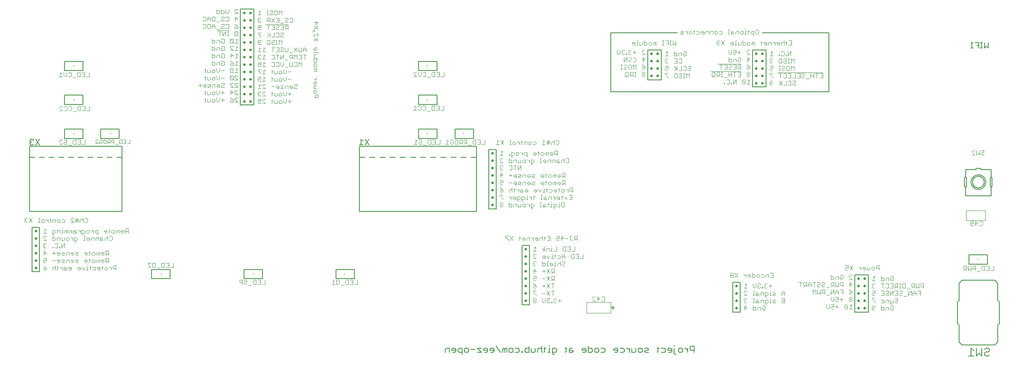
<source format=gbo>
G75*
G70*
%OFA0B0*%
%FSLAX24Y24*%
%IPPOS*%
%LPD*%
%AMOC8*
5,1,8,0,0,1.08239X$1,22.5*
%
%ADD10C,0.0040*%
%ADD11C,0.0100*%
%ADD12C,0.0060*%
%ADD13C,0.0070*%
%ADD14C,0.0050*%
%ADD15R,0.0079X0.0079*%
%ADD16C,0.0020*%
D10*
X028773Y010330D02*
X028833Y010270D01*
X029013Y010270D01*
X029013Y010150D02*
X029013Y010510D01*
X028833Y010510D01*
X028773Y010450D01*
X028773Y010330D01*
X029141Y010270D02*
X029202Y010330D01*
X029322Y010330D01*
X029382Y010390D01*
X029382Y010450D01*
X029322Y010510D01*
X029202Y010510D01*
X029141Y010450D01*
X029141Y010270D02*
X029141Y010210D01*
X029202Y010150D01*
X029322Y010150D01*
X029382Y010210D01*
X029510Y010090D02*
X029750Y010090D01*
X029878Y010210D02*
X029878Y010450D01*
X029938Y010510D01*
X030118Y010510D01*
X030118Y010150D01*
X029938Y010150D01*
X029878Y010210D01*
X030246Y010150D02*
X030487Y010150D01*
X030487Y010510D01*
X030246Y010510D01*
X030366Y010330D02*
X030487Y010330D01*
X030615Y010150D02*
X030855Y010150D01*
X030855Y010510D01*
X036269Y010150D02*
X036509Y010150D01*
X036389Y010150D02*
X036389Y010510D01*
X036509Y010390D01*
X036637Y010450D02*
X036697Y010510D01*
X036817Y010510D01*
X036877Y010450D01*
X036877Y010210D01*
X036817Y010150D01*
X036697Y010150D01*
X036637Y010210D01*
X036637Y010450D01*
X037005Y010090D02*
X037245Y010090D01*
X037374Y010210D02*
X037374Y010450D01*
X037434Y010510D01*
X037614Y010510D01*
X037614Y010150D01*
X037434Y010150D01*
X037374Y010210D01*
X037742Y010150D02*
X037982Y010150D01*
X037982Y010510D01*
X037742Y010510D01*
X037862Y010330D02*
X037982Y010330D01*
X038110Y010150D02*
X038350Y010150D01*
X038350Y010510D01*
X050362Y014008D02*
X050602Y013767D01*
X050602Y013707D01*
X050730Y013707D02*
X050970Y014068D01*
X050730Y014068D02*
X050970Y013707D01*
X051464Y013707D02*
X051524Y013767D01*
X051524Y014008D01*
X051584Y013948D02*
X051464Y013948D01*
X051712Y013888D02*
X051712Y013828D01*
X051953Y013828D01*
X051953Y013888D02*
X051892Y013948D01*
X051772Y013948D01*
X051712Y013888D01*
X051772Y013707D02*
X051892Y013707D01*
X051953Y013767D01*
X051953Y013888D01*
X052081Y013888D02*
X052081Y013707D01*
X052081Y013888D02*
X052141Y013948D01*
X052321Y013948D01*
X052321Y013707D01*
X052448Y013948D02*
X052508Y013948D01*
X052628Y013828D01*
X052628Y013948D02*
X052628Y013707D01*
X052756Y013828D02*
X052996Y013828D01*
X052996Y013888D02*
X052936Y013948D01*
X052816Y013948D01*
X052756Y013888D01*
X052756Y013828D01*
X052816Y013707D02*
X052936Y013707D01*
X052996Y013767D01*
X052996Y013888D01*
X053124Y013888D02*
X053124Y013707D01*
X053124Y013888D02*
X053184Y013948D01*
X053304Y013948D01*
X053364Y013888D01*
X053490Y013948D02*
X053610Y013948D01*
X053550Y014008D02*
X053550Y013767D01*
X053490Y013707D01*
X053364Y013707D02*
X053364Y014068D01*
X053738Y014068D02*
X053978Y014068D01*
X053978Y013707D01*
X053738Y013707D01*
X053858Y013888D02*
X053978Y013888D01*
X054475Y013888D02*
X054475Y013767D01*
X054535Y013707D01*
X054655Y013707D01*
X054715Y013767D01*
X054715Y013888D02*
X054595Y013948D01*
X054535Y013948D01*
X054475Y013888D01*
X054475Y014068D02*
X054715Y014068D01*
X054715Y013888D01*
X054843Y013888D02*
X055083Y013888D01*
X054903Y014068D01*
X054903Y013707D01*
X055211Y013888D02*
X055452Y013888D01*
X055580Y014068D02*
X055700Y014068D01*
X055640Y014068D02*
X055640Y013767D01*
X055700Y013707D01*
X055760Y013707D01*
X055820Y013767D01*
X055948Y013707D02*
X056068Y013828D01*
X056008Y013828D02*
X056188Y013828D01*
X056188Y013707D02*
X056188Y014068D01*
X056008Y014068D01*
X055948Y014008D01*
X055948Y013888D01*
X056008Y013828D01*
X055987Y013193D02*
X055987Y012832D01*
X055747Y012832D01*
X055619Y012832D02*
X055379Y012832D01*
X055250Y012832D02*
X055070Y012832D01*
X055010Y012892D01*
X055010Y013133D01*
X055070Y013193D01*
X055250Y013193D01*
X055250Y012832D01*
X055069Y012593D02*
X054949Y012473D01*
X054949Y012232D01*
X054821Y012292D02*
X054761Y012232D01*
X054581Y012232D01*
X054392Y012292D02*
X054332Y012232D01*
X054392Y012292D02*
X054392Y012533D01*
X054452Y012473D02*
X054332Y012473D01*
X054207Y012473D02*
X054147Y012473D01*
X054147Y012232D01*
X054207Y012232D02*
X054087Y012232D01*
X053841Y012232D02*
X053721Y012473D01*
X053593Y012413D02*
X053533Y012473D01*
X053413Y012473D01*
X053353Y012413D01*
X053353Y012353D01*
X053593Y012353D01*
X053593Y012413D02*
X053593Y012292D01*
X053533Y012232D01*
X053413Y012232D01*
X053353Y011993D02*
X053353Y011632D01*
X053533Y011632D01*
X053593Y011692D01*
X053593Y011813D01*
X053533Y011873D01*
X053353Y011873D01*
X053719Y011632D02*
X053839Y011632D01*
X053779Y011632D02*
X053779Y011993D01*
X053839Y011993D01*
X053967Y011813D02*
X053967Y011753D01*
X054207Y011753D01*
X054207Y011813D02*
X054147Y011873D01*
X054027Y011873D01*
X053967Y011813D01*
X054027Y011632D02*
X054147Y011632D01*
X054207Y011692D01*
X054207Y011813D01*
X054392Y011873D02*
X054392Y011632D01*
X054452Y011632D02*
X054332Y011632D01*
X054330Y011393D02*
X054150Y011393D01*
X054090Y011333D01*
X054090Y011213D01*
X054150Y011153D01*
X054330Y011153D01*
X054210Y011153D02*
X054090Y011032D01*
X053961Y011032D02*
X053721Y011393D01*
X053593Y011213D02*
X053353Y011213D01*
X053473Y011333D02*
X053473Y011092D01*
X053721Y011032D02*
X053961Y011393D01*
X054330Y011393D02*
X054330Y011032D01*
X054330Y010793D02*
X054150Y010793D01*
X054090Y010733D01*
X054090Y010613D01*
X054150Y010553D01*
X054330Y010553D01*
X054210Y010553D02*
X054090Y010432D01*
X053961Y010432D02*
X053721Y010793D01*
X053593Y010613D02*
X053353Y010613D01*
X053721Y010432D02*
X053961Y010793D01*
X054330Y010793D02*
X054330Y010432D01*
X054330Y010193D02*
X054090Y010193D01*
X054210Y010193D02*
X054210Y009832D01*
X054210Y009593D02*
X054210Y009232D01*
X053961Y009232D02*
X053721Y009593D01*
X053593Y009413D02*
X053353Y009413D01*
X053721Y009232D02*
X053961Y009593D01*
X054090Y009593D02*
X054330Y009593D01*
X053961Y009832D02*
X053721Y010193D01*
X053593Y010013D02*
X053353Y010013D01*
X053473Y010133D02*
X053473Y009892D01*
X053721Y009832D02*
X053961Y010193D01*
X052856Y010013D02*
X052676Y010013D01*
X052616Y009953D01*
X052616Y009892D01*
X052676Y009832D01*
X052796Y009832D01*
X052856Y009892D01*
X052856Y010013D01*
X052736Y010133D01*
X052616Y010193D01*
X052676Y010432D02*
X052796Y010432D01*
X052856Y010492D01*
X052856Y010613D02*
X052736Y010673D01*
X052676Y010673D01*
X052616Y010613D01*
X052616Y010492D01*
X052676Y010432D01*
X052856Y010613D02*
X052856Y010793D01*
X052616Y010793D01*
X052676Y011032D02*
X052676Y011393D01*
X052856Y011213D01*
X052616Y011213D01*
X052676Y011632D02*
X052796Y011632D01*
X052856Y011692D01*
X052736Y011813D02*
X052676Y011813D01*
X052616Y011753D01*
X052616Y011692D01*
X052676Y011632D01*
X052676Y011813D02*
X052616Y011873D01*
X052616Y011933D01*
X052676Y011993D01*
X052796Y011993D01*
X052856Y011933D01*
X052856Y012232D02*
X052616Y012473D01*
X052616Y012533D01*
X052676Y012593D01*
X052796Y012593D01*
X052856Y012533D01*
X052856Y012832D02*
X052616Y012832D01*
X052736Y012832D02*
X052736Y013193D01*
X052856Y013073D01*
X053352Y013073D02*
X053532Y012953D01*
X053352Y012832D01*
X053532Y012832D02*
X053532Y013193D01*
X053660Y013013D02*
X053660Y012832D01*
X053660Y013013D02*
X053720Y013073D01*
X053900Y013073D01*
X053900Y012832D01*
X054025Y012832D02*
X054146Y012832D01*
X054086Y012832D02*
X054086Y013073D01*
X054146Y013073D01*
X054086Y013193D02*
X054086Y013253D01*
X054514Y013193D02*
X054514Y012832D01*
X054274Y012832D01*
X054147Y012653D02*
X054147Y012593D01*
X053961Y012473D02*
X053841Y012232D01*
X054392Y012053D02*
X054392Y011993D01*
X054392Y011873D02*
X054452Y011873D01*
X054581Y011813D02*
X054581Y011632D01*
X054581Y011813D02*
X054641Y011873D01*
X054761Y011873D01*
X054821Y011813D01*
X054949Y011753D02*
X054949Y011692D01*
X055009Y011632D01*
X055129Y011632D01*
X055189Y011692D01*
X055129Y011813D02*
X055009Y011813D01*
X054949Y011753D01*
X054821Y011632D02*
X054821Y011993D01*
X054949Y011933D02*
X055009Y011993D01*
X055129Y011993D01*
X055189Y011933D01*
X055189Y011873D01*
X055129Y011813D01*
X055189Y012232D02*
X055189Y012473D01*
X055069Y012593D01*
X055189Y012413D02*
X054949Y012413D01*
X054821Y012413D02*
X054821Y012292D01*
X054821Y012413D02*
X054761Y012473D01*
X054581Y012473D01*
X055499Y013013D02*
X055619Y013013D01*
X055619Y013193D02*
X055619Y012832D01*
X055746Y012593D02*
X055926Y012593D01*
X055926Y012232D01*
X055746Y012232D01*
X055686Y012292D01*
X055686Y012533D01*
X055746Y012593D01*
X056054Y012593D02*
X056294Y012593D01*
X056294Y012232D01*
X056054Y012232D01*
X056174Y012413D02*
X056294Y012413D01*
X056422Y012232D02*
X056662Y012232D01*
X056662Y012593D01*
X055619Y013193D02*
X055379Y013193D01*
X052856Y012232D02*
X052616Y012232D01*
X050602Y014068D02*
X050362Y014068D01*
X050362Y014008D01*
X052493Y016312D02*
X052433Y016372D01*
X052433Y016673D01*
X052613Y016673D01*
X052673Y016613D01*
X052673Y016492D01*
X052613Y016432D01*
X052433Y016432D01*
X052305Y016432D02*
X052305Y016673D01*
X052185Y016673D02*
X052125Y016673D01*
X052185Y016673D02*
X052305Y016553D01*
X052493Y016312D02*
X052553Y016312D01*
X051998Y016492D02*
X051938Y016432D01*
X051818Y016432D01*
X051758Y016492D01*
X051758Y016613D01*
X051818Y016673D01*
X051938Y016673D01*
X051998Y016613D01*
X051998Y016492D01*
X051630Y016492D02*
X051570Y016432D01*
X051390Y016432D01*
X051390Y016673D01*
X051261Y016673D02*
X051081Y016673D01*
X051021Y016613D01*
X051021Y016432D01*
X050893Y016492D02*
X050893Y016613D01*
X050833Y016673D01*
X050653Y016673D01*
X050653Y016793D02*
X050653Y016432D01*
X050833Y016432D01*
X050893Y016492D01*
X051261Y016432D02*
X051261Y016673D01*
X051388Y016912D02*
X051328Y016972D01*
X051328Y017273D01*
X051508Y017273D01*
X051568Y017213D01*
X051568Y017092D01*
X051508Y017032D01*
X051328Y017032D01*
X051388Y016912D02*
X051448Y016912D01*
X051696Y016972D02*
X051696Y017273D01*
X051877Y017273D01*
X051937Y017213D01*
X051937Y017092D01*
X051877Y017032D01*
X051696Y017032D01*
X051696Y016972D02*
X051756Y016912D01*
X051817Y016912D01*
X052062Y017032D02*
X052182Y017032D01*
X052122Y017032D02*
X052122Y017273D01*
X052182Y017273D01*
X052309Y017273D02*
X052369Y017273D01*
X052489Y017153D01*
X052489Y017273D02*
X052489Y017032D01*
X052615Y017032D02*
X052675Y017092D01*
X052675Y017333D01*
X052735Y017273D02*
X052615Y017273D01*
X052739Y017632D02*
X052859Y017632D01*
X052919Y017692D01*
X052919Y017813D01*
X052859Y017873D01*
X052739Y017873D01*
X052679Y017813D01*
X052679Y017753D01*
X052919Y017753D01*
X053047Y017873D02*
X053167Y017632D01*
X053287Y017873D01*
X053473Y017873D02*
X053473Y017632D01*
X053533Y017632D02*
X053413Y017632D01*
X053658Y017632D02*
X053718Y017692D01*
X053718Y017933D01*
X053778Y017873D02*
X053658Y017873D01*
X053533Y017873D02*
X053473Y017873D01*
X053473Y017993D02*
X053473Y018053D01*
X053411Y018232D02*
X053471Y018292D01*
X053471Y018413D01*
X053411Y018473D01*
X053291Y018473D01*
X053231Y018413D01*
X053231Y018353D01*
X053471Y018353D01*
X053411Y018232D02*
X053291Y018232D01*
X053597Y018232D02*
X053657Y018292D01*
X053657Y018533D01*
X053717Y018473D02*
X053597Y018473D01*
X053845Y018413D02*
X053905Y018473D01*
X054025Y018473D01*
X054085Y018413D01*
X054085Y018292D01*
X054025Y018232D01*
X053905Y018232D01*
X053845Y018292D01*
X053845Y018413D01*
X054213Y018413D02*
X054213Y018232D01*
X054333Y018232D02*
X054333Y018413D01*
X054273Y018473D01*
X054213Y018413D01*
X054333Y018413D02*
X054393Y018473D01*
X054453Y018473D01*
X054453Y018232D01*
X054582Y018353D02*
X054822Y018353D01*
X054822Y018413D02*
X054762Y018473D01*
X054642Y018473D01*
X054582Y018413D01*
X054582Y018353D01*
X054642Y018232D02*
X054762Y018232D01*
X054822Y018292D01*
X054822Y018413D01*
X054950Y018413D02*
X055010Y018353D01*
X055190Y018353D01*
X055070Y018353D02*
X054950Y018232D01*
X054950Y018413D02*
X054950Y018533D01*
X055010Y018593D01*
X055190Y018593D01*
X055190Y018232D01*
X055255Y017873D02*
X055316Y017873D01*
X055436Y017753D01*
X055436Y017873D02*
X055436Y017632D01*
X055564Y017813D02*
X055624Y017753D01*
X055804Y017753D01*
X055804Y017632D02*
X055804Y017993D01*
X055624Y017993D01*
X055564Y017933D01*
X055564Y017813D01*
X055502Y017393D02*
X055743Y017393D01*
X055743Y017032D01*
X055502Y017032D01*
X055374Y017032D02*
X055134Y017273D01*
X055006Y017273D02*
X054886Y017273D01*
X054946Y017333D02*
X054946Y017092D01*
X054886Y017032D01*
X054760Y017092D02*
X054760Y017213D01*
X054700Y017273D01*
X054580Y017273D01*
X054520Y017213D01*
X054520Y017153D01*
X054760Y017153D01*
X054760Y017092D02*
X054700Y017032D01*
X054580Y017032D01*
X054392Y017032D02*
X054392Y017273D01*
X054392Y017153D02*
X054272Y017273D01*
X054212Y017273D01*
X054085Y017273D02*
X053905Y017273D01*
X053845Y017213D01*
X053845Y017032D01*
X053717Y017092D02*
X053657Y017153D01*
X053477Y017153D01*
X053477Y017213D02*
X053477Y017032D01*
X053657Y017032D01*
X053717Y017092D01*
X053657Y017273D02*
X053537Y017273D01*
X053477Y017213D01*
X053349Y017393D02*
X053288Y017393D01*
X053288Y017032D01*
X053228Y017032D02*
X053349Y017032D01*
X053287Y016793D02*
X053227Y016793D01*
X053227Y016432D01*
X053287Y016432D02*
X053167Y016432D01*
X053415Y016432D02*
X053595Y016432D01*
X053655Y016492D01*
X053595Y016553D01*
X053415Y016553D01*
X053415Y016613D02*
X053415Y016432D01*
X053415Y016613D02*
X053475Y016673D01*
X053595Y016673D01*
X053781Y016673D02*
X053901Y016673D01*
X053841Y016733D02*
X053841Y016492D01*
X053781Y016432D01*
X054026Y016432D02*
X054147Y016432D01*
X054086Y016432D02*
X054086Y016673D01*
X054147Y016673D01*
X054275Y016673D02*
X054455Y016673D01*
X054515Y016613D01*
X054515Y016492D01*
X054455Y016432D01*
X054275Y016432D01*
X054275Y016372D02*
X054275Y016673D01*
X054086Y016793D02*
X054086Y016853D01*
X054085Y017032D02*
X054085Y017273D01*
X054086Y017632D02*
X053906Y017632D01*
X054086Y017632D02*
X054147Y017692D01*
X054147Y017813D01*
X054086Y017873D01*
X053906Y017873D01*
X054275Y017813D02*
X054275Y017753D01*
X054515Y017753D01*
X054515Y017813D02*
X054455Y017873D01*
X054335Y017873D01*
X054275Y017813D01*
X054335Y017632D02*
X054455Y017632D01*
X054515Y017692D01*
X054515Y017813D01*
X054640Y017873D02*
X054760Y017873D01*
X054700Y017933D02*
X054700Y017692D01*
X054640Y017632D01*
X054888Y017692D02*
X054888Y017813D01*
X054949Y017873D01*
X055069Y017873D01*
X055129Y017813D01*
X055129Y017692D01*
X055069Y017632D01*
X054949Y017632D01*
X054888Y017692D01*
X055374Y017273D02*
X055134Y017032D01*
X055129Y016793D02*
X054949Y016793D01*
X054888Y016733D01*
X054888Y016492D01*
X054949Y016432D01*
X055129Y016432D01*
X055129Y016793D01*
X054760Y016673D02*
X054700Y016673D01*
X054700Y016432D01*
X054760Y016432D02*
X054640Y016432D01*
X054395Y016312D02*
X054335Y016312D01*
X054275Y016372D01*
X054700Y016793D02*
X054700Y016853D01*
X055622Y017213D02*
X055743Y017213D01*
X055190Y018832D02*
X055190Y019193D01*
X055010Y019193D01*
X054950Y019133D01*
X054950Y019013D01*
X055010Y018953D01*
X055190Y018953D01*
X055070Y018953D02*
X054950Y018832D01*
X054822Y018892D02*
X054822Y019013D01*
X054762Y019073D01*
X054642Y019073D01*
X054582Y019013D01*
X054582Y018953D01*
X054822Y018953D01*
X054822Y018892D02*
X054762Y018832D01*
X054642Y018832D01*
X054453Y018832D02*
X054453Y019073D01*
X054393Y019073D01*
X054333Y019013D01*
X054273Y019073D01*
X054213Y019013D01*
X054213Y018832D01*
X054333Y018832D02*
X054333Y019013D01*
X054085Y019013D02*
X054085Y018892D01*
X054025Y018832D01*
X053905Y018832D01*
X053845Y018892D01*
X053845Y019013D01*
X053905Y019073D01*
X054025Y019073D01*
X054085Y019013D01*
X053717Y019073D02*
X053597Y019073D01*
X053657Y019133D02*
X053657Y018892D01*
X053597Y018832D01*
X053471Y018892D02*
X053471Y019013D01*
X053411Y019073D01*
X053291Y019073D01*
X053231Y019013D01*
X053231Y018953D01*
X053471Y018953D01*
X053471Y018892D02*
X053411Y018832D01*
X053291Y018832D01*
X052735Y018832D02*
X052555Y018832D01*
X052494Y018892D01*
X052555Y018953D01*
X052675Y018953D01*
X052735Y019013D01*
X052675Y019073D01*
X052494Y019073D01*
X052366Y019013D02*
X052306Y019073D01*
X052186Y019073D01*
X052126Y019013D01*
X052126Y018953D01*
X052366Y018953D01*
X052366Y019013D02*
X052366Y018892D01*
X052306Y018832D01*
X052186Y018832D01*
X051998Y018832D02*
X051998Y019073D01*
X051818Y019073D01*
X051758Y019013D01*
X051758Y018832D01*
X051630Y018832D02*
X051450Y018832D01*
X051390Y018892D01*
X051450Y018953D01*
X051570Y018953D01*
X051630Y019013D01*
X051570Y019073D01*
X051390Y019073D01*
X051261Y019013D02*
X051201Y019073D01*
X051081Y019073D01*
X051021Y019013D01*
X051021Y018953D01*
X051261Y018953D01*
X051261Y019013D02*
X051261Y018892D01*
X051201Y018832D01*
X051081Y018832D01*
X050893Y019013D02*
X050653Y019013D01*
X050773Y019133D02*
X050773Y018892D01*
X050893Y018413D02*
X050653Y018413D01*
X051021Y018413D02*
X051081Y018473D01*
X051201Y018473D01*
X051261Y018413D01*
X051261Y018292D01*
X051201Y018232D01*
X051081Y018232D01*
X051021Y018353D02*
X051261Y018353D01*
X051390Y018292D02*
X051450Y018353D01*
X051570Y018353D01*
X051630Y018413D01*
X051570Y018473D01*
X051390Y018473D01*
X051390Y018292D02*
X051450Y018232D01*
X051630Y018232D01*
X051758Y018232D02*
X051758Y018413D01*
X051818Y018473D01*
X051998Y018473D01*
X051998Y018232D01*
X052126Y018353D02*
X052366Y018353D01*
X052366Y018413D02*
X052306Y018473D01*
X052186Y018473D01*
X052126Y018413D01*
X052126Y018353D01*
X052186Y018232D02*
X052306Y018232D01*
X052366Y018292D01*
X052366Y018413D01*
X052494Y018473D02*
X052675Y018473D01*
X052735Y018413D01*
X052675Y018353D01*
X052555Y018353D01*
X052494Y018292D01*
X052555Y018232D01*
X052735Y018232D01*
X052182Y017813D02*
X052122Y017873D01*
X052002Y017873D01*
X051942Y017813D01*
X051942Y017753D01*
X052182Y017753D01*
X052182Y017813D02*
X052182Y017692D01*
X052122Y017632D01*
X052002Y017632D01*
X051814Y017692D02*
X051754Y017753D01*
X051574Y017753D01*
X051574Y017813D02*
X051574Y017632D01*
X051754Y017632D01*
X051814Y017692D01*
X051754Y017873D02*
X051634Y017873D01*
X051574Y017813D01*
X051446Y017873D02*
X051446Y017632D01*
X051446Y017753D02*
X051325Y017873D01*
X051265Y017873D01*
X051139Y017873D02*
X051019Y017873D01*
X051079Y017933D02*
X051079Y017692D01*
X051019Y017632D01*
X050893Y017632D02*
X050893Y017993D01*
X050833Y017873D02*
X050713Y017873D01*
X050653Y017813D01*
X050653Y017632D01*
X050893Y017813D02*
X050833Y017873D01*
X051021Y018353D02*
X051021Y018413D01*
X050156Y018413D02*
X050036Y018473D01*
X049976Y018473D01*
X049916Y018413D01*
X049916Y018292D01*
X049976Y018232D01*
X050096Y018232D01*
X050156Y018292D01*
X050156Y018413D02*
X050156Y018593D01*
X049916Y018593D01*
X049976Y018832D02*
X049976Y019193D01*
X050156Y019013D01*
X049916Y019013D01*
X049976Y019432D02*
X050096Y019432D01*
X050156Y019492D01*
X050036Y019613D02*
X049976Y019613D01*
X049916Y019553D01*
X049916Y019492D01*
X049976Y019432D01*
X049976Y019613D02*
X049916Y019673D01*
X049916Y019733D01*
X049976Y019793D01*
X050096Y019793D01*
X050156Y019733D01*
X050156Y020032D02*
X049916Y020273D01*
X049916Y020333D01*
X049976Y020393D01*
X050096Y020393D01*
X050156Y020333D01*
X050156Y020632D02*
X049916Y020632D01*
X050036Y020632D02*
X050036Y020993D01*
X050156Y020873D01*
X050649Y020692D02*
X050649Y020632D01*
X050709Y020632D01*
X050709Y020692D01*
X050649Y020692D01*
X050837Y020632D02*
X051017Y020632D01*
X051077Y020692D01*
X051077Y020813D01*
X051017Y020873D01*
X050837Y020873D01*
X050837Y020572D01*
X050897Y020512D01*
X050957Y020512D01*
X050833Y020273D02*
X050653Y020273D01*
X050653Y020393D02*
X050653Y020032D01*
X050833Y020032D01*
X050893Y020092D01*
X050893Y020213D01*
X050833Y020273D01*
X051021Y020213D02*
X051021Y020032D01*
X051021Y020213D02*
X051081Y020273D01*
X051261Y020273D01*
X051261Y020032D01*
X051390Y020032D02*
X051390Y020273D01*
X051630Y020273D02*
X051630Y020092D01*
X051570Y020032D01*
X051390Y020032D01*
X051390Y019793D02*
X051390Y019432D01*
X051630Y019793D01*
X051630Y019432D01*
X051141Y019432D02*
X051141Y019793D01*
X051261Y019793D02*
X051021Y019793D01*
X050893Y019733D02*
X050833Y019793D01*
X050713Y019793D01*
X050653Y019733D01*
X050893Y019733D02*
X050893Y019492D01*
X050833Y019432D01*
X050713Y019432D01*
X050653Y019492D01*
X050156Y020032D02*
X049916Y020032D01*
X051758Y020092D02*
X051758Y020213D01*
X051818Y020273D01*
X051938Y020273D01*
X051998Y020213D01*
X051998Y020092D01*
X051938Y020032D01*
X051818Y020032D01*
X051758Y020092D01*
X052125Y020273D02*
X052185Y020273D01*
X052305Y020153D01*
X052305Y020273D02*
X052305Y020032D01*
X052433Y020032D02*
X052613Y020032D01*
X052673Y020092D01*
X052673Y020213D01*
X052613Y020273D01*
X052433Y020273D01*
X052433Y019972D01*
X052493Y019912D01*
X052553Y019912D01*
X053167Y020032D02*
X053287Y020032D01*
X053227Y020032D02*
X053227Y020393D01*
X053287Y020393D01*
X053415Y020213D02*
X053415Y020153D01*
X053655Y020153D01*
X053655Y020213D02*
X053655Y020092D01*
X053595Y020032D01*
X053475Y020032D01*
X053415Y020213D02*
X053475Y020273D01*
X053595Y020273D01*
X053655Y020213D01*
X053784Y020213D02*
X053784Y020032D01*
X053784Y020213D02*
X053844Y020273D01*
X054024Y020273D01*
X054024Y020032D01*
X054152Y020032D02*
X054152Y020213D01*
X054212Y020273D01*
X054392Y020273D01*
X054392Y020032D01*
X054520Y020032D02*
X054700Y020032D01*
X054760Y020092D01*
X054700Y020153D01*
X054520Y020153D01*
X054520Y020213D02*
X054520Y020032D01*
X054520Y020213D02*
X054580Y020273D01*
X054700Y020273D01*
X054888Y020213D02*
X054888Y020032D01*
X054888Y020213D02*
X054949Y020273D01*
X055069Y020273D01*
X055129Y020213D01*
X055257Y020333D02*
X055317Y020393D01*
X055437Y020393D01*
X055497Y020333D01*
X055497Y020092D01*
X055437Y020032D01*
X055317Y020032D01*
X055257Y020092D01*
X055129Y020032D02*
X055129Y020393D01*
X054576Y020632D02*
X054576Y020993D01*
X054396Y020993D01*
X054336Y020933D01*
X054336Y020813D01*
X054396Y020753D01*
X054576Y020753D01*
X054456Y020753D02*
X054336Y020632D01*
X054208Y020692D02*
X054208Y020813D01*
X054148Y020873D01*
X054028Y020873D01*
X053968Y020813D01*
X053968Y020753D01*
X054208Y020753D01*
X054208Y020692D02*
X054148Y020632D01*
X054028Y020632D01*
X053840Y020632D02*
X053840Y020873D01*
X053780Y020873D01*
X053719Y020813D01*
X053659Y020873D01*
X053599Y020813D01*
X053599Y020632D01*
X053719Y020632D02*
X053719Y020813D01*
X053471Y020813D02*
X053471Y020692D01*
X053411Y020632D01*
X053291Y020632D01*
X053231Y020692D01*
X053231Y020813D01*
X053291Y020873D01*
X053411Y020873D01*
X053471Y020813D01*
X053103Y020873D02*
X052983Y020873D01*
X053043Y020933D02*
X053043Y020692D01*
X052983Y020632D01*
X052857Y020692D02*
X052857Y020813D01*
X052797Y020873D01*
X052677Y020873D01*
X052617Y020813D01*
X052617Y020753D01*
X052857Y020753D01*
X052857Y020692D02*
X052797Y020632D01*
X052677Y020632D01*
X052121Y020632D02*
X051941Y020632D01*
X051881Y020692D01*
X051881Y020813D01*
X051941Y020873D01*
X052121Y020873D01*
X052121Y020512D01*
X051752Y020632D02*
X051752Y020873D01*
X051632Y020873D02*
X051572Y020873D01*
X051632Y020873D02*
X051752Y020753D01*
X051446Y020813D02*
X051446Y020692D01*
X051386Y020632D01*
X051265Y020632D01*
X051205Y020692D01*
X051205Y020813D01*
X051265Y020873D01*
X051386Y020873D01*
X051446Y020813D01*
X051496Y021507D02*
X051496Y021748D01*
X051376Y021748D02*
X051316Y021748D01*
X051376Y021748D02*
X051496Y021628D01*
X051622Y021748D02*
X051742Y021748D01*
X051682Y021808D02*
X051682Y021567D01*
X051622Y021507D01*
X051870Y021507D02*
X051870Y021688D01*
X051930Y021748D01*
X052110Y021748D01*
X052110Y021507D01*
X052238Y021567D02*
X052238Y021688D01*
X052298Y021748D01*
X052418Y021748D01*
X052478Y021688D01*
X052478Y021567D01*
X052418Y021507D01*
X052298Y021507D01*
X052238Y021567D01*
X052606Y021507D02*
X052787Y021507D01*
X052847Y021567D01*
X052847Y021688D01*
X052787Y021748D01*
X052606Y021748D01*
X053343Y021507D02*
X053583Y021507D01*
X053463Y021507D02*
X053463Y021868D01*
X053583Y021748D01*
X053711Y021748D02*
X053771Y021748D01*
X053952Y021748D01*
X053952Y021628D02*
X053711Y021628D01*
X053771Y021507D02*
X053771Y021868D01*
X053891Y021868D02*
X053891Y021507D01*
X054080Y021507D02*
X054080Y021688D01*
X054140Y021748D01*
X054260Y021748D01*
X054320Y021688D01*
X054448Y021808D02*
X054508Y021868D01*
X054628Y021868D01*
X054688Y021808D01*
X054688Y021567D01*
X054628Y021507D01*
X054508Y021507D01*
X054448Y021567D01*
X054320Y021507D02*
X054320Y021868D01*
X051189Y021688D02*
X051189Y021567D01*
X051129Y021507D01*
X051009Y021507D01*
X050949Y021567D01*
X050949Y021688D01*
X051009Y021748D01*
X051129Y021748D01*
X051189Y021688D01*
X050821Y021868D02*
X050761Y021868D01*
X050761Y021507D01*
X050821Y021507D02*
X050701Y021507D01*
X050207Y021507D02*
X049967Y021868D01*
X049839Y021748D02*
X049719Y021868D01*
X049719Y021507D01*
X049839Y021507D02*
X049598Y021507D01*
X049967Y021507D02*
X050207Y021868D01*
X048696Y021894D02*
X048696Y021534D01*
X048456Y021534D01*
X048328Y021534D02*
X048088Y021534D01*
X047960Y021534D02*
X047780Y021534D01*
X047720Y021594D01*
X047720Y021834D01*
X047780Y021894D01*
X047960Y021894D01*
X047960Y021534D01*
X048208Y021714D02*
X048328Y021714D01*
X048328Y021894D02*
X048328Y021534D01*
X048328Y021894D02*
X048088Y021894D01*
X047592Y021474D02*
X047351Y021474D01*
X047223Y021534D02*
X047223Y021894D01*
X047043Y021894D01*
X046983Y021834D01*
X046983Y021714D01*
X047043Y021654D01*
X047223Y021654D01*
X046855Y021654D02*
X046675Y021654D01*
X046615Y021714D01*
X046615Y021834D01*
X046675Y021894D01*
X046855Y021894D01*
X046855Y021534D01*
X046735Y021654D02*
X046615Y021534D01*
X046487Y021594D02*
X046427Y021534D01*
X046306Y021534D01*
X046246Y021594D01*
X046246Y021834D01*
X046306Y021894D01*
X046427Y021894D01*
X046487Y021834D01*
X046487Y021594D01*
X046118Y021594D02*
X046058Y021534D01*
X045938Y021534D01*
X045878Y021594D01*
X045878Y021714D01*
X045998Y021714D01*
X046118Y021834D02*
X046118Y021594D01*
X046118Y021834D02*
X046058Y021894D01*
X045938Y021894D01*
X045878Y021834D01*
X045750Y021774D02*
X045630Y021894D01*
X045630Y021534D01*
X045750Y021534D02*
X045510Y021534D01*
X045038Y021534D02*
X044798Y021534D01*
X044670Y021534D02*
X044429Y021534D01*
X044301Y021534D02*
X044121Y021534D01*
X044061Y021594D01*
X044061Y021834D01*
X044121Y021894D01*
X044301Y021894D01*
X044301Y021534D01*
X044550Y021714D02*
X044670Y021714D01*
X044670Y021894D02*
X044670Y021534D01*
X044670Y021894D02*
X044429Y021894D01*
X045038Y021894D02*
X045038Y021534D01*
X043933Y021474D02*
X043693Y021474D01*
X043565Y021594D02*
X043505Y021534D01*
X043385Y021534D01*
X043325Y021594D01*
X043325Y021654D01*
X043385Y021714D01*
X043505Y021714D01*
X043565Y021774D01*
X043565Y021834D01*
X043505Y021894D01*
X043385Y021894D01*
X043325Y021834D01*
X043196Y021774D02*
X043076Y021894D01*
X043076Y021534D01*
X043196Y021534D02*
X042956Y021534D01*
X043013Y024298D02*
X043013Y024659D01*
X043133Y024539D01*
X043261Y024599D02*
X043322Y024659D01*
X043442Y024659D01*
X043502Y024599D01*
X043502Y024358D01*
X043442Y024298D01*
X043322Y024298D01*
X043261Y024358D01*
X043133Y024298D02*
X042893Y024298D01*
X043630Y024358D02*
X043690Y024298D01*
X043810Y024298D01*
X043870Y024358D01*
X043870Y024599D01*
X043810Y024659D01*
X043690Y024659D01*
X043630Y024599D01*
X043998Y024238D02*
X044238Y024238D01*
X044366Y024358D02*
X044366Y024599D01*
X044426Y024659D01*
X044607Y024659D01*
X044607Y024298D01*
X044426Y024298D01*
X044366Y024358D01*
X044735Y024298D02*
X044975Y024298D01*
X044975Y024659D01*
X044735Y024659D01*
X044855Y024478D02*
X044975Y024478D01*
X045103Y024298D02*
X045343Y024298D01*
X045343Y024659D01*
X045368Y027054D02*
X045128Y027054D01*
X045000Y027054D02*
X044760Y027054D01*
X044632Y027054D02*
X044451Y027054D01*
X044391Y027114D01*
X044391Y027355D01*
X044451Y027415D01*
X044632Y027415D01*
X044632Y027054D01*
X044880Y027234D02*
X045000Y027234D01*
X045000Y027054D02*
X045000Y027415D01*
X044760Y027415D01*
X045368Y027415D02*
X045368Y027054D01*
X044263Y026994D02*
X044023Y026994D01*
X043895Y027114D02*
X043835Y027054D01*
X043715Y027054D01*
X043655Y027114D01*
X043527Y027174D02*
X043407Y027054D01*
X043286Y027174D01*
X043286Y027415D01*
X043158Y027355D02*
X043098Y027415D01*
X042978Y027415D01*
X042918Y027355D01*
X042918Y027294D01*
X043158Y027054D01*
X042918Y027054D01*
X043527Y027174D02*
X043527Y027415D01*
X043655Y027355D02*
X043715Y027415D01*
X043835Y027415D01*
X043895Y027355D01*
X043895Y027114D01*
X035163Y028460D02*
X034803Y028460D01*
X034803Y028280D01*
X034863Y028220D01*
X034983Y028220D01*
X035043Y028280D01*
X035043Y028460D01*
X035043Y028588D02*
X034863Y028588D01*
X034803Y028648D01*
X034803Y028828D01*
X035043Y028828D01*
X035163Y028956D02*
X035163Y029016D01*
X034803Y029016D01*
X034803Y028956D02*
X034803Y029077D01*
X034863Y029202D02*
X034983Y029202D01*
X035043Y029262D01*
X035043Y029382D01*
X034983Y029442D01*
X034923Y029442D01*
X034923Y029202D01*
X034863Y029202D02*
X034803Y029262D01*
X034803Y029382D01*
X034803Y029939D02*
X035163Y030179D01*
X035103Y030307D02*
X035163Y030367D01*
X035163Y030487D01*
X035103Y030547D01*
X035043Y030547D01*
X034803Y030307D01*
X034803Y030547D01*
X034683Y030675D02*
X034803Y030795D01*
X034803Y030735D01*
X034863Y030735D01*
X034863Y030795D01*
X034803Y030795D01*
X034803Y030921D02*
X035163Y031161D01*
X034983Y031289D02*
X034983Y031529D01*
X034803Y031469D02*
X035163Y031469D01*
X034983Y031289D01*
X034803Y031161D02*
X035163Y030921D01*
X034803Y030179D02*
X035163Y029939D01*
X034190Y029298D02*
X034069Y029418D01*
X033949Y029298D01*
X033949Y029057D01*
X033821Y029117D02*
X033761Y029057D01*
X033641Y029057D01*
X033581Y029117D01*
X033581Y029418D01*
X033453Y029418D02*
X033213Y029057D01*
X033085Y028997D02*
X032844Y028997D01*
X032716Y029117D02*
X032656Y029057D01*
X032536Y029057D01*
X032476Y029117D01*
X032476Y029418D01*
X032348Y029358D02*
X032348Y029298D01*
X032288Y029238D01*
X032168Y029238D01*
X032108Y029178D01*
X032108Y029117D01*
X032168Y029057D01*
X032288Y029057D01*
X032348Y029117D01*
X032348Y029358D02*
X032288Y029418D01*
X032168Y029418D01*
X032108Y029358D01*
X031980Y029418D02*
X031980Y029057D01*
X031740Y029057D01*
X031860Y029238D02*
X031980Y029238D01*
X031980Y029418D02*
X031740Y029418D01*
X031611Y029418D02*
X031371Y029418D01*
X031491Y029418D02*
X031491Y029057D01*
X031431Y028818D02*
X031551Y028818D01*
X031611Y028758D01*
X031611Y028517D01*
X031551Y028457D01*
X031431Y028457D01*
X031371Y028517D01*
X031371Y028758D02*
X031431Y028818D01*
X031740Y028818D02*
X031980Y028818D01*
X031860Y028818D02*
X031860Y028457D01*
X031800Y028218D02*
X031920Y028218D01*
X031980Y028158D01*
X031980Y027917D01*
X031920Y027857D01*
X031800Y027857D01*
X031740Y027917D01*
X031611Y027917D02*
X031551Y027857D01*
X031431Y027857D01*
X031371Y027917D01*
X031611Y027917D02*
X031611Y028158D01*
X031551Y028218D01*
X031431Y028218D01*
X031371Y028158D01*
X031740Y028158D02*
X031800Y028218D01*
X032108Y028218D02*
X032108Y027978D01*
X032228Y027857D01*
X032348Y027978D01*
X032348Y028218D01*
X032476Y028397D02*
X032716Y028397D01*
X032844Y028218D02*
X032844Y027917D01*
X032905Y027857D01*
X033025Y027857D01*
X033085Y027917D01*
X033085Y028218D01*
X033213Y028158D02*
X033273Y028218D01*
X033393Y028218D01*
X033453Y028158D01*
X033453Y027917D01*
X033393Y027857D01*
X033273Y027857D01*
X033213Y027917D01*
X033581Y027857D02*
X033581Y028218D01*
X033701Y028098D01*
X033821Y028218D01*
X033821Y027857D01*
X032962Y027438D02*
X032722Y027438D01*
X032594Y027378D02*
X032473Y027257D01*
X032353Y027378D01*
X032353Y027618D01*
X032476Y027797D02*
X032716Y027797D01*
X032594Y027618D02*
X032594Y027378D01*
X032594Y027018D02*
X032594Y026778D01*
X032473Y026657D01*
X032353Y026778D01*
X032353Y027018D01*
X032225Y026838D02*
X032225Y026717D01*
X032165Y026657D01*
X032045Y026657D01*
X031985Y026717D01*
X031985Y026838D01*
X032045Y026898D01*
X032165Y026898D01*
X032225Y026838D01*
X031857Y026898D02*
X031857Y026717D01*
X031797Y026657D01*
X031617Y026657D01*
X031617Y026898D01*
X031489Y026898D02*
X031369Y026898D01*
X031429Y026958D02*
X031429Y026717D01*
X031369Y026657D01*
X031371Y026238D02*
X031611Y026238D01*
X031740Y026238D02*
X031740Y026178D01*
X031980Y026178D01*
X031980Y026238D02*
X031980Y026117D01*
X031920Y026057D01*
X031800Y026057D01*
X031740Y026238D02*
X031800Y026298D01*
X031920Y026298D01*
X031980Y026238D01*
X032108Y026298D02*
X032288Y026298D01*
X032348Y026238D01*
X032288Y026178D01*
X032168Y026178D01*
X032108Y026117D01*
X032168Y026057D01*
X032348Y026057D01*
X032476Y026057D02*
X032476Y026238D01*
X032536Y026298D01*
X032716Y026298D01*
X032716Y026057D01*
X032844Y026178D02*
X033085Y026178D01*
X033085Y026238D02*
X033085Y026117D01*
X033025Y026057D01*
X032905Y026057D01*
X032844Y026178D02*
X032844Y026238D01*
X032905Y026298D01*
X033025Y026298D01*
X033085Y026238D01*
X033213Y026178D02*
X033213Y026117D01*
X033273Y026057D01*
X033393Y026057D01*
X033453Y026117D01*
X033393Y026238D02*
X033273Y026238D01*
X033213Y026178D01*
X033213Y026358D02*
X033273Y026418D01*
X033393Y026418D01*
X033453Y026358D01*
X033453Y026298D01*
X033393Y026238D01*
X032962Y026838D02*
X032722Y026838D01*
X032225Y027317D02*
X032165Y027257D01*
X032045Y027257D01*
X031985Y027317D01*
X031985Y027438D01*
X032045Y027498D01*
X032165Y027498D01*
X032225Y027438D01*
X032225Y027317D01*
X031857Y027317D02*
X031857Y027498D01*
X031857Y027317D02*
X031797Y027257D01*
X031617Y027257D01*
X031617Y027498D01*
X031489Y027498D02*
X031369Y027498D01*
X031429Y027558D02*
X031429Y027317D01*
X031369Y027257D01*
X030875Y027257D02*
X030635Y027257D01*
X030755Y027257D02*
X030755Y027618D01*
X030875Y027498D01*
X030875Y027857D02*
X030635Y027857D01*
X030755Y027857D02*
X030755Y028218D01*
X030875Y028098D01*
X030875Y028457D02*
X030635Y028457D01*
X030755Y028457D02*
X030755Y028818D01*
X030875Y028698D01*
X030875Y029057D02*
X030635Y029057D01*
X030755Y029057D02*
X030755Y029418D01*
X030875Y029298D01*
X030506Y029298D02*
X030386Y029418D01*
X030386Y029057D01*
X030506Y029057D02*
X030266Y029057D01*
X030326Y028818D02*
X030266Y028758D01*
X030266Y028698D01*
X030326Y028638D01*
X030266Y028578D01*
X030266Y028517D01*
X030326Y028457D01*
X030446Y028457D01*
X030506Y028517D01*
X030386Y028638D02*
X030326Y028638D01*
X030326Y028818D02*
X030446Y028818D01*
X030506Y028758D01*
X030506Y028218D02*
X030506Y028038D01*
X030386Y028098D01*
X030326Y028098D01*
X030266Y028038D01*
X030266Y027917D01*
X030326Y027857D01*
X030446Y027857D01*
X030506Y027917D01*
X030506Y027618D02*
X030266Y027618D01*
X030266Y027558D01*
X030506Y027317D01*
X030506Y027257D01*
X030446Y027018D02*
X030506Y026958D01*
X030506Y026898D01*
X030446Y026838D01*
X030266Y026838D01*
X030266Y026958D02*
X030326Y027018D01*
X030446Y027018D01*
X030266Y026958D02*
X030266Y026717D01*
X030326Y026657D01*
X030446Y026657D01*
X030506Y026717D01*
X030635Y026657D02*
X030875Y026657D01*
X030755Y026657D02*
X030755Y027018D01*
X030875Y026898D01*
X030815Y026418D02*
X030695Y026418D01*
X030635Y026358D01*
X030635Y026298D01*
X030875Y026057D01*
X030635Y026057D01*
X030506Y026057D02*
X030266Y026057D01*
X030386Y026057D02*
X030386Y026418D01*
X030506Y026298D01*
X030815Y026418D02*
X030875Y026358D01*
X030815Y025818D02*
X030695Y025818D01*
X030635Y025758D01*
X030635Y025698D01*
X030875Y025457D01*
X030635Y025457D01*
X030506Y025517D02*
X030446Y025457D01*
X030326Y025457D01*
X030266Y025517D01*
X030266Y025578D01*
X030326Y025638D01*
X030386Y025638D01*
X030326Y025638D02*
X030266Y025698D01*
X030266Y025758D01*
X030326Y025818D01*
X030446Y025818D01*
X030506Y025758D01*
X030815Y025818D02*
X030875Y025758D01*
X031369Y025698D02*
X031489Y025698D01*
X031429Y025758D02*
X031429Y025517D01*
X031369Y025457D01*
X031617Y025457D02*
X031617Y025698D01*
X031857Y025698D02*
X031857Y025517D01*
X031797Y025457D01*
X031617Y025457D01*
X031429Y025158D02*
X031429Y024917D01*
X031369Y024857D01*
X031369Y025098D02*
X031489Y025098D01*
X031617Y025098D02*
X031617Y024857D01*
X031797Y024857D01*
X031857Y024917D01*
X031857Y025098D01*
X031985Y025038D02*
X032045Y025098D01*
X032165Y025098D01*
X032225Y025038D01*
X032225Y024917D01*
X032165Y024857D01*
X032045Y024857D01*
X031985Y024917D01*
X031985Y025038D01*
X032353Y024978D02*
X032353Y025218D01*
X032353Y024978D02*
X032473Y024857D01*
X032594Y024978D01*
X032594Y025218D01*
X032722Y025038D02*
X032962Y025038D01*
X032842Y025158D02*
X032842Y024917D01*
X032842Y025517D02*
X032842Y025758D01*
X032962Y025638D02*
X032722Y025638D01*
X032594Y025578D02*
X032473Y025457D01*
X032353Y025578D01*
X032353Y025818D01*
X032225Y025638D02*
X032225Y025517D01*
X032165Y025457D01*
X032045Y025457D01*
X031985Y025517D01*
X031985Y025638D01*
X032045Y025698D01*
X032165Y025698D01*
X032225Y025638D01*
X032594Y025578D02*
X032594Y025818D01*
X030875Y025158D02*
X030815Y025218D01*
X030695Y025218D01*
X030635Y025158D01*
X030635Y025098D01*
X030875Y024857D01*
X030635Y024857D01*
X030506Y024917D02*
X030446Y024857D01*
X030326Y024857D01*
X030266Y024917D01*
X030266Y025038D01*
X030326Y025098D01*
X030386Y025098D01*
X030506Y025038D01*
X030506Y025218D01*
X030266Y025218D01*
X028638Y025258D02*
X028578Y025318D01*
X028458Y025318D01*
X028398Y025258D01*
X028398Y025198D01*
X028638Y024957D01*
X028398Y024957D01*
X028270Y025017D02*
X028210Y024957D01*
X028090Y024957D01*
X028030Y025017D01*
X028030Y025078D01*
X028090Y025138D01*
X028270Y025138D01*
X028270Y025017D01*
X028270Y025138D02*
X028150Y025258D01*
X028030Y025318D01*
X028090Y025557D02*
X028090Y025918D01*
X028270Y025738D01*
X028030Y025738D01*
X028398Y025798D02*
X028398Y025858D01*
X028458Y025918D01*
X028578Y025918D01*
X028638Y025858D01*
X028398Y025798D02*
X028638Y025557D01*
X028398Y025557D01*
X028398Y026157D02*
X028638Y026157D01*
X028398Y026398D01*
X028398Y026458D01*
X028458Y026518D01*
X028578Y026518D01*
X028638Y026458D01*
X028638Y026757D02*
X028398Y026998D01*
X028398Y027058D01*
X028458Y027118D01*
X028578Y027118D01*
X028638Y027058D01*
X028638Y027357D02*
X028398Y027357D01*
X028518Y027357D02*
X028518Y027718D01*
X028638Y027598D01*
X028638Y027957D02*
X028398Y027957D01*
X028518Y027957D02*
X028518Y028318D01*
X028638Y028198D01*
X028638Y028557D02*
X028398Y028557D01*
X028518Y028557D02*
X028518Y028918D01*
X028638Y028798D01*
X028638Y029157D02*
X028398Y029157D01*
X028518Y029157D02*
X028518Y029518D01*
X028638Y029398D01*
X028638Y029757D02*
X028398Y029757D01*
X028518Y029757D02*
X028518Y030118D01*
X028638Y029998D01*
X028578Y030357D02*
X028638Y030417D01*
X028638Y030478D01*
X028578Y030538D01*
X028458Y030538D01*
X028398Y030478D01*
X028398Y030417D01*
X028458Y030357D01*
X028578Y030357D01*
X028578Y030538D02*
X028638Y030598D01*
X028638Y030658D01*
X028578Y030718D01*
X028458Y030718D01*
X028398Y030658D01*
X028398Y030598D01*
X028458Y030538D01*
X028458Y030957D02*
X028398Y031017D01*
X028398Y031078D01*
X028458Y031138D01*
X028638Y031138D01*
X028638Y031017D01*
X028578Y030957D01*
X028458Y030957D01*
X028638Y031138D02*
X028518Y031258D01*
X028398Y031318D01*
X028458Y031557D02*
X028458Y031918D01*
X028638Y031738D01*
X028398Y031738D01*
X028398Y032157D02*
X028638Y032157D01*
X028398Y032398D01*
X028398Y032458D01*
X028458Y032518D01*
X028578Y032518D01*
X028638Y032458D01*
X027902Y032518D02*
X027902Y032278D01*
X027781Y032157D01*
X027661Y032278D01*
X027661Y032518D01*
X027533Y032338D02*
X027473Y032398D01*
X027293Y032398D01*
X027293Y032518D02*
X027293Y032157D01*
X027473Y032157D01*
X027533Y032217D01*
X027533Y032338D01*
X027165Y032338D02*
X027165Y032217D01*
X027105Y032157D01*
X026925Y032157D01*
X026925Y032518D01*
X026925Y032398D02*
X027105Y032398D01*
X027165Y032338D01*
X027353Y031918D02*
X027473Y031918D01*
X027533Y031858D01*
X027533Y031798D01*
X027473Y031738D01*
X027353Y031738D01*
X027293Y031678D01*
X027293Y031617D01*
X027353Y031557D01*
X027473Y031557D01*
X027533Y031617D01*
X027661Y031617D02*
X027721Y031557D01*
X027841Y031557D01*
X027902Y031617D01*
X027902Y031858D01*
X027841Y031918D01*
X027721Y031918D01*
X027661Y031858D01*
X027353Y031918D02*
X027293Y031858D01*
X027165Y031497D02*
X026925Y031497D01*
X026797Y031557D02*
X026616Y031557D01*
X026556Y031617D01*
X026556Y031858D01*
X026616Y031918D01*
X026797Y031918D01*
X026797Y031557D01*
X026676Y031318D02*
X026556Y031198D01*
X026556Y030957D01*
X026428Y030957D02*
X026248Y030957D01*
X026188Y031017D01*
X026188Y031258D01*
X026248Y031318D01*
X026428Y031318D01*
X026428Y030957D01*
X026556Y031138D02*
X026797Y031138D01*
X026797Y031198D02*
X026676Y031318D01*
X026797Y031198D02*
X026797Y030957D01*
X026925Y030897D02*
X027165Y030897D01*
X027293Y031017D02*
X027353Y030957D01*
X027473Y030957D01*
X027533Y031017D01*
X027661Y031017D02*
X027721Y030957D01*
X027841Y030957D01*
X027902Y031017D01*
X027902Y031258D01*
X027841Y031318D01*
X027721Y031318D01*
X027661Y031258D01*
X027533Y031258D02*
X027533Y031198D01*
X027473Y031138D01*
X027353Y031138D01*
X027293Y031078D01*
X027293Y031017D01*
X027293Y031258D02*
X027353Y031318D01*
X027473Y031318D01*
X027533Y031258D01*
X027416Y030718D02*
X027416Y030357D01*
X027656Y030718D01*
X027656Y030357D01*
X027781Y030357D02*
X027902Y030357D01*
X027841Y030357D02*
X027841Y030718D01*
X027781Y030718D02*
X027902Y030718D01*
X027922Y030797D02*
X026939Y030797D01*
X027047Y030718D02*
X027288Y030718D01*
X027168Y030718D02*
X027168Y030357D01*
X027353Y030118D02*
X027293Y030058D01*
X027353Y030118D02*
X027473Y030118D01*
X027533Y030058D01*
X027533Y029817D01*
X027473Y029757D01*
X027353Y029757D01*
X027293Y029817D01*
X027293Y029938D01*
X027413Y029938D01*
X027165Y029998D02*
X026985Y029998D01*
X026925Y029938D01*
X026925Y029757D01*
X026797Y029817D02*
X026797Y029938D01*
X026737Y029998D01*
X026556Y029998D01*
X026556Y030118D02*
X026556Y029757D01*
X026737Y029757D01*
X026797Y029817D01*
X027165Y029757D02*
X027165Y029998D01*
X027353Y029518D02*
X027473Y029518D01*
X027533Y029458D01*
X027533Y029217D01*
X027473Y029157D01*
X027353Y029157D01*
X027293Y029217D01*
X027293Y029338D01*
X027413Y029338D01*
X027293Y029458D02*
X027353Y029518D01*
X027165Y029398D02*
X027165Y029157D01*
X026925Y029157D02*
X026925Y029338D01*
X026985Y029398D01*
X027165Y029398D01*
X026797Y029338D02*
X026737Y029398D01*
X026556Y029398D01*
X026556Y029518D02*
X026556Y029157D01*
X026737Y029157D01*
X026797Y029217D01*
X026797Y029338D01*
X026556Y028918D02*
X026556Y028557D01*
X026737Y028557D01*
X026797Y028617D01*
X026797Y028738D01*
X026737Y028798D01*
X026556Y028798D01*
X026925Y028738D02*
X026985Y028798D01*
X027165Y028798D01*
X027165Y028557D01*
X027293Y028617D02*
X027293Y028738D01*
X027413Y028738D01*
X027293Y028858D02*
X027353Y028918D01*
X027473Y028918D01*
X027533Y028858D01*
X027533Y028617D01*
X027473Y028557D01*
X027353Y028557D01*
X027293Y028617D01*
X027353Y028318D02*
X027473Y028318D01*
X027533Y028258D01*
X027533Y028017D01*
X027473Y027957D01*
X027353Y027957D01*
X027293Y028017D01*
X027293Y028138D01*
X027413Y028138D01*
X027293Y028258D02*
X027353Y028318D01*
X027165Y028198D02*
X026985Y028198D01*
X026925Y028138D01*
X026925Y027957D01*
X026797Y028017D02*
X026797Y028138D01*
X026737Y028198D01*
X026556Y028198D01*
X026556Y028318D02*
X026556Y027957D01*
X026737Y027957D01*
X026797Y028017D01*
X026925Y027718D02*
X026925Y027478D01*
X027045Y027357D01*
X027165Y027478D01*
X027165Y027718D01*
X027293Y027538D02*
X027533Y027538D01*
X028030Y027598D02*
X028090Y027538D01*
X028210Y027538D01*
X028270Y027598D01*
X028270Y027658D01*
X028210Y027718D01*
X028090Y027718D01*
X028030Y027658D01*
X028030Y027598D01*
X028090Y027538D02*
X028030Y027478D01*
X028030Y027417D01*
X028090Y027357D01*
X028210Y027357D01*
X028270Y027417D01*
X028270Y027478D01*
X028210Y027538D01*
X028210Y027957D02*
X028090Y027957D01*
X028030Y028017D01*
X028030Y028078D01*
X028090Y028138D01*
X028270Y028138D01*
X028270Y028017D01*
X028210Y027957D01*
X028270Y028138D02*
X028150Y028258D01*
X028030Y028318D01*
X028090Y028557D02*
X028090Y028918D01*
X028270Y028738D01*
X028030Y028738D01*
X028030Y029157D02*
X028270Y029157D01*
X028030Y029398D01*
X028030Y029458D01*
X028090Y029518D01*
X028210Y029518D01*
X028270Y029458D01*
X028210Y029757D02*
X028270Y029817D01*
X028030Y030058D01*
X028030Y029817D01*
X028090Y029757D01*
X028210Y029757D01*
X028270Y029817D02*
X028270Y030058D01*
X028210Y030118D01*
X028090Y030118D01*
X028030Y030058D01*
X030266Y029958D02*
X030326Y030018D01*
X030446Y030018D01*
X030506Y029958D01*
X030506Y029898D01*
X030446Y029838D01*
X030266Y029838D01*
X030266Y029958D02*
X030266Y029717D01*
X030326Y029657D01*
X030446Y029657D01*
X030506Y029717D01*
X031003Y029717D02*
X031003Y029958D01*
X031063Y030018D01*
X031183Y030018D01*
X031243Y029958D01*
X031243Y029717D01*
X031183Y029657D01*
X031063Y029657D01*
X031003Y029717D01*
X031371Y029717D02*
X031431Y029657D01*
X031551Y029657D01*
X031611Y029717D01*
X031551Y029838D02*
X031431Y029838D01*
X031371Y029778D01*
X031371Y029717D01*
X031551Y029838D02*
X031611Y029898D01*
X031611Y029958D01*
X031551Y030018D01*
X031431Y030018D01*
X031371Y029958D01*
X031371Y030257D02*
X031611Y030257D01*
X031611Y030618D01*
X031740Y030558D02*
X031800Y030618D01*
X031920Y030618D01*
X031980Y030558D01*
X031980Y030317D01*
X031920Y030257D01*
X031800Y030257D01*
X031740Y030317D01*
X031737Y030018D02*
X031857Y030018D01*
X031797Y030018D02*
X031797Y029657D01*
X031857Y029657D02*
X031737Y029657D01*
X031985Y029657D02*
X031985Y030018D01*
X032105Y029898D01*
X032225Y030018D01*
X032225Y029657D01*
X032716Y029418D02*
X032716Y029117D01*
X032905Y028818D02*
X032844Y028758D01*
X032844Y028638D01*
X032905Y028578D01*
X033085Y028578D01*
X033085Y028457D02*
X033085Y028818D01*
X032905Y028818D01*
X033213Y028818D02*
X033213Y028457D01*
X033453Y028457D02*
X033453Y028818D01*
X033333Y028698D01*
X033213Y028818D01*
X033453Y029057D02*
X033213Y029418D01*
X033821Y029418D02*
X033821Y029117D01*
X033949Y029238D02*
X034190Y029238D01*
X034190Y029298D02*
X034190Y029057D01*
X034190Y028818D02*
X033949Y028818D01*
X034069Y028818D02*
X034069Y028457D01*
X033821Y028457D02*
X033581Y028457D01*
X033701Y028638D02*
X033821Y028638D01*
X033821Y028818D02*
X033821Y028457D01*
X033821Y028818D02*
X033581Y028818D01*
X032348Y028818D02*
X032108Y028457D01*
X032108Y028818D01*
X032348Y028818D02*
X032348Y028457D01*
X030506Y028218D02*
X030266Y028218D01*
X028270Y027058D02*
X028210Y027118D01*
X028090Y027118D01*
X028030Y027058D01*
X028270Y026817D01*
X028210Y026757D01*
X028090Y026757D01*
X028030Y026817D01*
X028030Y027058D01*
X028270Y027058D02*
X028270Y026817D01*
X028398Y026757D02*
X028638Y026757D01*
X028270Y026458D02*
X028210Y026518D01*
X028090Y026518D01*
X028030Y026458D01*
X028030Y026398D01*
X028270Y026157D01*
X028030Y026157D01*
X027533Y026217D02*
X027473Y026157D01*
X027353Y026157D01*
X027293Y026217D01*
X027293Y026278D01*
X027353Y026338D01*
X027473Y026338D01*
X027533Y026398D01*
X027533Y026458D01*
X027473Y026518D01*
X027353Y026518D01*
X027293Y026458D01*
X027165Y026338D02*
X027105Y026398D01*
X026985Y026398D01*
X026925Y026338D01*
X026925Y026278D01*
X027165Y026278D01*
X027165Y026338D02*
X027165Y026217D01*
X027105Y026157D01*
X026985Y026157D01*
X026797Y026157D02*
X026797Y026398D01*
X026616Y026398D01*
X026556Y026338D01*
X026556Y026157D01*
X026428Y026157D02*
X026248Y026157D01*
X026188Y026217D01*
X026248Y026278D01*
X026368Y026278D01*
X026428Y026338D01*
X026368Y026398D01*
X026188Y026398D01*
X026060Y026338D02*
X026000Y026398D01*
X025880Y026398D01*
X025820Y026338D01*
X025820Y026278D01*
X026060Y026278D01*
X026060Y026338D02*
X026060Y026217D01*
X026000Y026157D01*
X025880Y026157D01*
X025692Y026338D02*
X025451Y026338D01*
X025572Y026458D02*
X025572Y026217D01*
X025940Y025798D02*
X026060Y025798D01*
X026000Y025858D02*
X026000Y025617D01*
X025940Y025557D01*
X026188Y025557D02*
X026188Y025798D01*
X026428Y025798D02*
X026428Y025617D01*
X026368Y025557D01*
X026188Y025557D01*
X026000Y025258D02*
X026000Y025017D01*
X025940Y024957D01*
X025940Y025198D02*
X026060Y025198D01*
X026188Y025198D02*
X026188Y024957D01*
X026368Y024957D01*
X026428Y025017D01*
X026428Y025198D01*
X026556Y025138D02*
X026616Y025198D01*
X026737Y025198D01*
X026797Y025138D01*
X026797Y025017D01*
X026737Y024957D01*
X026616Y024957D01*
X026556Y025017D01*
X026556Y025138D01*
X026925Y025078D02*
X026925Y025318D01*
X027165Y025318D02*
X027165Y025078D01*
X027045Y024957D01*
X026925Y025078D01*
X027293Y025138D02*
X027533Y025138D01*
X027413Y025258D02*
X027413Y025017D01*
X027413Y025617D02*
X027413Y025858D01*
X027533Y025738D02*
X027293Y025738D01*
X027165Y025678D02*
X027165Y025918D01*
X026925Y025918D02*
X026925Y025678D01*
X027045Y025557D01*
X027165Y025678D01*
X026797Y025738D02*
X026797Y025617D01*
X026737Y025557D01*
X026616Y025557D01*
X026556Y025617D01*
X026556Y025738D01*
X026616Y025798D01*
X026737Y025798D01*
X026797Y025738D01*
X026737Y026757D02*
X026797Y026817D01*
X026797Y026938D01*
X026737Y026998D01*
X026616Y026998D01*
X026556Y026938D01*
X026556Y026817D01*
X026616Y026757D01*
X026737Y026757D01*
X026925Y026878D02*
X026925Y027118D01*
X027165Y027118D02*
X027165Y026878D01*
X027045Y026757D01*
X026925Y026878D01*
X027293Y026938D02*
X027533Y026938D01*
X026797Y027417D02*
X026737Y027357D01*
X026616Y027357D01*
X026556Y027417D01*
X026556Y027538D01*
X026616Y027598D01*
X026737Y027598D01*
X026797Y027538D01*
X026797Y027417D01*
X026428Y027417D02*
X026368Y027357D01*
X026188Y027357D01*
X026188Y027598D01*
X026060Y027598D02*
X025940Y027598D01*
X026000Y027658D02*
X026000Y027417D01*
X025940Y027357D01*
X026000Y027058D02*
X026000Y026817D01*
X025940Y026757D01*
X025940Y026998D02*
X026060Y026998D01*
X026188Y026998D02*
X026188Y026757D01*
X026368Y026757D01*
X026428Y026817D01*
X026428Y026998D01*
X026428Y027417D02*
X026428Y027598D01*
X027165Y027957D02*
X027165Y028198D01*
X026925Y028557D02*
X026925Y028738D01*
X030266Y030558D02*
X030506Y030317D01*
X030506Y030257D01*
X030506Y030618D02*
X030266Y030618D01*
X030266Y030558D01*
X030326Y030857D02*
X030446Y030857D01*
X030506Y030917D01*
X030506Y031038D02*
X030386Y031098D01*
X030326Y031098D01*
X030266Y031038D01*
X030266Y030917D01*
X030326Y030857D01*
X030506Y031038D02*
X030506Y031218D01*
X030266Y031218D01*
X030326Y031457D02*
X030446Y031457D01*
X030506Y031517D01*
X030386Y031638D02*
X030326Y031638D01*
X030266Y031578D01*
X030266Y031517D01*
X030326Y031457D01*
X030326Y031638D02*
X030266Y031698D01*
X030266Y031758D01*
X030326Y031818D01*
X030446Y031818D01*
X030506Y031758D01*
X030506Y032057D02*
X030266Y032057D01*
X030386Y032057D02*
X030386Y032418D01*
X030506Y032298D01*
X031000Y032418D02*
X031120Y032418D01*
X031060Y032418D02*
X031060Y032057D01*
X031120Y032057D02*
X031000Y032057D01*
X031063Y031818D02*
X031003Y031758D01*
X031003Y031638D01*
X031063Y031578D01*
X031243Y031578D01*
X031243Y031457D02*
X031243Y031818D01*
X031063Y031818D01*
X031371Y031818D02*
X031611Y031457D01*
X031740Y031457D02*
X031980Y031457D01*
X031980Y031818D01*
X031740Y031818D01*
X031611Y031818D02*
X031371Y031457D01*
X031371Y031218D02*
X031611Y031218D01*
X031611Y030857D01*
X031371Y030857D01*
X031491Y031038D02*
X031611Y031038D01*
X031740Y030978D02*
X031740Y030917D01*
X031800Y030857D01*
X031920Y030857D01*
X031980Y030917D01*
X031920Y031038D02*
X031800Y031038D01*
X031740Y030978D01*
X031740Y031158D02*
X031800Y031218D01*
X031920Y031218D01*
X031980Y031158D01*
X031980Y031098D01*
X031920Y031038D01*
X032108Y031218D02*
X032348Y031218D01*
X032348Y030857D01*
X032108Y030857D01*
X032228Y031038D02*
X032348Y031038D01*
X032476Y031038D02*
X032536Y030978D01*
X032716Y030978D01*
X032596Y030978D02*
X032476Y030857D01*
X032476Y031038D02*
X032476Y031158D01*
X032536Y031218D01*
X032716Y031218D01*
X032716Y030857D01*
X032736Y031297D02*
X030895Y031297D01*
X031003Y031218D02*
X031243Y031218D01*
X031123Y031218D02*
X031123Y030857D01*
X031243Y030618D02*
X031243Y030257D01*
X031243Y030378D02*
X031003Y030618D01*
X031183Y030438D02*
X031003Y030257D01*
X032108Y030317D02*
X032168Y030257D01*
X032288Y030257D01*
X032348Y030317D01*
X032288Y030438D02*
X032168Y030438D01*
X032108Y030378D01*
X032108Y030317D01*
X032288Y030438D02*
X032348Y030498D01*
X032348Y030558D01*
X032288Y030618D01*
X032168Y030618D01*
X032108Y030558D01*
X032108Y031397D02*
X032348Y031397D01*
X032476Y031517D02*
X032536Y031457D01*
X032656Y031457D01*
X032716Y031517D01*
X032844Y031517D02*
X032905Y031457D01*
X033025Y031457D01*
X033085Y031517D01*
X033085Y031758D01*
X033025Y031818D01*
X032905Y031818D01*
X032844Y031758D01*
X032716Y031758D02*
X032716Y031698D01*
X032656Y031638D01*
X032536Y031638D01*
X032476Y031578D01*
X032476Y031517D01*
X032476Y031758D02*
X032536Y031818D01*
X032656Y031818D01*
X032716Y031758D01*
X032225Y032057D02*
X032225Y032418D01*
X032105Y032298D01*
X031985Y032418D01*
X031985Y032057D01*
X031857Y032117D02*
X031857Y032358D01*
X031797Y032418D01*
X031677Y032418D01*
X031617Y032358D01*
X031617Y032117D01*
X031677Y032057D01*
X031797Y032057D01*
X031857Y032117D01*
X031489Y032117D02*
X031429Y032057D01*
X031308Y032057D01*
X031248Y032117D01*
X031248Y032178D01*
X031308Y032238D01*
X031429Y032238D01*
X031489Y032298D01*
X031489Y032358D01*
X031429Y032418D01*
X031308Y032418D01*
X031248Y032358D01*
X031860Y031638D02*
X031980Y031638D01*
X026428Y031557D02*
X026428Y031798D01*
X026308Y031918D01*
X026188Y031798D01*
X026188Y031557D01*
X026060Y031617D02*
X026000Y031557D01*
X025880Y031557D01*
X025820Y031617D01*
X026060Y031617D02*
X026060Y031858D01*
X026000Y031918D01*
X025880Y031918D01*
X025820Y031858D01*
X026188Y031738D02*
X026428Y031738D01*
X026000Y031318D02*
X026060Y031258D01*
X026060Y031017D01*
X026000Y030957D01*
X025880Y030957D01*
X025820Y031017D01*
X025820Y031258D02*
X025880Y031318D01*
X026000Y031318D01*
X034803Y028032D02*
X034803Y027912D01*
X034863Y027851D01*
X034983Y027851D01*
X035043Y027912D01*
X035043Y028032D01*
X034983Y028092D01*
X034863Y028092D01*
X034803Y028032D01*
X034803Y027723D02*
X034983Y027723D01*
X035043Y027663D01*
X034983Y027603D01*
X034803Y027603D01*
X034803Y027483D02*
X035043Y027483D01*
X035043Y027543D01*
X034983Y027603D01*
X035043Y026988D02*
X035043Y026928D01*
X034923Y026808D01*
X034803Y026808D02*
X035043Y026808D01*
X034983Y026680D02*
X034923Y026680D01*
X034923Y026440D01*
X034863Y026440D02*
X034983Y026440D01*
X035043Y026500D01*
X035043Y026620D01*
X034983Y026680D01*
X034803Y026620D02*
X034803Y026500D01*
X034863Y026440D01*
X034863Y026311D02*
X035043Y026311D01*
X034863Y026311D02*
X034803Y026251D01*
X034863Y026191D01*
X034803Y026131D01*
X034863Y026071D01*
X035043Y026071D01*
X034983Y025943D02*
X035043Y025883D01*
X035043Y025763D01*
X034983Y025703D01*
X034863Y025703D01*
X034803Y025763D01*
X034803Y025883D01*
X034863Y025943D01*
X034983Y025943D01*
X034983Y025575D02*
X034923Y025515D01*
X034923Y025335D01*
X034803Y025335D02*
X035163Y025335D01*
X035163Y025515D01*
X035103Y025575D01*
X034983Y025575D01*
X019881Y021903D02*
X019881Y021592D01*
X019674Y021592D01*
X019559Y021592D02*
X019352Y021592D01*
X019237Y021592D02*
X019082Y021592D01*
X019030Y021644D01*
X019030Y021851D01*
X019082Y021903D01*
X019237Y021903D01*
X019237Y021592D01*
X019456Y021748D02*
X019559Y021748D01*
X019559Y021903D02*
X019559Y021592D01*
X019559Y021903D02*
X019352Y021903D01*
X018915Y021541D02*
X018708Y021541D01*
X018592Y021592D02*
X018592Y021903D01*
X018437Y021903D01*
X018385Y021851D01*
X018385Y021748D01*
X018437Y021696D01*
X018592Y021696D01*
X018270Y021696D02*
X018115Y021696D01*
X018063Y021748D01*
X018063Y021851D01*
X018115Y021903D01*
X018270Y021903D01*
X018270Y021592D01*
X018167Y021696D02*
X018063Y021592D01*
X017948Y021644D02*
X017896Y021592D01*
X017793Y021592D01*
X017741Y021644D01*
X017741Y021851D01*
X017793Y021903D01*
X017896Y021903D01*
X017948Y021851D01*
X017948Y021644D01*
X017625Y021644D02*
X017574Y021592D01*
X017470Y021592D01*
X017419Y021644D01*
X017419Y021748D01*
X017522Y021748D01*
X017625Y021851D02*
X017625Y021644D01*
X017625Y021851D02*
X017574Y021903D01*
X017470Y021903D01*
X017419Y021851D01*
X017303Y021851D02*
X017251Y021903D01*
X017148Y021903D01*
X017096Y021851D01*
X017096Y021799D01*
X017303Y021592D01*
X017096Y021592D01*
X016238Y021542D02*
X015998Y021542D01*
X015870Y021542D02*
X015629Y021542D01*
X015501Y021542D02*
X015321Y021542D01*
X015261Y021602D01*
X015261Y021843D01*
X015321Y021903D01*
X015501Y021903D01*
X015501Y021542D01*
X015750Y021723D02*
X015870Y021723D01*
X015870Y021903D02*
X015870Y021542D01*
X015870Y021903D02*
X015629Y021903D01*
X016238Y021903D02*
X016238Y021542D01*
X015133Y021482D02*
X014893Y021482D01*
X014765Y021602D02*
X014705Y021542D01*
X014585Y021542D01*
X014525Y021602D01*
X014525Y021663D01*
X014585Y021723D01*
X014705Y021723D01*
X014765Y021783D01*
X014765Y021843D01*
X014705Y021903D01*
X014585Y021903D01*
X014525Y021843D01*
X014396Y021843D02*
X014336Y021903D01*
X014216Y021903D01*
X014156Y021843D01*
X014156Y021783D01*
X014396Y021542D01*
X014156Y021542D01*
X014181Y024273D02*
X014421Y024273D01*
X014181Y024514D01*
X014181Y024574D01*
X014241Y024634D01*
X014361Y024634D01*
X014421Y024574D01*
X014550Y024574D02*
X014610Y024634D01*
X014730Y024634D01*
X014790Y024574D01*
X014790Y024333D01*
X014730Y024273D01*
X014610Y024273D01*
X014550Y024333D01*
X014918Y024333D02*
X014978Y024273D01*
X015098Y024273D01*
X015158Y024333D01*
X015158Y024574D01*
X015098Y024634D01*
X014978Y024634D01*
X014918Y024574D01*
X015286Y024213D02*
X015526Y024213D01*
X015654Y024333D02*
X015654Y024574D01*
X015715Y024634D01*
X015895Y024634D01*
X015895Y024273D01*
X015715Y024273D01*
X015654Y024333D01*
X016023Y024273D02*
X016263Y024273D01*
X016263Y024634D01*
X016023Y024634D01*
X016143Y024453D02*
X016263Y024453D01*
X016391Y024273D02*
X016631Y024273D01*
X016631Y024634D01*
X016581Y027029D02*
X016341Y027029D01*
X016213Y027029D02*
X015973Y027029D01*
X015845Y027029D02*
X015665Y027029D01*
X015604Y027089D01*
X015604Y027330D01*
X015665Y027390D01*
X015845Y027390D01*
X015845Y027029D01*
X016093Y027209D02*
X016213Y027209D01*
X016213Y027029D02*
X016213Y027390D01*
X015973Y027390D01*
X016581Y027390D02*
X016581Y027029D01*
X015476Y026969D02*
X015236Y026969D01*
X015108Y027089D02*
X015048Y027029D01*
X014928Y027029D01*
X014868Y027089D01*
X014740Y027149D02*
X014620Y027029D01*
X014500Y027149D01*
X014500Y027390D01*
X014371Y027269D02*
X014251Y027390D01*
X014251Y027029D01*
X014371Y027029D02*
X014131Y027029D01*
X014740Y027149D02*
X014740Y027390D01*
X014868Y027330D02*
X014928Y027390D01*
X015048Y027390D01*
X015108Y027330D01*
X015108Y027089D01*
X015153Y015543D02*
X015273Y015543D01*
X015333Y015483D01*
X015461Y015423D02*
X015521Y015423D01*
X015702Y015423D01*
X015702Y015303D02*
X015461Y015303D01*
X015521Y015182D02*
X015521Y015543D01*
X015641Y015543D02*
X015641Y015182D01*
X015830Y015182D02*
X015830Y015363D01*
X015890Y015423D01*
X016010Y015423D01*
X016070Y015363D01*
X016198Y015483D02*
X016258Y015543D01*
X016378Y015543D01*
X016438Y015483D01*
X016438Y015242D01*
X016378Y015182D01*
X016258Y015182D01*
X016198Y015242D01*
X016070Y015182D02*
X016070Y015543D01*
X015333Y015182D02*
X015093Y015423D01*
X015093Y015483D01*
X015153Y015543D01*
X015093Y015182D02*
X015333Y015182D01*
X014597Y015242D02*
X014537Y015182D01*
X014356Y015182D01*
X014228Y015242D02*
X014168Y015182D01*
X014048Y015182D01*
X013988Y015242D01*
X013988Y015363D01*
X014048Y015423D01*
X014168Y015423D01*
X014228Y015363D01*
X014228Y015242D01*
X014356Y015423D02*
X014537Y015423D01*
X014597Y015363D01*
X014597Y015242D01*
X014397Y014728D02*
X014397Y014668D01*
X014397Y014548D02*
X014397Y014307D01*
X014457Y014307D02*
X014337Y014307D01*
X014211Y014307D02*
X014211Y014548D01*
X014031Y014548D01*
X013971Y014488D01*
X013971Y014307D01*
X013843Y014367D02*
X013783Y014307D01*
X013603Y014307D01*
X013603Y014247D02*
X013603Y014548D01*
X013783Y014548D01*
X013843Y014488D01*
X013843Y014367D01*
X013723Y014187D02*
X013663Y014187D01*
X013603Y014247D01*
X013603Y014068D02*
X013603Y013707D01*
X013783Y013707D01*
X013843Y013767D01*
X013843Y013888D01*
X013783Y013948D01*
X013603Y013948D01*
X013971Y013888D02*
X013971Y013707D01*
X013971Y013888D02*
X014031Y013948D01*
X014211Y013948D01*
X014211Y013707D01*
X014340Y013707D02*
X014340Y013948D01*
X014580Y013948D02*
X014580Y013767D01*
X014520Y013707D01*
X014340Y013707D01*
X014340Y013468D02*
X014340Y013107D01*
X014580Y013468D01*
X014580Y013107D01*
X014520Y012748D02*
X014340Y012748D01*
X014400Y012628D02*
X014520Y012628D01*
X014580Y012688D01*
X014520Y012748D01*
X014400Y012628D02*
X014340Y012567D01*
X014400Y012507D01*
X014580Y012507D01*
X014708Y012507D02*
X014708Y012688D01*
X014768Y012748D01*
X014948Y012748D01*
X014948Y012507D01*
X015076Y012628D02*
X015316Y012628D01*
X015316Y012688D02*
X015256Y012748D01*
X015136Y012748D01*
X015076Y012688D01*
X015076Y012628D01*
X015136Y012507D02*
X015256Y012507D01*
X015316Y012567D01*
X015316Y012688D01*
X015444Y012748D02*
X015625Y012748D01*
X015685Y012688D01*
X015625Y012628D01*
X015505Y012628D01*
X015444Y012567D01*
X015505Y012507D01*
X015685Y012507D01*
X015625Y012148D02*
X015444Y012148D01*
X015505Y012028D02*
X015625Y012028D01*
X015685Y012088D01*
X015625Y012148D01*
X015505Y012028D02*
X015444Y011967D01*
X015505Y011907D01*
X015685Y011907D01*
X015689Y011548D02*
X015629Y011488D01*
X015629Y011428D01*
X015869Y011428D01*
X015869Y011488D02*
X015809Y011548D01*
X015689Y011548D01*
X015869Y011488D02*
X015869Y011367D01*
X015809Y011307D01*
X015689Y011307D01*
X015997Y011548D02*
X016117Y011307D01*
X016237Y011548D01*
X016423Y011548D02*
X016423Y011307D01*
X016483Y011307D02*
X016363Y011307D01*
X016608Y011307D02*
X016668Y011367D01*
X016668Y011608D01*
X016728Y011548D02*
X016608Y011548D01*
X016483Y011548D02*
X016423Y011548D01*
X016423Y011668D02*
X016423Y011728D01*
X016361Y011907D02*
X016421Y011967D01*
X016421Y012088D01*
X016361Y012148D01*
X016241Y012148D01*
X016181Y012088D01*
X016181Y012028D01*
X016421Y012028D01*
X016361Y011907D02*
X016241Y011907D01*
X016547Y011907D02*
X016607Y011967D01*
X016607Y012208D01*
X016667Y012148D02*
X016547Y012148D01*
X016795Y012088D02*
X016795Y011967D01*
X016855Y011907D01*
X016975Y011907D01*
X017035Y011967D01*
X017035Y012088D01*
X016975Y012148D01*
X016855Y012148D01*
X016795Y012088D01*
X017163Y012088D02*
X017163Y011907D01*
X017283Y011907D02*
X017283Y012088D01*
X017223Y012148D01*
X017163Y012088D01*
X017283Y012088D02*
X017343Y012148D01*
X017403Y012148D01*
X017403Y011907D01*
X017532Y012028D02*
X017772Y012028D01*
X017772Y012088D02*
X017772Y011967D01*
X017712Y011907D01*
X017592Y011907D01*
X017532Y012028D02*
X017532Y012088D01*
X017592Y012148D01*
X017712Y012148D01*
X017772Y012088D01*
X017900Y012088D02*
X017960Y012028D01*
X018140Y012028D01*
X018020Y012028D02*
X017900Y011907D01*
X017900Y012088D02*
X017900Y012208D01*
X017960Y012268D01*
X018140Y012268D01*
X018140Y011907D01*
X018205Y011548D02*
X018266Y011548D01*
X018386Y011428D01*
X018386Y011548D02*
X018386Y011307D01*
X018514Y011488D02*
X018574Y011428D01*
X018754Y011428D01*
X018754Y011307D02*
X018754Y011668D01*
X018574Y011668D01*
X018514Y011608D01*
X018514Y011488D01*
X018079Y011488D02*
X018079Y011367D01*
X018019Y011307D01*
X017899Y011307D01*
X017838Y011367D01*
X017838Y011488D01*
X017899Y011548D01*
X018019Y011548D01*
X018079Y011488D01*
X017710Y011548D02*
X017590Y011548D01*
X017650Y011608D02*
X017650Y011367D01*
X017590Y011307D01*
X017465Y011367D02*
X017465Y011488D01*
X017405Y011548D01*
X017285Y011548D01*
X017225Y011488D01*
X017225Y011428D01*
X017465Y011428D01*
X017465Y011367D02*
X017405Y011307D01*
X017285Y011307D01*
X017097Y011367D02*
X017036Y011307D01*
X016856Y011307D01*
X016856Y011548D02*
X017036Y011548D01*
X017097Y011488D01*
X017097Y011367D01*
X015316Y011967D02*
X015316Y012088D01*
X015256Y012148D01*
X015136Y012148D01*
X015076Y012088D01*
X015076Y012028D01*
X015316Y012028D01*
X015316Y011967D02*
X015256Y011907D01*
X015136Y011907D01*
X014948Y011907D02*
X014948Y012148D01*
X014768Y012148D01*
X014708Y012088D01*
X014708Y011907D01*
X014580Y011907D02*
X014400Y011907D01*
X014340Y011967D01*
X014400Y012028D01*
X014520Y012028D01*
X014580Y012088D01*
X014520Y012148D01*
X014340Y012148D01*
X014211Y012088D02*
X014151Y012148D01*
X014031Y012148D01*
X013971Y012088D01*
X013971Y012028D01*
X014211Y012028D01*
X014211Y012088D02*
X014211Y011967D01*
X014151Y011907D01*
X014031Y011907D01*
X013843Y012088D02*
X013603Y012088D01*
X013843Y011668D02*
X013843Y011307D01*
X013969Y011307D02*
X014029Y011367D01*
X014029Y011608D01*
X014089Y011548D02*
X013969Y011548D01*
X013843Y011488D02*
X013783Y011548D01*
X013663Y011548D01*
X013603Y011488D01*
X013603Y011307D01*
X013106Y011367D02*
X013046Y011307D01*
X012926Y011307D01*
X012866Y011367D01*
X012866Y011428D01*
X012926Y011488D01*
X013106Y011488D01*
X013106Y011367D01*
X013106Y011488D02*
X012986Y011608D01*
X012866Y011668D01*
X012926Y011907D02*
X013046Y011907D01*
X013106Y011967D01*
X013106Y012088D02*
X012986Y012148D01*
X012926Y012148D01*
X012866Y012088D01*
X012866Y011967D01*
X012926Y011907D01*
X013106Y012088D02*
X013106Y012268D01*
X012866Y012268D01*
X012926Y012507D02*
X012926Y012868D01*
X013106Y012688D01*
X012866Y012688D01*
X012926Y013107D02*
X013046Y013107D01*
X013106Y013167D01*
X012986Y013288D02*
X012926Y013288D01*
X012866Y013228D01*
X012866Y013167D01*
X012926Y013107D01*
X012926Y013288D02*
X012866Y013348D01*
X012866Y013408D01*
X012926Y013468D01*
X013046Y013468D01*
X013106Y013408D01*
X013106Y013707D02*
X012866Y013948D01*
X012866Y014008D01*
X012926Y014068D01*
X013046Y014068D01*
X013106Y014008D01*
X013106Y014307D02*
X012866Y014307D01*
X012986Y014307D02*
X012986Y014668D01*
X013106Y014548D01*
X014397Y014548D02*
X014457Y014548D01*
X014585Y014488D02*
X014585Y014307D01*
X014705Y014307D02*
X014705Y014488D01*
X014645Y014548D01*
X014585Y014488D01*
X014705Y014488D02*
X014765Y014548D01*
X014825Y014548D01*
X014825Y014307D01*
X014953Y014307D02*
X014953Y014488D01*
X015013Y014548D01*
X015073Y014488D01*
X015073Y014307D01*
X015194Y014307D02*
X015194Y014548D01*
X015134Y014548D01*
X015073Y014488D01*
X015322Y014488D02*
X015322Y014307D01*
X015502Y014307D01*
X015562Y014367D01*
X015502Y014428D01*
X015322Y014428D01*
X015322Y014488D02*
X015382Y014548D01*
X015502Y014548D01*
X015689Y014548D02*
X015749Y014548D01*
X015869Y014428D01*
X015869Y014548D02*
X015869Y014307D01*
X015997Y014307D02*
X016177Y014307D01*
X016237Y014367D01*
X016237Y014488D01*
X016177Y014548D01*
X015997Y014548D01*
X015997Y014247D01*
X016057Y014187D01*
X016117Y014187D01*
X016177Y014068D02*
X016177Y013707D01*
X016237Y013707D02*
X016117Y013707D01*
X016365Y013828D02*
X016605Y013828D01*
X016605Y013888D02*
X016545Y013948D01*
X016425Y013948D01*
X016365Y013888D01*
X016365Y013828D01*
X016425Y013707D02*
X016545Y013707D01*
X016605Y013767D01*
X016605Y013888D01*
X016734Y013888D02*
X016734Y013707D01*
X016734Y013888D02*
X016794Y013948D01*
X016974Y013948D01*
X016974Y013707D01*
X017102Y013707D02*
X017102Y013888D01*
X017162Y013948D01*
X017342Y013948D01*
X017342Y013707D01*
X017470Y013707D02*
X017650Y013707D01*
X017710Y013767D01*
X017650Y013828D01*
X017470Y013828D01*
X017470Y013888D02*
X017470Y013707D01*
X017470Y013888D02*
X017530Y013948D01*
X017650Y013948D01*
X017838Y013888D02*
X017838Y013707D01*
X017838Y013888D02*
X017899Y013948D01*
X018019Y013948D01*
X018079Y013888D01*
X018207Y014008D02*
X018267Y014068D01*
X018387Y014068D01*
X018447Y014008D01*
X018447Y013767D01*
X018387Y013707D01*
X018267Y013707D01*
X018207Y013767D01*
X018079Y013707D02*
X018079Y014068D01*
X018143Y014307D02*
X018203Y014367D01*
X018203Y014608D01*
X018263Y014548D02*
X018143Y014548D01*
X018017Y014488D02*
X017957Y014548D01*
X017837Y014548D01*
X017777Y014488D01*
X017777Y014428D01*
X018017Y014428D01*
X018017Y014488D02*
X018017Y014367D01*
X017957Y014307D01*
X017837Y014307D01*
X017281Y014307D02*
X017101Y014307D01*
X017040Y014367D01*
X017040Y014488D01*
X017101Y014548D01*
X017281Y014548D01*
X017281Y014187D01*
X016912Y014307D02*
X016912Y014548D01*
X016792Y014548D02*
X016732Y014548D01*
X016792Y014548D02*
X016912Y014428D01*
X016605Y014488D02*
X016605Y014367D01*
X016545Y014307D01*
X016425Y014307D01*
X016365Y014367D01*
X016365Y014488D01*
X016425Y014548D01*
X016545Y014548D01*
X016605Y014488D01*
X016237Y014068D02*
X016177Y014068D01*
X015623Y013888D02*
X015623Y013767D01*
X015563Y013707D01*
X015383Y013707D01*
X015383Y013647D02*
X015383Y013948D01*
X015563Y013948D01*
X015623Y013888D01*
X015503Y013587D02*
X015443Y013587D01*
X015383Y013647D01*
X015255Y013707D02*
X015255Y013948D01*
X015135Y013948D02*
X015075Y013948D01*
X015135Y013948D02*
X015255Y013828D01*
X014948Y013888D02*
X014948Y013767D01*
X014888Y013707D01*
X014768Y013707D01*
X014708Y013767D01*
X014708Y013888D01*
X014768Y013948D01*
X014888Y013948D01*
X014948Y013888D01*
X014027Y013408D02*
X014027Y013167D01*
X013967Y013107D01*
X013847Y013107D01*
X013787Y013167D01*
X013659Y013167D02*
X013599Y013167D01*
X013599Y013107D01*
X013659Y013107D01*
X013659Y013167D01*
X013787Y013408D02*
X013847Y013468D01*
X013967Y013468D01*
X014027Y013408D01*
X014151Y013167D02*
X014151Y013107D01*
X014211Y013107D01*
X014211Y013167D01*
X014151Y013167D01*
X014151Y012748D02*
X014031Y012748D01*
X013971Y012688D01*
X013971Y012628D01*
X014211Y012628D01*
X014211Y012688D02*
X014151Y012748D01*
X014211Y012688D02*
X014211Y012567D01*
X014151Y012507D01*
X014031Y012507D01*
X013843Y012688D02*
X013603Y012688D01*
X013723Y012808D02*
X013723Y012567D01*
X013106Y013707D02*
X012866Y013707D01*
X016181Y012688D02*
X016181Y012628D01*
X016421Y012628D01*
X016421Y012688D02*
X016361Y012748D01*
X016241Y012748D01*
X016181Y012688D01*
X016241Y012507D02*
X016361Y012507D01*
X016421Y012567D01*
X016421Y012688D01*
X016547Y012748D02*
X016667Y012748D01*
X016607Y012808D02*
X016607Y012567D01*
X016547Y012507D01*
X016795Y012567D02*
X016795Y012688D01*
X016855Y012748D01*
X016975Y012748D01*
X017035Y012688D01*
X017035Y012567D01*
X016975Y012507D01*
X016855Y012507D01*
X016795Y012567D01*
X017163Y012507D02*
X017163Y012688D01*
X017223Y012748D01*
X017283Y012688D01*
X017283Y012507D01*
X017403Y012507D02*
X017403Y012748D01*
X017343Y012748D01*
X017283Y012688D01*
X017532Y012688D02*
X017532Y012628D01*
X017772Y012628D01*
X017772Y012688D02*
X017712Y012748D01*
X017592Y012748D01*
X017532Y012688D01*
X017592Y012507D02*
X017712Y012507D01*
X017772Y012567D01*
X017772Y012688D01*
X017900Y012688D02*
X017960Y012628D01*
X018140Y012628D01*
X018020Y012628D02*
X017900Y012507D01*
X017900Y012688D02*
X017900Y012808D01*
X017960Y012868D01*
X018140Y012868D01*
X018140Y012507D01*
X015132Y011488D02*
X015072Y011548D01*
X014952Y011548D01*
X014892Y011488D01*
X014892Y011428D01*
X015132Y011428D01*
X015132Y011488D02*
X015132Y011367D01*
X015072Y011307D01*
X014952Y011307D01*
X014764Y011367D02*
X014704Y011428D01*
X014524Y011428D01*
X014524Y011488D02*
X014524Y011307D01*
X014704Y011307D01*
X014764Y011367D01*
X014704Y011548D02*
X014584Y011548D01*
X014524Y011488D01*
X014396Y011548D02*
X014396Y011307D01*
X014396Y011428D02*
X014275Y011548D01*
X014215Y011548D01*
X021343Y011525D02*
X021583Y011525D01*
X021343Y011765D01*
X021343Y011825D01*
X021403Y011885D01*
X021523Y011885D01*
X021583Y011825D01*
X021711Y011825D02*
X021771Y011885D01*
X021891Y011885D01*
X021951Y011825D01*
X021951Y011585D01*
X021891Y011525D01*
X021771Y011525D01*
X021711Y011585D01*
X021711Y011825D01*
X022079Y011465D02*
X022320Y011465D01*
X022448Y011585D02*
X022448Y011825D01*
X022508Y011885D01*
X022688Y011885D01*
X022688Y011525D01*
X022508Y011525D01*
X022448Y011585D01*
X022816Y011525D02*
X023056Y011525D01*
X023056Y011885D01*
X022816Y011885D01*
X022936Y011705D02*
X023056Y011705D01*
X023184Y011525D02*
X023425Y011525D01*
X023425Y011885D01*
X019736Y014307D02*
X019736Y014668D01*
X019556Y014668D01*
X019496Y014608D01*
X019496Y014488D01*
X019556Y014428D01*
X019736Y014428D01*
X019616Y014428D02*
X019496Y014307D01*
X019368Y014367D02*
X019368Y014488D01*
X019308Y014548D01*
X019188Y014548D01*
X019128Y014488D01*
X019128Y014428D01*
X019368Y014428D01*
X019368Y014367D02*
X019308Y014307D01*
X019188Y014307D01*
X018999Y014307D02*
X018999Y014548D01*
X018939Y014548D01*
X018879Y014488D01*
X018819Y014548D01*
X018759Y014488D01*
X018759Y014307D01*
X018879Y014307D02*
X018879Y014488D01*
X018631Y014488D02*
X018631Y014367D01*
X018571Y014307D01*
X018451Y014307D01*
X018391Y014367D01*
X018391Y014488D01*
X018451Y014548D01*
X018571Y014548D01*
X018631Y014488D01*
X013860Y015182D02*
X013860Y015423D01*
X013680Y015423D01*
X013620Y015363D01*
X013620Y015182D01*
X013432Y015242D02*
X013372Y015182D01*
X013432Y015242D02*
X013432Y015483D01*
X013492Y015423D02*
X013372Y015423D01*
X013246Y015423D02*
X013246Y015182D01*
X013246Y015303D02*
X013126Y015423D01*
X013066Y015423D01*
X012939Y015363D02*
X012939Y015242D01*
X012879Y015182D01*
X012759Y015182D01*
X012699Y015242D01*
X012699Y015363D01*
X012759Y015423D01*
X012879Y015423D01*
X012939Y015363D01*
X012571Y015543D02*
X012511Y015543D01*
X012511Y015182D01*
X012571Y015182D02*
X012451Y015182D01*
X011957Y015182D02*
X011717Y015543D01*
X011589Y015483D02*
X011529Y015543D01*
X011409Y015543D01*
X011348Y015483D01*
X011348Y015423D01*
X011409Y015363D01*
X011348Y015303D01*
X011348Y015242D01*
X011409Y015182D01*
X011529Y015182D01*
X011589Y015242D01*
X011717Y015182D02*
X011957Y015543D01*
X011469Y015363D02*
X011409Y015363D01*
X049916Y016492D02*
X049976Y016432D01*
X050096Y016432D01*
X050156Y016492D01*
X050156Y016553D01*
X050096Y016613D01*
X049976Y016613D01*
X049916Y016553D01*
X049916Y016492D01*
X049976Y016613D02*
X049916Y016673D01*
X049916Y016733D01*
X049976Y016793D01*
X050096Y016793D01*
X050156Y016733D01*
X050156Y016673D01*
X050096Y016613D01*
X050156Y017032D02*
X050156Y017092D01*
X049916Y017333D01*
X049916Y017393D01*
X050156Y017393D01*
X050096Y017632D02*
X049976Y017632D01*
X049916Y017692D01*
X049916Y017753D01*
X049976Y017813D01*
X050156Y017813D01*
X050156Y017692D01*
X050096Y017632D01*
X050156Y017813D02*
X050036Y017933D01*
X049916Y017993D01*
X050652Y017273D02*
X050712Y017273D01*
X050832Y017153D01*
X050832Y017273D02*
X050832Y017032D01*
X050960Y017153D02*
X051200Y017153D01*
X051200Y017213D02*
X051200Y017092D01*
X051140Y017032D01*
X051020Y017032D01*
X050960Y017153D02*
X050960Y017213D01*
X051020Y017273D01*
X051140Y017273D01*
X051200Y017213D01*
X052122Y017393D02*
X052122Y017453D01*
X051630Y016673D02*
X051630Y016492D01*
X068594Y011008D02*
X068594Y010948D01*
X068655Y010888D01*
X068775Y010888D01*
X068835Y010948D01*
X068835Y011008D01*
X068775Y011068D01*
X068655Y011068D01*
X068594Y011008D01*
X068655Y010888D02*
X068594Y010828D01*
X068594Y010767D01*
X068655Y010707D01*
X068775Y010707D01*
X068835Y010767D01*
X068835Y010828D01*
X068775Y010888D01*
X068963Y011068D02*
X069203Y010707D01*
X068963Y010707D02*
X069203Y011068D01*
X069698Y010948D02*
X069758Y010948D01*
X069878Y010828D01*
X069878Y010948D02*
X069878Y010707D01*
X070006Y010828D02*
X070247Y010828D01*
X070247Y010888D02*
X070187Y010948D01*
X070066Y010948D01*
X070006Y010888D01*
X070006Y010828D01*
X070066Y010707D02*
X070187Y010707D01*
X070247Y010767D01*
X070247Y010888D01*
X070375Y010948D02*
X070555Y010948D01*
X070615Y010888D01*
X070615Y010767D01*
X070555Y010707D01*
X070375Y010707D01*
X070375Y011068D01*
X070743Y010888D02*
X070803Y010948D01*
X070923Y010948D01*
X070983Y010888D01*
X070983Y010767D01*
X070923Y010707D01*
X070803Y010707D01*
X070743Y010767D01*
X070743Y010888D01*
X071111Y010948D02*
X071291Y010948D01*
X071352Y010888D01*
X071352Y010767D01*
X071291Y010707D01*
X071111Y010707D01*
X071480Y010707D02*
X071480Y010888D01*
X071540Y010948D01*
X071720Y010948D01*
X071720Y010707D01*
X071848Y010707D02*
X072088Y010707D01*
X072088Y011068D01*
X071848Y011068D01*
X071968Y010888D02*
X072088Y010888D01*
X071862Y010133D02*
X071862Y009892D01*
X071982Y010013D02*
X071742Y010013D01*
X071614Y010133D02*
X071554Y010193D01*
X071434Y010193D01*
X071374Y010133D01*
X071374Y010073D01*
X071434Y010013D01*
X071374Y009953D01*
X071374Y009892D01*
X071434Y009832D01*
X071554Y009832D01*
X071614Y009892D01*
X071494Y010013D02*
X071434Y010013D01*
X071246Y009892D02*
X071186Y009892D01*
X071186Y009832D01*
X071246Y009832D01*
X071246Y009892D01*
X071061Y009892D02*
X071001Y009832D01*
X070881Y009832D01*
X070821Y009892D01*
X070821Y009953D01*
X070881Y010013D01*
X070941Y010013D01*
X070881Y010013D02*
X070821Y010073D01*
X070821Y010133D01*
X070881Y010193D01*
X071001Y010193D01*
X071061Y010133D01*
X070693Y010193D02*
X070693Y009953D01*
X070573Y009832D01*
X070453Y009953D01*
X070453Y010193D01*
X069956Y010073D02*
X069836Y010193D01*
X069836Y009832D01*
X069956Y009832D02*
X069716Y009832D01*
X069776Y009593D02*
X069716Y009533D01*
X069716Y009473D01*
X069956Y009232D01*
X069716Y009232D01*
X069776Y008993D02*
X069716Y008933D01*
X069716Y008873D01*
X069776Y008813D01*
X069716Y008753D01*
X069716Y008692D01*
X069776Y008632D01*
X069896Y008632D01*
X069956Y008692D01*
X069836Y008813D02*
X069776Y008813D01*
X069776Y008993D02*
X069896Y008993D01*
X069956Y008933D01*
X070510Y008993D02*
X070510Y008632D01*
X070570Y008632D02*
X070450Y008632D01*
X070453Y008393D02*
X070453Y008032D01*
X070633Y008032D01*
X070693Y008092D01*
X070693Y008213D01*
X070633Y008273D01*
X070453Y008273D01*
X070821Y008213D02*
X070821Y008032D01*
X070821Y008213D02*
X070881Y008273D01*
X071061Y008273D01*
X071061Y008032D01*
X071190Y008092D02*
X071190Y008213D01*
X071310Y008213D01*
X071430Y008333D02*
X071430Y008092D01*
X071370Y008032D01*
X071250Y008032D01*
X071190Y008092D01*
X071190Y008333D02*
X071250Y008393D01*
X071370Y008393D01*
X071430Y008333D01*
X071495Y008512D02*
X071435Y008572D01*
X071435Y008873D01*
X071615Y008873D01*
X071675Y008813D01*
X071675Y008692D01*
X071615Y008632D01*
X071435Y008632D01*
X071307Y008632D02*
X071307Y008873D01*
X071127Y008873D01*
X071067Y008813D01*
X071067Y008632D01*
X070939Y008692D02*
X070879Y008753D01*
X070698Y008753D01*
X070698Y008813D02*
X070698Y008632D01*
X070879Y008632D01*
X070939Y008692D01*
X070879Y008873D02*
X070758Y008873D01*
X070698Y008813D01*
X070570Y008993D02*
X070510Y008993D01*
X070510Y009232D02*
X070510Y009593D01*
X070570Y009593D01*
X070698Y009413D02*
X070758Y009473D01*
X070879Y009473D01*
X070879Y009353D02*
X070698Y009353D01*
X070698Y009413D02*
X070698Y009232D01*
X070879Y009232D01*
X070939Y009292D01*
X070879Y009353D01*
X071067Y009413D02*
X071127Y009473D01*
X071307Y009473D01*
X071307Y009232D01*
X071435Y009232D02*
X071615Y009232D01*
X071675Y009292D01*
X071675Y009413D01*
X071615Y009473D01*
X071435Y009473D01*
X071435Y009172D01*
X071495Y009112D01*
X071555Y009112D01*
X071801Y009232D02*
X071921Y009232D01*
X071861Y009232D02*
X071861Y009473D01*
X071921Y009473D01*
X072049Y009473D02*
X072229Y009473D01*
X072289Y009413D01*
X072229Y009353D01*
X072109Y009353D01*
X072049Y009292D01*
X072109Y009232D01*
X072289Y009232D01*
X072229Y008873D02*
X072049Y008873D01*
X071921Y008873D02*
X071861Y008873D01*
X071861Y008632D01*
X071921Y008632D02*
X071801Y008632D01*
X072049Y008692D02*
X072109Y008753D01*
X072229Y008753D01*
X072289Y008813D01*
X072229Y008873D01*
X072289Y008632D02*
X072109Y008632D01*
X072049Y008692D01*
X071861Y008993D02*
X071861Y009053D01*
X071861Y009593D02*
X071861Y009653D01*
X071067Y009413D02*
X071067Y009232D01*
X070570Y009232D02*
X070450Y009232D01*
X069956Y009533D02*
X069896Y009593D01*
X069776Y009593D01*
X072786Y009473D02*
X072786Y009232D01*
X072786Y009413D02*
X073026Y009413D01*
X073026Y009473D02*
X073026Y009232D01*
X073026Y008993D02*
X072846Y008993D01*
X072786Y008933D01*
X072786Y008873D01*
X072846Y008813D01*
X073026Y008813D01*
X073026Y008993D02*
X073026Y008632D01*
X072846Y008632D01*
X072786Y008692D01*
X072786Y008753D01*
X072846Y008813D01*
X071555Y008512D02*
X071495Y008512D01*
X069956Y008213D02*
X069716Y008213D01*
X069776Y008393D02*
X069776Y008032D01*
X069956Y008213D02*
X069776Y008393D01*
X072786Y009473D02*
X072906Y009593D01*
X073026Y009473D01*
X074317Y009932D02*
X074317Y010293D01*
X074437Y010293D02*
X074196Y010293D01*
X074565Y010233D02*
X074565Y010113D01*
X074625Y010053D01*
X074805Y010053D01*
X074685Y010053D02*
X074565Y009932D01*
X074805Y009932D02*
X074805Y010293D01*
X074625Y010293D01*
X074565Y010233D01*
X074933Y010173D02*
X074933Y009932D01*
X074933Y010113D02*
X075173Y010113D01*
X075173Y010173D02*
X075053Y010293D01*
X074933Y010173D01*
X075173Y010173D02*
X075173Y009932D01*
X075422Y009932D02*
X075422Y010293D01*
X075542Y010293D02*
X075301Y010293D01*
X075670Y010233D02*
X075730Y010293D01*
X075850Y010293D01*
X075910Y010233D01*
X075910Y010173D01*
X075850Y010113D01*
X075730Y010113D01*
X075670Y010053D01*
X075670Y009992D01*
X075730Y009932D01*
X075850Y009932D01*
X075910Y009992D01*
X076038Y009992D02*
X076098Y009932D01*
X076218Y009932D01*
X076278Y009992D01*
X076218Y010113D02*
X076098Y010113D01*
X076038Y010053D01*
X076038Y009992D01*
X076218Y010113D02*
X076278Y010173D01*
X076278Y010233D01*
X076218Y010293D01*
X076098Y010293D01*
X076038Y010233D01*
X076406Y009872D02*
X076647Y009872D01*
X076775Y009932D02*
X076895Y010053D01*
X076835Y010053D02*
X077015Y010053D01*
X077015Y009932D02*
X077015Y010293D01*
X076835Y010293D01*
X076775Y010233D01*
X076775Y010113D01*
X076835Y010053D01*
X077143Y009932D02*
X077143Y010293D01*
X077143Y010532D02*
X077143Y010713D01*
X077203Y010773D01*
X077383Y010773D01*
X077383Y010532D01*
X077511Y010592D02*
X077511Y010713D01*
X077631Y010713D01*
X077511Y010833D02*
X077571Y010893D01*
X077691Y010893D01*
X077752Y010833D01*
X077752Y010592D01*
X077691Y010532D01*
X077571Y010532D01*
X077511Y010592D01*
X077571Y010293D02*
X077511Y010233D01*
X077511Y010113D01*
X077571Y010053D01*
X077752Y010053D01*
X077752Y009932D02*
X077752Y010293D01*
X077571Y010293D01*
X077383Y010293D02*
X077383Y009932D01*
X077263Y010053D01*
X077143Y009932D01*
X077263Y009693D02*
X077143Y009573D01*
X077143Y009332D01*
X077015Y009332D02*
X077015Y009693D01*
X076775Y009332D01*
X076775Y009693D01*
X077143Y009513D02*
X077383Y009513D01*
X077383Y009573D02*
X077263Y009693D01*
X077383Y009573D02*
X077383Y009332D01*
X077383Y009093D02*
X077383Y008913D01*
X077263Y008973D01*
X077203Y008973D01*
X077143Y008913D01*
X077143Y008792D01*
X077203Y008732D01*
X077323Y008732D01*
X077383Y008792D01*
X077511Y008913D02*
X077752Y008913D01*
X077631Y009033D02*
X077631Y008792D01*
X077383Y009093D02*
X077143Y009093D01*
X077015Y009093D02*
X077015Y008853D01*
X076895Y008732D01*
X076775Y008853D01*
X076775Y009093D01*
X076647Y009272D02*
X076406Y009272D01*
X076278Y009332D02*
X076278Y009693D01*
X076098Y009693D01*
X076038Y009633D01*
X076038Y009513D01*
X076098Y009453D01*
X076278Y009453D01*
X075910Y009332D02*
X075790Y009453D01*
X075670Y009332D01*
X075670Y009693D01*
X075542Y009693D02*
X075542Y009332D01*
X075301Y009332D02*
X075301Y009693D01*
X075422Y009573D01*
X075542Y009693D01*
X075910Y009693D02*
X075910Y009332D01*
X077511Y009693D02*
X077752Y009693D01*
X077752Y009332D01*
X077752Y009513D02*
X077631Y009513D01*
X078248Y009453D02*
X078248Y009392D01*
X078308Y009332D01*
X078428Y009332D01*
X078488Y009392D01*
X078488Y009513D01*
X078308Y009513D01*
X078248Y009453D01*
X078368Y009633D02*
X078488Y009513D01*
X078368Y009633D02*
X078248Y009693D01*
X078308Y009932D02*
X078308Y010293D01*
X078488Y010113D01*
X078248Y010113D01*
X078248Y010532D02*
X078488Y010532D01*
X078248Y010773D01*
X078248Y010833D01*
X078308Y010893D01*
X078428Y010893D01*
X078488Y010833D01*
X078540Y011307D02*
X078299Y011668D01*
X078171Y011668D02*
X078171Y011488D01*
X078051Y011548D01*
X077991Y011548D01*
X077931Y011488D01*
X077931Y011367D01*
X077991Y011307D01*
X078111Y011307D01*
X078171Y011367D01*
X078299Y011307D02*
X078540Y011668D01*
X078171Y011668D02*
X077931Y011668D01*
X079035Y011548D02*
X079095Y011548D01*
X079215Y011428D01*
X079215Y011548D02*
X079215Y011307D01*
X079343Y011428D02*
X079583Y011428D01*
X079583Y011488D02*
X079523Y011548D01*
X079403Y011548D01*
X079343Y011488D01*
X079343Y011428D01*
X079403Y011307D02*
X079523Y011307D01*
X079583Y011367D01*
X079583Y011488D01*
X079711Y011548D02*
X079711Y011367D01*
X079771Y011307D01*
X079831Y011367D01*
X079891Y011307D01*
X079952Y011367D01*
X079952Y011548D01*
X080080Y011488D02*
X080140Y011548D01*
X080260Y011548D01*
X080320Y011488D01*
X080320Y011367D01*
X080260Y011307D01*
X080140Y011307D01*
X080080Y011367D01*
X080080Y011488D01*
X080448Y011488D02*
X080448Y011608D01*
X080508Y011668D01*
X080688Y011668D01*
X080688Y011307D01*
X080688Y011428D02*
X080508Y011428D01*
X080448Y011488D01*
X080236Y010793D02*
X080236Y010432D01*
X080356Y010432D02*
X080116Y010432D01*
X080176Y010193D02*
X080116Y010133D01*
X080116Y010073D01*
X080176Y010013D01*
X080116Y009953D01*
X080116Y009892D01*
X080176Y009832D01*
X080296Y009832D01*
X080356Y009892D01*
X080236Y010013D02*
X080176Y010013D01*
X080176Y010193D02*
X080296Y010193D01*
X080356Y010133D01*
X080853Y010193D02*
X081093Y010193D01*
X080973Y010193D02*
X080973Y009832D01*
X081221Y009892D02*
X081281Y009832D01*
X081401Y009832D01*
X081461Y009892D01*
X081461Y010133D01*
X081401Y010193D01*
X081281Y010193D01*
X081221Y010133D01*
X081221Y010432D02*
X081221Y010613D01*
X081281Y010673D01*
X081461Y010673D01*
X081461Y010432D01*
X081590Y010492D02*
X081590Y010613D01*
X081710Y010613D01*
X081830Y010733D02*
X081830Y010492D01*
X081770Y010432D01*
X081650Y010432D01*
X081590Y010492D01*
X081590Y010733D02*
X081650Y010793D01*
X081770Y010793D01*
X081830Y010733D01*
X081830Y010193D02*
X081830Y009832D01*
X081590Y009832D01*
X081710Y010013D02*
X081830Y010013D01*
X081958Y010013D02*
X082018Y009953D01*
X082198Y009953D01*
X082078Y009953D02*
X081958Y009832D01*
X081958Y010013D02*
X081958Y010133D01*
X082018Y010193D01*
X082198Y010193D01*
X082198Y009832D01*
X082323Y009832D02*
X082444Y009832D01*
X082384Y009832D02*
X082384Y010193D01*
X082444Y010193D02*
X082323Y010193D01*
X082572Y010133D02*
X082632Y010193D01*
X082812Y010193D01*
X082812Y009832D01*
X082632Y009832D01*
X082572Y009892D01*
X082572Y010133D01*
X082940Y009772D02*
X083180Y009772D01*
X083308Y009832D02*
X083428Y009953D01*
X083368Y009953D02*
X083549Y009953D01*
X083549Y009832D02*
X083549Y010193D01*
X083368Y010193D01*
X083308Y010133D01*
X083308Y010013D01*
X083368Y009953D01*
X083677Y009832D02*
X083677Y010193D01*
X083917Y010193D02*
X083917Y009832D01*
X083797Y009953D01*
X083677Y009832D01*
X083799Y009593D02*
X084040Y009593D01*
X084040Y009232D01*
X084040Y009413D02*
X083919Y009413D01*
X083671Y009413D02*
X083431Y009413D01*
X083431Y009473D02*
X083431Y009232D01*
X083303Y009232D02*
X083303Y009593D01*
X083063Y009232D01*
X083063Y009593D01*
X083431Y009473D02*
X083551Y009593D01*
X083671Y009473D01*
X083671Y009232D01*
X082935Y009172D02*
X082694Y009172D01*
X082566Y009292D02*
X082506Y009232D01*
X082386Y009232D01*
X082326Y009292D01*
X082326Y009353D01*
X082386Y009413D01*
X082506Y009413D01*
X082566Y009473D01*
X082566Y009533D01*
X082506Y009593D01*
X082386Y009593D01*
X082326Y009533D01*
X082198Y009593D02*
X082198Y009232D01*
X081958Y009232D01*
X081830Y009232D02*
X081830Y009593D01*
X081590Y009232D01*
X081590Y009593D01*
X081461Y009533D02*
X081461Y009473D01*
X081401Y009413D01*
X081281Y009413D01*
X081221Y009353D01*
X081221Y009292D01*
X081281Y009232D01*
X081401Y009232D01*
X081461Y009292D01*
X081461Y009533D02*
X081401Y009593D01*
X081281Y009593D01*
X081221Y009533D01*
X081093Y009593D02*
X081093Y009232D01*
X080853Y009232D01*
X080973Y009413D02*
X081093Y009413D01*
X081093Y009593D02*
X080853Y009593D01*
X080356Y009593D02*
X080356Y009413D01*
X080236Y009473D01*
X080176Y009473D01*
X080116Y009413D01*
X080116Y009292D01*
X080176Y009232D01*
X080296Y009232D01*
X080356Y009292D01*
X080356Y008993D02*
X080116Y008993D01*
X080116Y008933D01*
X080356Y008692D01*
X080356Y008632D01*
X080296Y008393D02*
X080356Y008333D01*
X080356Y008273D01*
X080296Y008213D01*
X080116Y008213D01*
X080116Y008333D02*
X080176Y008393D01*
X080296Y008393D01*
X080116Y008333D02*
X080116Y008092D01*
X080176Y008032D01*
X080296Y008032D01*
X080356Y008092D01*
X080853Y008032D02*
X080853Y008393D01*
X080853Y008273D02*
X081033Y008273D01*
X081093Y008213D01*
X081093Y008092D01*
X081033Y008032D01*
X080853Y008032D01*
X081221Y008032D02*
X081221Y008213D01*
X081281Y008273D01*
X081461Y008273D01*
X081461Y008032D01*
X081590Y008092D02*
X081590Y008213D01*
X081710Y008213D01*
X081830Y008333D02*
X081830Y008092D01*
X081770Y008032D01*
X081650Y008032D01*
X081590Y008092D01*
X081590Y008333D02*
X081650Y008393D01*
X081770Y008393D01*
X081830Y008333D01*
X081710Y008512D02*
X081650Y008512D01*
X081590Y008572D01*
X081590Y008873D01*
X081461Y008873D02*
X081281Y008873D01*
X081221Y008813D01*
X081221Y008632D01*
X081093Y008692D02*
X081033Y008632D01*
X080853Y008632D01*
X080853Y008873D02*
X081033Y008873D01*
X081093Y008813D01*
X081093Y008692D01*
X081461Y008632D02*
X081461Y008873D01*
X081590Y008632D02*
X081770Y008632D01*
X081830Y008692D01*
X081830Y008873D01*
X081958Y008933D02*
X082018Y008993D01*
X082138Y008993D01*
X082198Y008933D01*
X082198Y008873D01*
X082138Y008813D01*
X082018Y008813D01*
X081958Y008753D01*
X081958Y008692D01*
X082018Y008632D01*
X082138Y008632D01*
X082198Y008692D01*
X082198Y009413D02*
X082078Y009413D01*
X081958Y009593D02*
X082198Y009593D01*
X081830Y010193D02*
X081590Y010193D01*
X081093Y010492D02*
X081093Y010613D01*
X081033Y010673D01*
X080853Y010673D01*
X080853Y010793D02*
X080853Y010432D01*
X081033Y010432D01*
X081093Y010492D01*
X080356Y010673D02*
X080236Y010793D01*
X077015Y010713D02*
X076955Y010773D01*
X076775Y010773D01*
X076775Y010893D02*
X076775Y010532D01*
X076955Y010532D01*
X077015Y010592D01*
X077015Y010713D01*
X080116Y009593D02*
X080356Y009593D01*
X078488Y009033D02*
X078488Y008973D01*
X078428Y008913D01*
X078308Y008913D01*
X078248Y008853D01*
X078248Y008792D01*
X078308Y008732D01*
X078428Y008732D01*
X078488Y008792D01*
X078488Y008853D01*
X078428Y008913D01*
X078308Y008913D02*
X078248Y008973D01*
X078248Y009033D01*
X078308Y009093D01*
X078428Y009093D01*
X078488Y009033D01*
X078368Y008493D02*
X078368Y008132D01*
X078488Y008132D02*
X078248Y008132D01*
X078120Y008192D02*
X078060Y008132D01*
X077940Y008132D01*
X077880Y008192D01*
X077880Y008433D01*
X078120Y008192D01*
X078120Y008433D01*
X078060Y008493D01*
X077940Y008493D01*
X077880Y008433D01*
X078368Y008493D02*
X078488Y008373D01*
X077383Y008313D02*
X077143Y008313D01*
X077015Y008313D02*
X076895Y008373D01*
X076835Y008373D01*
X076775Y008313D01*
X076775Y008192D01*
X076835Y008132D01*
X076955Y008132D01*
X077015Y008192D01*
X077015Y008313D02*
X077015Y008493D01*
X076775Y008493D01*
X076647Y008493D02*
X076647Y008253D01*
X076526Y008132D01*
X076406Y008253D01*
X076406Y008493D01*
X077263Y008433D02*
X077263Y008192D01*
X084045Y010013D02*
X084105Y009953D01*
X084285Y009953D01*
X084285Y009832D02*
X084285Y010193D01*
X084105Y010193D01*
X084045Y010133D01*
X084045Y010013D01*
X087537Y011274D02*
X087657Y011394D01*
X087597Y011394D02*
X087777Y011394D01*
X087777Y011274D02*
X087777Y011634D01*
X087597Y011634D01*
X087537Y011574D01*
X087537Y011454D01*
X087597Y011394D01*
X087905Y011274D02*
X087905Y011634D01*
X088146Y011634D02*
X088146Y011274D01*
X088026Y011394D01*
X087905Y011274D01*
X088274Y011454D02*
X088334Y011394D01*
X088514Y011394D01*
X088514Y011274D02*
X088514Y011634D01*
X088334Y011634D01*
X088274Y011574D01*
X088274Y011454D01*
X088642Y011214D02*
X088882Y011214D01*
X089010Y011334D02*
X089010Y011574D01*
X089070Y011634D01*
X089251Y011634D01*
X089251Y011274D01*
X089070Y011274D01*
X089010Y011334D01*
X089379Y011274D02*
X089619Y011274D01*
X089619Y011634D01*
X089379Y011634D01*
X089499Y011454D02*
X089619Y011454D01*
X089747Y011274D02*
X089987Y011274D01*
X089987Y011634D01*
X089008Y014907D02*
X088888Y014907D01*
X088828Y014967D01*
X088700Y015088D02*
X088460Y015088D01*
X088331Y015148D02*
X088271Y015088D01*
X088091Y015088D01*
X088091Y015208D02*
X088151Y015268D01*
X088271Y015268D01*
X088331Y015208D01*
X088331Y015148D01*
X088331Y014967D02*
X088271Y014907D01*
X088151Y014907D01*
X088091Y014967D01*
X088091Y015208D01*
X088520Y015268D02*
X088700Y015088D01*
X088828Y015208D02*
X088888Y015268D01*
X089008Y015268D01*
X089068Y015208D01*
X089068Y014967D01*
X089008Y014907D01*
X088520Y014907D02*
X088520Y015268D01*
X088456Y020682D02*
X088216Y020923D01*
X088216Y020983D01*
X088276Y021043D01*
X088396Y021043D01*
X088456Y020983D01*
X088585Y021043D02*
X088585Y020682D01*
X088705Y020803D01*
X088825Y020682D01*
X088825Y021043D01*
X088953Y020983D02*
X089013Y021043D01*
X089133Y021043D01*
X089193Y020983D01*
X089193Y020923D01*
X089133Y020863D01*
X089013Y020863D01*
X088953Y020803D01*
X088953Y020742D01*
X089013Y020682D01*
X089133Y020682D01*
X089193Y020742D01*
X088456Y020682D02*
X088216Y020682D01*
X073898Y026392D02*
X073838Y026332D01*
X073718Y026332D01*
X073658Y026392D01*
X073658Y026453D01*
X073718Y026513D01*
X073838Y026513D01*
X073898Y026573D01*
X073898Y026633D01*
X073838Y026693D01*
X073718Y026693D01*
X073658Y026633D01*
X073530Y026633D02*
X073530Y026392D01*
X073470Y026332D01*
X073350Y026332D01*
X073290Y026392D01*
X073161Y026332D02*
X073161Y026693D01*
X073290Y026633D02*
X073350Y026693D01*
X073470Y026693D01*
X073530Y026633D01*
X073530Y026932D02*
X073290Y026932D01*
X073161Y026992D02*
X073161Y027233D01*
X073101Y027293D01*
X072981Y027293D01*
X072921Y027233D01*
X072793Y027293D02*
X072553Y027293D01*
X072673Y027293D02*
X072673Y026932D01*
X072921Y026992D02*
X072981Y026932D01*
X073101Y026932D01*
X073161Y026992D01*
X073410Y027113D02*
X073530Y027113D01*
X073530Y027293D02*
X073530Y026932D01*
X073658Y026932D02*
X073898Y026932D01*
X073898Y027293D01*
X074026Y027293D02*
X074266Y027293D01*
X074266Y026932D01*
X074026Y026932D01*
X074146Y027113D02*
X074266Y027113D01*
X074394Y027053D02*
X074455Y027113D01*
X074575Y027113D01*
X074635Y027173D01*
X074635Y027233D01*
X074575Y027293D01*
X074455Y027293D01*
X074394Y027233D01*
X074394Y027053D02*
X074394Y026992D01*
X074455Y026932D01*
X074575Y026932D01*
X074635Y026992D01*
X074763Y026872D02*
X075003Y026872D01*
X075131Y026932D02*
X075131Y027293D01*
X075131Y027113D02*
X075371Y027113D01*
X075371Y027293D02*
X075371Y026932D01*
X075619Y026932D02*
X075619Y027293D01*
X075499Y027293D02*
X075740Y027293D01*
X075868Y027293D02*
X076108Y027293D01*
X076108Y026932D01*
X075868Y026932D01*
X075988Y027113D02*
X076108Y027113D01*
X076128Y027372D02*
X072445Y027372D01*
X072550Y027532D02*
X072670Y027532D01*
X072610Y027532D02*
X072610Y027893D01*
X072670Y027893D02*
X072550Y027893D01*
X072613Y028132D02*
X072553Y028192D01*
X072553Y028433D01*
X072613Y028493D01*
X072733Y028493D01*
X072793Y028433D01*
X072793Y028192D01*
X072733Y028132D01*
X072613Y028132D01*
X072921Y028192D02*
X072981Y028132D01*
X073101Y028132D01*
X073161Y028192D01*
X073101Y028313D02*
X072981Y028313D01*
X072921Y028253D01*
X072921Y028192D01*
X073101Y028313D02*
X073161Y028373D01*
X073161Y028433D01*
X073101Y028493D01*
X072981Y028493D01*
X072921Y028433D01*
X072917Y028732D02*
X072797Y028732D01*
X072737Y028792D01*
X072609Y028792D02*
X072549Y028792D01*
X072549Y028732D01*
X072609Y028732D01*
X072609Y028792D01*
X072737Y029033D02*
X072797Y029093D01*
X072917Y029093D01*
X072977Y029033D01*
X072977Y028792D01*
X072917Y028732D01*
X073101Y028732D02*
X073161Y028732D01*
X073161Y028792D01*
X073101Y028792D01*
X073101Y028732D01*
X073290Y028732D02*
X073290Y029093D01*
X073530Y029093D02*
X073290Y028732D01*
X073287Y028493D02*
X073407Y028493D01*
X073347Y028493D02*
X073347Y028132D01*
X073407Y028132D02*
X073287Y028132D01*
X073227Y027893D02*
X073347Y027893D01*
X073407Y027833D01*
X073407Y027592D01*
X073347Y027532D01*
X073227Y027532D01*
X073167Y027592D01*
X073167Y027833D01*
X073227Y027893D01*
X073039Y027833D02*
X073039Y027773D01*
X072979Y027713D01*
X072858Y027713D01*
X072798Y027653D01*
X072798Y027592D01*
X072858Y027532D01*
X072979Y027532D01*
X073039Y027592D01*
X073039Y027833D02*
X072979Y027893D01*
X072858Y027893D01*
X072798Y027833D01*
X073290Y027293D02*
X073530Y027293D01*
X073535Y027532D02*
X073535Y027893D01*
X073655Y027773D01*
X073775Y027893D01*
X073775Y027532D01*
X073775Y028132D02*
X073775Y028493D01*
X073655Y028373D01*
X073535Y028493D01*
X073535Y028132D01*
X073530Y028732D02*
X073530Y029093D01*
X073588Y029607D02*
X073348Y029607D01*
X073160Y029667D02*
X073100Y029607D01*
X073160Y029667D02*
X073160Y029908D01*
X073220Y029848D02*
X073100Y029848D01*
X072974Y029788D02*
X072914Y029848D01*
X072794Y029848D01*
X072734Y029788D01*
X072734Y029607D01*
X072606Y029667D02*
X072546Y029607D01*
X072426Y029607D01*
X072366Y029728D02*
X072606Y029728D01*
X072606Y029788D02*
X072546Y029848D01*
X072426Y029848D01*
X072366Y029788D01*
X072366Y029728D01*
X072238Y029728D02*
X072118Y029848D01*
X072057Y029848D01*
X071931Y029848D02*
X071751Y029848D01*
X071691Y029788D01*
X071691Y029607D01*
X071562Y029667D02*
X071502Y029607D01*
X071382Y029607D01*
X071322Y029728D02*
X071562Y029728D01*
X071562Y029788D02*
X071502Y029848D01*
X071382Y029848D01*
X071322Y029788D01*
X071322Y029728D01*
X071194Y029848D02*
X071074Y029848D01*
X071134Y029908D02*
X071134Y029667D01*
X071074Y029607D01*
X071562Y029667D02*
X071562Y029788D01*
X071931Y029848D02*
X071931Y029607D01*
X072238Y029607D02*
X072238Y029848D01*
X072606Y029788D02*
X072606Y029667D01*
X072974Y029607D02*
X072974Y029968D01*
X073348Y029968D02*
X073588Y029968D01*
X073588Y029607D01*
X073588Y029788D02*
X073468Y029788D01*
X072056Y028973D02*
X071936Y029093D01*
X071936Y028732D01*
X072056Y028732D02*
X071816Y028732D01*
X071876Y028493D02*
X071816Y028433D01*
X071816Y028373D01*
X071876Y028313D01*
X071816Y028253D01*
X071816Y028192D01*
X071876Y028132D01*
X071996Y028132D01*
X072056Y028192D01*
X071936Y028313D02*
X071876Y028313D01*
X071876Y028493D02*
X071996Y028493D01*
X072056Y028433D01*
X070188Y028413D02*
X069948Y028413D01*
X070008Y028593D02*
X070188Y028413D01*
X070008Y028593D02*
X070008Y028232D01*
X069948Y027993D02*
X070068Y027933D01*
X070188Y027813D01*
X070008Y027813D01*
X069948Y027753D01*
X069948Y027692D01*
X070008Y027632D01*
X070128Y027632D01*
X070188Y027692D01*
X070188Y027813D01*
X070128Y027393D02*
X070008Y027393D01*
X069948Y027333D01*
X069948Y027273D01*
X070008Y027213D01*
X070128Y027213D01*
X070188Y027273D01*
X070188Y027333D01*
X070128Y027393D01*
X070128Y027213D02*
X070188Y027153D01*
X070188Y027092D01*
X070128Y027032D01*
X070008Y027032D01*
X069948Y027092D01*
X069948Y027153D01*
X070008Y027213D01*
X070068Y026793D02*
X070068Y026432D01*
X070188Y026432D02*
X069948Y026432D01*
X069820Y026492D02*
X069580Y026733D01*
X069580Y026492D01*
X069640Y026432D01*
X069760Y026432D01*
X069820Y026492D01*
X069820Y026733D01*
X069760Y026793D01*
X069640Y026793D01*
X069580Y026733D01*
X069452Y027032D02*
X069211Y027032D01*
X069331Y027213D02*
X069452Y027213D01*
X069452Y027393D02*
X069452Y027032D01*
X069452Y027393D02*
X069211Y027393D01*
X069083Y027393D02*
X068843Y027393D01*
X068963Y027393D02*
X068963Y027032D01*
X068715Y027032D02*
X068715Y027393D01*
X068715Y027213D02*
X068475Y027213D01*
X068475Y027393D02*
X068475Y027032D01*
X068347Y026972D02*
X068106Y026972D01*
X067978Y027032D02*
X067858Y027032D01*
X067918Y027032D02*
X067918Y027393D01*
X067978Y027393D02*
X067858Y027393D01*
X067733Y027393D02*
X067553Y027393D01*
X067493Y027333D01*
X067493Y027213D01*
X067553Y027153D01*
X067733Y027153D01*
X067613Y027153D02*
X067493Y027032D01*
X067364Y027092D02*
X067304Y027032D01*
X067184Y027032D01*
X067124Y027092D01*
X067124Y027333D01*
X067184Y027393D01*
X067304Y027393D01*
X067364Y027333D01*
X067364Y027092D01*
X067244Y027153D02*
X067124Y027032D01*
X067016Y027472D02*
X069472Y027472D01*
X069452Y027632D02*
X069452Y027993D01*
X069271Y027993D01*
X069211Y027933D01*
X069211Y027813D01*
X069271Y027753D01*
X069452Y027753D01*
X069331Y027753D02*
X069211Y027632D01*
X069083Y027632D02*
X068843Y027632D01*
X068715Y027692D02*
X068655Y027632D01*
X068535Y027632D01*
X068475Y027692D01*
X068475Y027753D01*
X068535Y027813D01*
X068655Y027813D01*
X068715Y027873D01*
X068715Y027933D01*
X068655Y027993D01*
X068535Y027993D01*
X068475Y027933D01*
X068347Y027993D02*
X068347Y027632D01*
X068106Y027632D01*
X068226Y027813D02*
X068347Y027813D01*
X068347Y027993D02*
X068106Y027993D01*
X067978Y027993D02*
X067738Y027993D01*
X067858Y027993D02*
X067858Y027632D01*
X067733Y027393D02*
X067733Y027032D01*
X068291Y026733D02*
X068351Y026793D01*
X068471Y026793D01*
X068531Y026733D01*
X068531Y026492D01*
X068471Y026432D01*
X068351Y026432D01*
X068291Y026492D01*
X068162Y026492D02*
X068102Y026492D01*
X068102Y026432D01*
X068162Y026432D01*
X068162Y026492D01*
X068655Y026492D02*
X068655Y026432D01*
X068715Y026432D01*
X068715Y026492D01*
X068655Y026492D01*
X068843Y026432D02*
X068843Y026793D01*
X069083Y026793D02*
X068843Y026432D01*
X069083Y026432D02*
X069083Y026793D01*
X070068Y026793D02*
X070188Y026673D01*
X071816Y026633D02*
X071876Y026693D01*
X071996Y026693D01*
X072056Y026633D01*
X072056Y026573D01*
X071996Y026513D01*
X071816Y026513D01*
X071816Y026633D02*
X071816Y026392D01*
X071876Y026332D01*
X071996Y026332D01*
X072056Y026392D01*
X072553Y026332D02*
X072733Y026513D01*
X072793Y026453D02*
X072553Y026693D01*
X072793Y026693D02*
X072793Y026332D01*
X072921Y026332D02*
X073161Y026332D01*
X072056Y026932D02*
X072056Y026992D01*
X071816Y027233D01*
X071816Y027293D01*
X072056Y027293D01*
X071996Y027532D02*
X072056Y027592D01*
X071996Y027532D02*
X071876Y027532D01*
X071816Y027592D01*
X071816Y027713D01*
X071876Y027773D01*
X071936Y027773D01*
X072056Y027713D01*
X072056Y027893D01*
X071816Y027893D01*
X069472Y028072D02*
X067630Y028072D01*
X068475Y028232D02*
X068655Y028232D01*
X068715Y028292D01*
X068715Y028413D01*
X068655Y028473D01*
X068475Y028473D01*
X068475Y028593D02*
X068475Y028232D01*
X068843Y028232D02*
X068843Y028413D01*
X068903Y028473D01*
X069083Y028473D01*
X069083Y028232D01*
X069211Y028292D02*
X069211Y028413D01*
X069331Y028413D01*
X069211Y028533D02*
X069271Y028593D01*
X069391Y028593D01*
X069452Y028533D01*
X069452Y028292D01*
X069391Y028232D01*
X069271Y028232D01*
X069211Y028292D01*
X069083Y027993D02*
X069083Y027632D01*
X069083Y027813D02*
X068963Y027813D01*
X068843Y027993D02*
X069083Y027993D01*
X069023Y028832D02*
X069083Y028892D01*
X069023Y028832D02*
X068903Y028832D01*
X068843Y028892D01*
X068843Y029013D01*
X068903Y029073D01*
X068963Y029073D01*
X069083Y029013D01*
X069083Y029193D01*
X068843Y029193D01*
X068715Y029193D02*
X068715Y028953D01*
X068595Y028832D01*
X068475Y028953D01*
X068475Y029193D01*
X068681Y029607D02*
X068801Y029607D01*
X068861Y029667D01*
X068861Y029788D01*
X068801Y029848D01*
X068681Y029848D01*
X068621Y029788D01*
X068621Y029728D01*
X068861Y029728D01*
X068987Y029607D02*
X069107Y029607D01*
X069047Y029607D02*
X069047Y029968D01*
X069107Y029968D01*
X069235Y029848D02*
X069235Y029607D01*
X069415Y029607D01*
X069475Y029667D01*
X069475Y029848D01*
X069603Y029848D02*
X069784Y029848D01*
X069844Y029788D01*
X069844Y029667D01*
X069784Y029607D01*
X069603Y029607D01*
X069603Y029968D01*
X069972Y029788D02*
X070032Y029848D01*
X070152Y029848D01*
X070212Y029788D01*
X070212Y029667D01*
X070152Y029607D01*
X070032Y029607D01*
X069972Y029667D01*
X069972Y029788D01*
X070340Y029788D02*
X070340Y029607D01*
X070460Y029607D02*
X070460Y029788D01*
X070400Y029848D01*
X070340Y029788D01*
X070460Y029788D02*
X070520Y029848D01*
X070580Y029848D01*
X070580Y029607D01*
X070128Y029193D02*
X070188Y029133D01*
X070128Y029193D02*
X070008Y029193D01*
X069948Y029133D01*
X069948Y029073D01*
X070188Y028832D01*
X069948Y028832D01*
X069452Y029013D02*
X069211Y029013D01*
X069331Y029133D02*
X069331Y028892D01*
X068125Y029607D02*
X067885Y029968D01*
X067756Y029908D02*
X067756Y029848D01*
X067696Y029788D01*
X067516Y029788D01*
X067516Y029908D02*
X067576Y029968D01*
X067696Y029968D01*
X067756Y029908D01*
X067516Y029908D02*
X067516Y029667D01*
X067576Y029607D01*
X067696Y029607D01*
X067756Y029667D01*
X067885Y029607D02*
X068125Y029968D01*
X067882Y030507D02*
X067701Y030507D01*
X067573Y030567D02*
X067513Y030507D01*
X067393Y030507D01*
X067333Y030567D01*
X067333Y030688D01*
X067393Y030748D01*
X067513Y030748D01*
X067573Y030688D01*
X067573Y030567D01*
X067701Y030748D02*
X067882Y030748D01*
X067942Y030688D01*
X067942Y030567D01*
X067882Y030507D01*
X068435Y030507D02*
X068555Y030507D01*
X068495Y030507D02*
X068495Y030868D01*
X068555Y030868D01*
X068684Y030688D02*
X068684Y030507D01*
X068864Y030507D01*
X068924Y030567D01*
X068864Y030628D01*
X068684Y030628D01*
X068684Y030688D02*
X068744Y030748D01*
X068864Y030748D01*
X069052Y030688D02*
X069052Y030507D01*
X069052Y030688D02*
X069112Y030748D01*
X069292Y030748D01*
X069292Y030507D01*
X069420Y030567D02*
X069420Y030688D01*
X069480Y030748D01*
X069600Y030748D01*
X069660Y030688D01*
X069660Y030567D01*
X069600Y030507D01*
X069480Y030507D01*
X069420Y030567D01*
X069786Y030507D02*
X069906Y030507D01*
X069846Y030507D02*
X069846Y030748D01*
X069906Y030748D01*
X070031Y030748D02*
X070152Y030748D01*
X070091Y030808D02*
X070091Y030567D01*
X070031Y030507D01*
X070280Y030567D02*
X070340Y030507D01*
X070520Y030507D01*
X070520Y030387D02*
X070520Y030748D01*
X070340Y030748D01*
X070280Y030688D01*
X070280Y030567D01*
X070648Y030567D02*
X070648Y030808D01*
X070708Y030868D01*
X070828Y030868D01*
X070888Y030808D01*
X070888Y030567D01*
X070828Y030507D01*
X070708Y030507D01*
X070648Y030567D01*
X069846Y030868D02*
X069846Y030928D01*
X067205Y030748D02*
X067025Y030748D01*
X066965Y030688D01*
X066965Y030507D01*
X066837Y030507D02*
X066837Y030748D01*
X066657Y030748D01*
X066596Y030688D01*
X066596Y030507D01*
X066468Y030567D02*
X066468Y030688D01*
X066408Y030748D01*
X066288Y030748D01*
X066228Y030688D01*
X066228Y030628D01*
X066468Y030628D01*
X066468Y030567D02*
X066408Y030507D01*
X066288Y030507D01*
X066100Y030567D02*
X066040Y030507D01*
X065860Y030507D01*
X065672Y030567D02*
X065612Y030507D01*
X065672Y030567D02*
X065672Y030808D01*
X065732Y030748D02*
X065612Y030748D01*
X065486Y030688D02*
X065486Y030567D01*
X065426Y030507D01*
X065306Y030507D01*
X065246Y030567D01*
X065246Y030688D01*
X065306Y030748D01*
X065426Y030748D01*
X065486Y030688D01*
X065118Y030748D02*
X065118Y030507D01*
X065118Y030628D02*
X064998Y030748D01*
X064938Y030748D01*
X064811Y030688D02*
X064751Y030748D01*
X064571Y030748D01*
X064631Y030628D02*
X064751Y030628D01*
X064811Y030688D01*
X064811Y030507D02*
X064631Y030507D01*
X064571Y030567D01*
X064631Y030628D01*
X065860Y030748D02*
X066040Y030748D01*
X066100Y030688D01*
X066100Y030567D01*
X067205Y030507D02*
X067205Y030748D01*
X064188Y029968D02*
X064188Y029607D01*
X064068Y029728D01*
X063948Y029607D01*
X063948Y029968D01*
X063820Y029968D02*
X063700Y029968D01*
X063760Y029968D02*
X063760Y029607D01*
X063820Y029607D02*
X063700Y029607D01*
X063574Y029607D02*
X063574Y029968D01*
X063334Y029968D01*
X063206Y029968D02*
X063086Y029968D01*
X063146Y029968D02*
X063146Y029607D01*
X063206Y029607D02*
X063086Y029607D01*
X063454Y029788D02*
X063574Y029788D01*
X062592Y029848D02*
X062592Y029607D01*
X062472Y029607D02*
X062472Y029788D01*
X062412Y029848D01*
X062352Y029788D01*
X062352Y029607D01*
X062224Y029667D02*
X062164Y029607D01*
X062044Y029607D01*
X061984Y029667D01*
X061984Y029788D01*
X062044Y029848D01*
X062164Y029848D01*
X062224Y029788D01*
X062224Y029667D01*
X062472Y029788D02*
X062532Y029848D01*
X062592Y029848D01*
X061855Y029788D02*
X061795Y029848D01*
X061615Y029848D01*
X061615Y029968D02*
X061615Y029607D01*
X061795Y029607D01*
X061855Y029667D01*
X061855Y029788D01*
X061487Y029848D02*
X061487Y029667D01*
X061427Y029607D01*
X061247Y029607D01*
X061247Y029848D01*
X061119Y029968D02*
X061059Y029968D01*
X061059Y029607D01*
X061119Y029607D02*
X060999Y029607D01*
X060873Y029667D02*
X060813Y029607D01*
X060693Y029607D01*
X060633Y029728D02*
X060873Y029728D01*
X060873Y029788D02*
X060813Y029848D01*
X060693Y029848D01*
X060633Y029788D01*
X060633Y029728D01*
X060873Y029667D02*
X060873Y029788D01*
X060831Y029133D02*
X060831Y028892D01*
X060711Y029013D02*
X060952Y029013D01*
X060583Y029133D02*
X060523Y029193D01*
X060403Y029193D01*
X060343Y029133D01*
X060343Y029073D01*
X060403Y029013D01*
X060343Y028953D01*
X060343Y028892D01*
X060403Y028832D01*
X060523Y028832D01*
X060583Y028892D01*
X060463Y029013D02*
X060403Y029013D01*
X060215Y028892D02*
X060155Y028892D01*
X060155Y028832D01*
X060215Y028832D01*
X060215Y028892D01*
X060031Y028892D02*
X059971Y028832D01*
X059851Y028832D01*
X059791Y028892D01*
X059791Y028953D01*
X059851Y029013D01*
X059911Y029013D01*
X059851Y029013D02*
X059791Y029073D01*
X059791Y029133D01*
X059851Y029193D01*
X059971Y029193D01*
X060031Y029133D01*
X059662Y029193D02*
X059662Y028953D01*
X059542Y028832D01*
X059422Y028953D01*
X059422Y029193D01*
X059975Y028593D02*
X059975Y028232D01*
X060215Y028593D01*
X060215Y028232D01*
X060343Y028292D02*
X060403Y028232D01*
X060523Y028232D01*
X060583Y028292D01*
X060711Y028292D02*
X060771Y028232D01*
X060891Y028232D01*
X060952Y028292D01*
X060952Y028533D01*
X060891Y028593D01*
X060771Y028593D01*
X060711Y028533D01*
X060583Y028533D02*
X060583Y028473D01*
X060523Y028413D01*
X060403Y028413D01*
X060343Y028353D01*
X060343Y028292D01*
X060343Y028533D02*
X060403Y028593D01*
X060523Y028593D01*
X060583Y028533D01*
X060523Y027993D02*
X060583Y027933D01*
X060583Y027692D01*
X060523Y027632D01*
X060403Y027632D01*
X060343Y027692D01*
X060343Y027933D01*
X060403Y027993D01*
X060523Y027993D01*
X060711Y027993D02*
X060711Y027632D01*
X060706Y027393D02*
X060526Y027393D01*
X060466Y027333D01*
X060466Y027213D01*
X060526Y027153D01*
X060706Y027153D01*
X060586Y027153D02*
X060466Y027032D01*
X060338Y027092D02*
X060278Y027032D01*
X060157Y027032D01*
X060097Y027092D01*
X060097Y027333D01*
X060157Y027393D01*
X060278Y027393D01*
X060338Y027333D01*
X060338Y027092D01*
X060218Y027153D02*
X060097Y027032D01*
X060706Y027032D02*
X060706Y027393D01*
X060831Y027393D02*
X060952Y027393D01*
X060891Y027393D02*
X060891Y027032D01*
X060831Y027032D02*
X060952Y027032D01*
X061448Y027092D02*
X061508Y027032D01*
X061628Y027032D01*
X061688Y027092D01*
X061688Y027153D01*
X061628Y027213D01*
X061508Y027213D01*
X061448Y027153D01*
X061448Y027092D01*
X061508Y027213D02*
X061448Y027273D01*
X061448Y027333D01*
X061508Y027393D01*
X061628Y027393D01*
X061688Y027333D01*
X061688Y027273D01*
X061628Y027213D01*
X061628Y027632D02*
X061508Y027632D01*
X061448Y027692D01*
X061448Y027753D01*
X061508Y027813D01*
X061688Y027813D01*
X061688Y027692D01*
X061628Y027632D01*
X061688Y027813D02*
X061568Y027933D01*
X061448Y027993D01*
X061508Y028232D02*
X061508Y028593D01*
X061688Y028413D01*
X061448Y028413D01*
X061448Y028832D02*
X061688Y028832D01*
X061448Y029073D01*
X061448Y029133D01*
X061508Y029193D01*
X061628Y029193D01*
X061688Y029133D01*
X063316Y028732D02*
X063556Y028732D01*
X063436Y028732D02*
X063436Y029093D01*
X063556Y028973D01*
X063496Y028493D02*
X063376Y028493D01*
X063316Y028433D01*
X063316Y028373D01*
X063376Y028313D01*
X063316Y028253D01*
X063316Y028192D01*
X063376Y028132D01*
X063496Y028132D01*
X063556Y028192D01*
X063436Y028313D02*
X063376Y028313D01*
X063556Y028433D02*
X063496Y028493D01*
X064053Y028493D02*
X064293Y028493D01*
X064293Y028132D01*
X064053Y028132D01*
X064173Y028313D02*
X064293Y028313D01*
X064421Y028433D02*
X064481Y028493D01*
X064601Y028493D01*
X064661Y028433D01*
X064661Y028192D01*
X064601Y028132D01*
X064481Y028132D01*
X064421Y028192D01*
X064293Y027893D02*
X064293Y027532D01*
X064293Y027653D02*
X064053Y027893D01*
X064233Y027713D02*
X064053Y027532D01*
X064113Y027293D02*
X064053Y027233D01*
X064053Y026992D01*
X064113Y026932D01*
X064233Y026932D01*
X064293Y026992D01*
X064293Y027233D01*
X064233Y027293D01*
X064113Y027293D01*
X064421Y027233D02*
X064481Y027293D01*
X064601Y027293D01*
X064661Y027233D01*
X064661Y027173D01*
X064601Y027113D01*
X064481Y027113D01*
X064421Y027053D01*
X064421Y026992D01*
X064481Y026932D01*
X064601Y026932D01*
X064661Y026992D01*
X064787Y026932D02*
X064907Y026932D01*
X064847Y026932D02*
X064847Y027293D01*
X064907Y027293D02*
X064787Y027293D01*
X064850Y027532D02*
X064790Y027592D01*
X064850Y027532D02*
X064970Y027532D01*
X065030Y027592D01*
X065030Y027833D01*
X064970Y027893D01*
X064850Y027893D01*
X064790Y027833D01*
X064661Y027893D02*
X064661Y027532D01*
X064421Y027532D01*
X065035Y027293D02*
X065035Y026932D01*
X065275Y026932D02*
X065275Y027293D01*
X065155Y027173D01*
X065035Y027293D01*
X065218Y027532D02*
X065338Y027532D01*
X065398Y027592D01*
X065338Y027713D02*
X065218Y027713D01*
X065158Y027653D01*
X065158Y027592D01*
X065218Y027532D01*
X065338Y027713D02*
X065398Y027773D01*
X065398Y027833D01*
X065338Y027893D01*
X065218Y027893D01*
X065158Y027833D01*
X064970Y028732D02*
X064850Y028732D01*
X064790Y028792D01*
X064790Y028913D01*
X064910Y028913D01*
X065030Y029033D02*
X064970Y029093D01*
X064850Y029093D01*
X064790Y029033D01*
X064661Y028973D02*
X064481Y028973D01*
X064421Y028913D01*
X064421Y028732D01*
X064293Y028792D02*
X064233Y028732D01*
X064053Y028732D01*
X064053Y029093D01*
X064053Y028973D02*
X064233Y028973D01*
X064293Y028913D01*
X064293Y028792D01*
X064661Y028732D02*
X064661Y028973D01*
X065030Y029033D02*
X065030Y028792D01*
X064970Y028732D01*
X063556Y027893D02*
X063556Y027713D01*
X063436Y027773D01*
X063376Y027773D01*
X063316Y027713D01*
X063316Y027592D01*
X063376Y027532D01*
X063496Y027532D01*
X063556Y027592D01*
X063556Y027293D02*
X063316Y027293D01*
X063316Y027233D01*
X063556Y026992D01*
X063556Y026932D01*
X063556Y027893D02*
X063316Y027893D01*
X060952Y027993D02*
X060831Y027873D01*
X060711Y027993D01*
X060952Y027993D02*
X060952Y027632D01*
X060215Y027692D02*
X060155Y027632D01*
X060035Y027632D01*
X059975Y027692D01*
X059975Y027753D01*
X060035Y027813D01*
X060155Y027813D01*
X060215Y027873D01*
X060215Y027933D01*
X060155Y027993D01*
X060035Y027993D01*
X059975Y027933D01*
X059847Y027993D02*
X059726Y027993D01*
X059787Y027993D02*
X059787Y027632D01*
X059847Y027632D02*
X059726Y027632D01*
X052856Y009593D02*
X052616Y009593D01*
X052616Y009533D01*
X052856Y009292D01*
X052856Y009232D01*
X052796Y008993D02*
X052676Y008993D01*
X052616Y008933D01*
X052616Y008873D01*
X052676Y008813D01*
X052796Y008813D01*
X052856Y008873D01*
X052856Y008933D01*
X052796Y008993D01*
X052796Y008813D02*
X052856Y008753D01*
X052856Y008692D01*
X052796Y008632D01*
X052676Y008632D01*
X052616Y008692D01*
X052616Y008753D01*
X052676Y008813D01*
X053353Y008753D02*
X053353Y008993D01*
X053593Y008993D02*
X053593Y008753D01*
X053473Y008632D01*
X053353Y008753D01*
X053721Y008753D02*
X053721Y008692D01*
X053781Y008632D01*
X053901Y008632D01*
X053961Y008692D01*
X054086Y008692D02*
X054086Y008632D01*
X054146Y008632D01*
X054146Y008692D01*
X054086Y008692D01*
X054274Y008692D02*
X054334Y008632D01*
X054454Y008632D01*
X054514Y008692D01*
X054394Y008813D02*
X054334Y008813D01*
X054274Y008753D01*
X054274Y008692D01*
X054334Y008813D02*
X054274Y008873D01*
X054274Y008933D01*
X054334Y008993D01*
X054454Y008993D01*
X054514Y008933D01*
X054642Y008813D02*
X054882Y008813D01*
X054762Y008933D02*
X054762Y008692D01*
X053961Y008933D02*
X053901Y008993D01*
X053781Y008993D01*
X053721Y008933D01*
X053721Y008873D01*
X053781Y008813D01*
X053721Y008753D01*
X053781Y008813D02*
X053841Y008813D01*
X057416Y008766D02*
X057656Y008766D01*
X057416Y009006D01*
X057416Y009067D01*
X057476Y009127D01*
X057596Y009127D01*
X057656Y009067D01*
X057785Y008946D02*
X058025Y008946D01*
X057845Y009127D01*
X057845Y008766D01*
X058153Y008826D02*
X058213Y008766D01*
X058333Y008766D01*
X058393Y008826D01*
X058393Y009067D01*
X058333Y009127D01*
X058213Y009127D01*
X058153Y009067D01*
D11*
X051958Y008812D02*
X051960Y008825D01*
X051965Y008838D01*
X051974Y008849D01*
X051985Y008856D01*
X051998Y008861D01*
X052011Y008862D01*
X052025Y008859D01*
X052037Y008853D01*
X052047Y008844D01*
X052054Y008832D01*
X052058Y008819D01*
X052058Y008805D01*
X052054Y008792D01*
X052047Y008780D01*
X052037Y008771D01*
X052025Y008765D01*
X052011Y008762D01*
X051998Y008763D01*
X051985Y008768D01*
X051974Y008775D01*
X051965Y008786D01*
X051960Y008799D01*
X051958Y008812D01*
X051958Y009412D02*
X051960Y009425D01*
X051965Y009438D01*
X051974Y009449D01*
X051985Y009456D01*
X051998Y009461D01*
X052011Y009462D01*
X052025Y009459D01*
X052037Y009453D01*
X052047Y009444D01*
X052054Y009432D01*
X052058Y009419D01*
X052058Y009405D01*
X052054Y009392D01*
X052047Y009380D01*
X052037Y009371D01*
X052025Y009365D01*
X052011Y009362D01*
X051998Y009363D01*
X051985Y009368D01*
X051974Y009375D01*
X051965Y009386D01*
X051960Y009399D01*
X051958Y009412D01*
X051958Y010012D02*
X051960Y010025D01*
X051965Y010038D01*
X051974Y010049D01*
X051985Y010056D01*
X051998Y010061D01*
X052011Y010062D01*
X052025Y010059D01*
X052037Y010053D01*
X052047Y010044D01*
X052054Y010032D01*
X052058Y010019D01*
X052058Y010005D01*
X052054Y009992D01*
X052047Y009980D01*
X052037Y009971D01*
X052025Y009965D01*
X052011Y009962D01*
X051998Y009963D01*
X051985Y009968D01*
X051974Y009975D01*
X051965Y009986D01*
X051960Y009999D01*
X051958Y010012D01*
X051958Y010612D02*
X051960Y010625D01*
X051965Y010638D01*
X051974Y010649D01*
X051985Y010656D01*
X051998Y010661D01*
X052011Y010662D01*
X052025Y010659D01*
X052037Y010653D01*
X052047Y010644D01*
X052054Y010632D01*
X052058Y010619D01*
X052058Y010605D01*
X052054Y010592D01*
X052047Y010580D01*
X052037Y010571D01*
X052025Y010565D01*
X052011Y010562D01*
X051998Y010563D01*
X051985Y010568D01*
X051974Y010575D01*
X051965Y010586D01*
X051960Y010599D01*
X051958Y010612D01*
X051958Y011212D02*
X051960Y011225D01*
X051965Y011238D01*
X051974Y011249D01*
X051985Y011256D01*
X051998Y011261D01*
X052011Y011262D01*
X052025Y011259D01*
X052037Y011253D01*
X052047Y011244D01*
X052054Y011232D01*
X052058Y011219D01*
X052058Y011205D01*
X052054Y011192D01*
X052047Y011180D01*
X052037Y011171D01*
X052025Y011165D01*
X052011Y011162D01*
X051998Y011163D01*
X051985Y011168D01*
X051974Y011175D01*
X051965Y011186D01*
X051960Y011199D01*
X051958Y011212D01*
X051958Y011812D02*
X051960Y011825D01*
X051965Y011838D01*
X051974Y011849D01*
X051985Y011856D01*
X051998Y011861D01*
X052011Y011862D01*
X052025Y011859D01*
X052037Y011853D01*
X052047Y011844D01*
X052054Y011832D01*
X052058Y011819D01*
X052058Y011805D01*
X052054Y011792D01*
X052047Y011780D01*
X052037Y011771D01*
X052025Y011765D01*
X052011Y011762D01*
X051998Y011763D01*
X051985Y011768D01*
X051974Y011775D01*
X051965Y011786D01*
X051960Y011799D01*
X051958Y011812D01*
X051958Y012412D02*
X051960Y012425D01*
X051965Y012438D01*
X051974Y012449D01*
X051985Y012456D01*
X051998Y012461D01*
X052011Y012462D01*
X052025Y012459D01*
X052037Y012453D01*
X052047Y012444D01*
X052054Y012432D01*
X052058Y012419D01*
X052058Y012405D01*
X052054Y012392D01*
X052047Y012380D01*
X052037Y012371D01*
X052025Y012365D01*
X052011Y012362D01*
X051998Y012363D01*
X051985Y012368D01*
X051974Y012375D01*
X051965Y012386D01*
X051960Y012399D01*
X051958Y012412D01*
X051958Y013012D02*
X051960Y013025D01*
X051965Y013038D01*
X051974Y013049D01*
X051985Y013056D01*
X051998Y013061D01*
X052011Y013062D01*
X052025Y013059D01*
X052037Y013053D01*
X052047Y013044D01*
X052054Y013032D01*
X052058Y013019D01*
X052058Y013005D01*
X052054Y012992D01*
X052047Y012980D01*
X052037Y012971D01*
X052025Y012965D01*
X052011Y012962D01*
X051998Y012963D01*
X051985Y012968D01*
X051974Y012975D01*
X051965Y012986D01*
X051960Y012999D01*
X051958Y013012D01*
X049258Y016612D02*
X049260Y016625D01*
X049265Y016638D01*
X049274Y016649D01*
X049285Y016656D01*
X049298Y016661D01*
X049311Y016662D01*
X049325Y016659D01*
X049337Y016653D01*
X049347Y016644D01*
X049354Y016632D01*
X049358Y016619D01*
X049358Y016605D01*
X049354Y016592D01*
X049347Y016580D01*
X049337Y016571D01*
X049325Y016565D01*
X049311Y016562D01*
X049298Y016563D01*
X049285Y016568D01*
X049274Y016575D01*
X049265Y016586D01*
X049260Y016599D01*
X049258Y016612D01*
X049258Y017212D02*
X049260Y017225D01*
X049265Y017238D01*
X049274Y017249D01*
X049285Y017256D01*
X049298Y017261D01*
X049311Y017262D01*
X049325Y017259D01*
X049337Y017253D01*
X049347Y017244D01*
X049354Y017232D01*
X049358Y017219D01*
X049358Y017205D01*
X049354Y017192D01*
X049347Y017180D01*
X049337Y017171D01*
X049325Y017165D01*
X049311Y017162D01*
X049298Y017163D01*
X049285Y017168D01*
X049274Y017175D01*
X049265Y017186D01*
X049260Y017199D01*
X049258Y017212D01*
X049258Y017812D02*
X049260Y017825D01*
X049265Y017838D01*
X049274Y017849D01*
X049285Y017856D01*
X049298Y017861D01*
X049311Y017862D01*
X049325Y017859D01*
X049337Y017853D01*
X049347Y017844D01*
X049354Y017832D01*
X049358Y017819D01*
X049358Y017805D01*
X049354Y017792D01*
X049347Y017780D01*
X049337Y017771D01*
X049325Y017765D01*
X049311Y017762D01*
X049298Y017763D01*
X049285Y017768D01*
X049274Y017775D01*
X049265Y017786D01*
X049260Y017799D01*
X049258Y017812D01*
X049258Y018412D02*
X049260Y018425D01*
X049265Y018438D01*
X049274Y018449D01*
X049285Y018456D01*
X049298Y018461D01*
X049311Y018462D01*
X049325Y018459D01*
X049337Y018453D01*
X049347Y018444D01*
X049354Y018432D01*
X049358Y018419D01*
X049358Y018405D01*
X049354Y018392D01*
X049347Y018380D01*
X049337Y018371D01*
X049325Y018365D01*
X049311Y018362D01*
X049298Y018363D01*
X049285Y018368D01*
X049274Y018375D01*
X049265Y018386D01*
X049260Y018399D01*
X049258Y018412D01*
X049258Y019012D02*
X049260Y019025D01*
X049265Y019038D01*
X049274Y019049D01*
X049285Y019056D01*
X049298Y019061D01*
X049311Y019062D01*
X049325Y019059D01*
X049337Y019053D01*
X049347Y019044D01*
X049354Y019032D01*
X049358Y019019D01*
X049358Y019005D01*
X049354Y018992D01*
X049347Y018980D01*
X049337Y018971D01*
X049325Y018965D01*
X049311Y018962D01*
X049298Y018963D01*
X049285Y018968D01*
X049274Y018975D01*
X049265Y018986D01*
X049260Y018999D01*
X049258Y019012D01*
X049258Y019612D02*
X049260Y019625D01*
X049265Y019638D01*
X049274Y019649D01*
X049285Y019656D01*
X049298Y019661D01*
X049311Y019662D01*
X049325Y019659D01*
X049337Y019653D01*
X049347Y019644D01*
X049354Y019632D01*
X049358Y019619D01*
X049358Y019605D01*
X049354Y019592D01*
X049347Y019580D01*
X049337Y019571D01*
X049325Y019565D01*
X049311Y019562D01*
X049298Y019563D01*
X049285Y019568D01*
X049274Y019575D01*
X049265Y019586D01*
X049260Y019599D01*
X049258Y019612D01*
X049258Y020212D02*
X049260Y020225D01*
X049265Y020238D01*
X049274Y020249D01*
X049285Y020256D01*
X049298Y020261D01*
X049311Y020262D01*
X049325Y020259D01*
X049337Y020253D01*
X049347Y020244D01*
X049354Y020232D01*
X049358Y020219D01*
X049358Y020205D01*
X049354Y020192D01*
X049347Y020180D01*
X049337Y020171D01*
X049325Y020165D01*
X049311Y020162D01*
X049298Y020163D01*
X049285Y020168D01*
X049274Y020175D01*
X049265Y020186D01*
X049260Y020199D01*
X049258Y020212D01*
X049258Y020812D02*
X049260Y020825D01*
X049265Y020838D01*
X049274Y020849D01*
X049285Y020856D01*
X049298Y020861D01*
X049311Y020862D01*
X049325Y020859D01*
X049337Y020853D01*
X049347Y020844D01*
X049354Y020832D01*
X049358Y020819D01*
X049358Y020805D01*
X049354Y020792D01*
X049347Y020780D01*
X049337Y020771D01*
X049325Y020765D01*
X049311Y020762D01*
X049298Y020763D01*
X049285Y020768D01*
X049274Y020775D01*
X049265Y020786D01*
X049260Y020799D01*
X049258Y020812D01*
X062158Y027112D02*
X062160Y027125D01*
X062165Y027138D01*
X062174Y027149D01*
X062185Y027156D01*
X062198Y027161D01*
X062211Y027162D01*
X062225Y027159D01*
X062237Y027153D01*
X062247Y027144D01*
X062254Y027132D01*
X062258Y027119D01*
X062258Y027105D01*
X062254Y027092D01*
X062247Y027080D01*
X062237Y027071D01*
X062225Y027065D01*
X062211Y027062D01*
X062198Y027063D01*
X062185Y027068D01*
X062174Y027075D01*
X062165Y027086D01*
X062160Y027099D01*
X062158Y027112D01*
X062658Y027112D02*
X062660Y027125D01*
X062665Y027138D01*
X062674Y027149D01*
X062685Y027156D01*
X062698Y027161D01*
X062711Y027162D01*
X062725Y027159D01*
X062737Y027153D01*
X062747Y027144D01*
X062754Y027132D01*
X062758Y027119D01*
X062758Y027105D01*
X062754Y027092D01*
X062747Y027080D01*
X062737Y027071D01*
X062725Y027065D01*
X062711Y027062D01*
X062698Y027063D01*
X062685Y027068D01*
X062674Y027075D01*
X062665Y027086D01*
X062660Y027099D01*
X062658Y027112D01*
X062658Y027712D02*
X062660Y027725D01*
X062665Y027738D01*
X062674Y027749D01*
X062685Y027756D01*
X062698Y027761D01*
X062711Y027762D01*
X062725Y027759D01*
X062737Y027753D01*
X062747Y027744D01*
X062754Y027732D01*
X062758Y027719D01*
X062758Y027705D01*
X062754Y027692D01*
X062747Y027680D01*
X062737Y027671D01*
X062725Y027665D01*
X062711Y027662D01*
X062698Y027663D01*
X062685Y027668D01*
X062674Y027675D01*
X062665Y027686D01*
X062660Y027699D01*
X062658Y027712D01*
X062158Y027712D02*
X062160Y027725D01*
X062165Y027738D01*
X062174Y027749D01*
X062185Y027756D01*
X062198Y027761D01*
X062211Y027762D01*
X062225Y027759D01*
X062237Y027753D01*
X062247Y027744D01*
X062254Y027732D01*
X062258Y027719D01*
X062258Y027705D01*
X062254Y027692D01*
X062247Y027680D01*
X062237Y027671D01*
X062225Y027665D01*
X062211Y027662D01*
X062198Y027663D01*
X062185Y027668D01*
X062174Y027675D01*
X062165Y027686D01*
X062160Y027699D01*
X062158Y027712D01*
X062158Y028312D02*
X062160Y028325D01*
X062165Y028338D01*
X062174Y028349D01*
X062185Y028356D01*
X062198Y028361D01*
X062211Y028362D01*
X062225Y028359D01*
X062237Y028353D01*
X062247Y028344D01*
X062254Y028332D01*
X062258Y028319D01*
X062258Y028305D01*
X062254Y028292D01*
X062247Y028280D01*
X062237Y028271D01*
X062225Y028265D01*
X062211Y028262D01*
X062198Y028263D01*
X062185Y028268D01*
X062174Y028275D01*
X062165Y028286D01*
X062160Y028299D01*
X062158Y028312D01*
X062658Y028312D02*
X062660Y028325D01*
X062665Y028338D01*
X062674Y028349D01*
X062685Y028356D01*
X062698Y028361D01*
X062711Y028362D01*
X062725Y028359D01*
X062737Y028353D01*
X062747Y028344D01*
X062754Y028332D01*
X062758Y028319D01*
X062758Y028305D01*
X062754Y028292D01*
X062747Y028280D01*
X062737Y028271D01*
X062725Y028265D01*
X062711Y028262D01*
X062698Y028263D01*
X062685Y028268D01*
X062674Y028275D01*
X062665Y028286D01*
X062660Y028299D01*
X062658Y028312D01*
X062658Y028912D02*
X062660Y028925D01*
X062665Y028938D01*
X062674Y028949D01*
X062685Y028956D01*
X062698Y028961D01*
X062711Y028962D01*
X062725Y028959D01*
X062737Y028953D01*
X062747Y028944D01*
X062754Y028932D01*
X062758Y028919D01*
X062758Y028905D01*
X062754Y028892D01*
X062747Y028880D01*
X062737Y028871D01*
X062725Y028865D01*
X062711Y028862D01*
X062698Y028863D01*
X062685Y028868D01*
X062674Y028875D01*
X062665Y028886D01*
X062660Y028899D01*
X062658Y028912D01*
X062158Y028912D02*
X062160Y028925D01*
X062165Y028938D01*
X062174Y028949D01*
X062185Y028956D01*
X062198Y028961D01*
X062211Y028962D01*
X062225Y028959D01*
X062237Y028953D01*
X062247Y028944D01*
X062254Y028932D01*
X062258Y028919D01*
X062258Y028905D01*
X062254Y028892D01*
X062247Y028880D01*
X062237Y028871D01*
X062225Y028865D01*
X062211Y028862D01*
X062198Y028863D01*
X062185Y028868D01*
X062174Y028875D01*
X062165Y028886D01*
X062160Y028899D01*
X062158Y028912D01*
X070658Y028912D02*
X070660Y028925D01*
X070665Y028938D01*
X070674Y028949D01*
X070685Y028956D01*
X070698Y028961D01*
X070711Y028962D01*
X070725Y028959D01*
X070737Y028953D01*
X070747Y028944D01*
X070754Y028932D01*
X070758Y028919D01*
X070758Y028905D01*
X070754Y028892D01*
X070747Y028880D01*
X070737Y028871D01*
X070725Y028865D01*
X070711Y028862D01*
X070698Y028863D01*
X070685Y028868D01*
X070674Y028875D01*
X070665Y028886D01*
X070660Y028899D01*
X070658Y028912D01*
X071158Y028912D02*
X071160Y028925D01*
X071165Y028938D01*
X071174Y028949D01*
X071185Y028956D01*
X071198Y028961D01*
X071211Y028962D01*
X071225Y028959D01*
X071237Y028953D01*
X071247Y028944D01*
X071254Y028932D01*
X071258Y028919D01*
X071258Y028905D01*
X071254Y028892D01*
X071247Y028880D01*
X071237Y028871D01*
X071225Y028865D01*
X071211Y028862D01*
X071198Y028863D01*
X071185Y028868D01*
X071174Y028875D01*
X071165Y028886D01*
X071160Y028899D01*
X071158Y028912D01*
X071158Y028312D02*
X071160Y028325D01*
X071165Y028338D01*
X071174Y028349D01*
X071185Y028356D01*
X071198Y028361D01*
X071211Y028362D01*
X071225Y028359D01*
X071237Y028353D01*
X071247Y028344D01*
X071254Y028332D01*
X071258Y028319D01*
X071258Y028305D01*
X071254Y028292D01*
X071247Y028280D01*
X071237Y028271D01*
X071225Y028265D01*
X071211Y028262D01*
X071198Y028263D01*
X071185Y028268D01*
X071174Y028275D01*
X071165Y028286D01*
X071160Y028299D01*
X071158Y028312D01*
X070658Y028312D02*
X070660Y028325D01*
X070665Y028338D01*
X070674Y028349D01*
X070685Y028356D01*
X070698Y028361D01*
X070711Y028362D01*
X070725Y028359D01*
X070737Y028353D01*
X070747Y028344D01*
X070754Y028332D01*
X070758Y028319D01*
X070758Y028305D01*
X070754Y028292D01*
X070747Y028280D01*
X070737Y028271D01*
X070725Y028265D01*
X070711Y028262D01*
X070698Y028263D01*
X070685Y028268D01*
X070674Y028275D01*
X070665Y028286D01*
X070660Y028299D01*
X070658Y028312D01*
X070658Y027712D02*
X070660Y027725D01*
X070665Y027738D01*
X070674Y027749D01*
X070685Y027756D01*
X070698Y027761D01*
X070711Y027762D01*
X070725Y027759D01*
X070737Y027753D01*
X070747Y027744D01*
X070754Y027732D01*
X070758Y027719D01*
X070758Y027705D01*
X070754Y027692D01*
X070747Y027680D01*
X070737Y027671D01*
X070725Y027665D01*
X070711Y027662D01*
X070698Y027663D01*
X070685Y027668D01*
X070674Y027675D01*
X070665Y027686D01*
X070660Y027699D01*
X070658Y027712D01*
X071158Y027712D02*
X071160Y027725D01*
X071165Y027738D01*
X071174Y027749D01*
X071185Y027756D01*
X071198Y027761D01*
X071211Y027762D01*
X071225Y027759D01*
X071237Y027753D01*
X071247Y027744D01*
X071254Y027732D01*
X071258Y027719D01*
X071258Y027705D01*
X071254Y027692D01*
X071247Y027680D01*
X071237Y027671D01*
X071225Y027665D01*
X071211Y027662D01*
X071198Y027663D01*
X071185Y027668D01*
X071174Y027675D01*
X071165Y027686D01*
X071160Y027699D01*
X071158Y027712D01*
X071158Y027112D02*
X071160Y027125D01*
X071165Y027138D01*
X071174Y027149D01*
X071185Y027156D01*
X071198Y027161D01*
X071211Y027162D01*
X071225Y027159D01*
X071237Y027153D01*
X071247Y027144D01*
X071254Y027132D01*
X071258Y027119D01*
X071258Y027105D01*
X071254Y027092D01*
X071247Y027080D01*
X071237Y027071D01*
X071225Y027065D01*
X071211Y027062D01*
X071198Y027063D01*
X071185Y027068D01*
X071174Y027075D01*
X071165Y027086D01*
X071160Y027099D01*
X071158Y027112D01*
X070658Y027112D02*
X070660Y027125D01*
X070665Y027138D01*
X070674Y027149D01*
X070685Y027156D01*
X070698Y027161D01*
X070711Y027162D01*
X070725Y027159D01*
X070737Y027153D01*
X070747Y027144D01*
X070754Y027132D01*
X070758Y027119D01*
X070758Y027105D01*
X070754Y027092D01*
X070747Y027080D01*
X070737Y027071D01*
X070725Y027065D01*
X070711Y027062D01*
X070698Y027063D01*
X070685Y027068D01*
X070674Y027075D01*
X070665Y027086D01*
X070660Y027099D01*
X070658Y027112D01*
X070658Y026512D02*
X070660Y026525D01*
X070665Y026538D01*
X070674Y026549D01*
X070685Y026556D01*
X070698Y026561D01*
X070711Y026562D01*
X070725Y026559D01*
X070737Y026553D01*
X070747Y026544D01*
X070754Y026532D01*
X070758Y026519D01*
X070758Y026505D01*
X070754Y026492D01*
X070747Y026480D01*
X070737Y026471D01*
X070725Y026465D01*
X070711Y026462D01*
X070698Y026463D01*
X070685Y026468D01*
X070674Y026475D01*
X070665Y026486D01*
X070660Y026499D01*
X070658Y026512D01*
X071158Y026512D02*
X071160Y026525D01*
X071165Y026538D01*
X071174Y026549D01*
X071185Y026556D01*
X071198Y026561D01*
X071211Y026562D01*
X071225Y026559D01*
X071237Y026553D01*
X071247Y026544D01*
X071254Y026532D01*
X071258Y026519D01*
X071258Y026505D01*
X071254Y026492D01*
X071247Y026480D01*
X071237Y026471D01*
X071225Y026465D01*
X071211Y026462D01*
X071198Y026463D01*
X071185Y026468D01*
X071174Y026475D01*
X071165Y026486D01*
X071160Y026499D01*
X071158Y026512D01*
X029608Y026237D02*
X029610Y026250D01*
X029615Y026263D01*
X029624Y026274D01*
X029635Y026281D01*
X029648Y026286D01*
X029661Y026287D01*
X029675Y026284D01*
X029687Y026278D01*
X029697Y026269D01*
X029704Y026257D01*
X029708Y026244D01*
X029708Y026230D01*
X029704Y026217D01*
X029697Y026205D01*
X029687Y026196D01*
X029675Y026190D01*
X029661Y026187D01*
X029648Y026188D01*
X029635Y026193D01*
X029624Y026200D01*
X029615Y026211D01*
X029610Y026224D01*
X029608Y026237D01*
X029108Y026237D02*
X029110Y026250D01*
X029115Y026263D01*
X029124Y026274D01*
X029135Y026281D01*
X029148Y026286D01*
X029161Y026287D01*
X029175Y026284D01*
X029187Y026278D01*
X029197Y026269D01*
X029204Y026257D01*
X029208Y026244D01*
X029208Y026230D01*
X029204Y026217D01*
X029197Y026205D01*
X029187Y026196D01*
X029175Y026190D01*
X029161Y026187D01*
X029148Y026188D01*
X029135Y026193D01*
X029124Y026200D01*
X029115Y026211D01*
X029110Y026224D01*
X029108Y026237D01*
X029108Y026837D02*
X029110Y026850D01*
X029115Y026863D01*
X029124Y026874D01*
X029135Y026881D01*
X029148Y026886D01*
X029161Y026887D01*
X029175Y026884D01*
X029187Y026878D01*
X029197Y026869D01*
X029204Y026857D01*
X029208Y026844D01*
X029208Y026830D01*
X029204Y026817D01*
X029197Y026805D01*
X029187Y026796D01*
X029175Y026790D01*
X029161Y026787D01*
X029148Y026788D01*
X029135Y026793D01*
X029124Y026800D01*
X029115Y026811D01*
X029110Y026824D01*
X029108Y026837D01*
X029608Y026837D02*
X029610Y026850D01*
X029615Y026863D01*
X029624Y026874D01*
X029635Y026881D01*
X029648Y026886D01*
X029661Y026887D01*
X029675Y026884D01*
X029687Y026878D01*
X029697Y026869D01*
X029704Y026857D01*
X029708Y026844D01*
X029708Y026830D01*
X029704Y026817D01*
X029697Y026805D01*
X029687Y026796D01*
X029675Y026790D01*
X029661Y026787D01*
X029648Y026788D01*
X029635Y026793D01*
X029624Y026800D01*
X029615Y026811D01*
X029610Y026824D01*
X029608Y026837D01*
X029608Y027437D02*
X029610Y027450D01*
X029615Y027463D01*
X029624Y027474D01*
X029635Y027481D01*
X029648Y027486D01*
X029661Y027487D01*
X029675Y027484D01*
X029687Y027478D01*
X029697Y027469D01*
X029704Y027457D01*
X029708Y027444D01*
X029708Y027430D01*
X029704Y027417D01*
X029697Y027405D01*
X029687Y027396D01*
X029675Y027390D01*
X029661Y027387D01*
X029648Y027388D01*
X029635Y027393D01*
X029624Y027400D01*
X029615Y027411D01*
X029610Y027424D01*
X029608Y027437D01*
X029108Y027437D02*
X029110Y027450D01*
X029115Y027463D01*
X029124Y027474D01*
X029135Y027481D01*
X029148Y027486D01*
X029161Y027487D01*
X029175Y027484D01*
X029187Y027478D01*
X029197Y027469D01*
X029204Y027457D01*
X029208Y027444D01*
X029208Y027430D01*
X029204Y027417D01*
X029197Y027405D01*
X029187Y027396D01*
X029175Y027390D01*
X029161Y027387D01*
X029148Y027388D01*
X029135Y027393D01*
X029124Y027400D01*
X029115Y027411D01*
X029110Y027424D01*
X029108Y027437D01*
X029108Y028037D02*
X029110Y028050D01*
X029115Y028063D01*
X029124Y028074D01*
X029135Y028081D01*
X029148Y028086D01*
X029161Y028087D01*
X029175Y028084D01*
X029187Y028078D01*
X029197Y028069D01*
X029204Y028057D01*
X029208Y028044D01*
X029208Y028030D01*
X029204Y028017D01*
X029197Y028005D01*
X029187Y027996D01*
X029175Y027990D01*
X029161Y027987D01*
X029148Y027988D01*
X029135Y027993D01*
X029124Y028000D01*
X029115Y028011D01*
X029110Y028024D01*
X029108Y028037D01*
X029608Y028037D02*
X029610Y028050D01*
X029615Y028063D01*
X029624Y028074D01*
X029635Y028081D01*
X029648Y028086D01*
X029661Y028087D01*
X029675Y028084D01*
X029687Y028078D01*
X029697Y028069D01*
X029704Y028057D01*
X029708Y028044D01*
X029708Y028030D01*
X029704Y028017D01*
X029697Y028005D01*
X029687Y027996D01*
X029675Y027990D01*
X029661Y027987D01*
X029648Y027988D01*
X029635Y027993D01*
X029624Y028000D01*
X029615Y028011D01*
X029610Y028024D01*
X029608Y028037D01*
X029608Y028637D02*
X029610Y028650D01*
X029615Y028663D01*
X029624Y028674D01*
X029635Y028681D01*
X029648Y028686D01*
X029661Y028687D01*
X029675Y028684D01*
X029687Y028678D01*
X029697Y028669D01*
X029704Y028657D01*
X029708Y028644D01*
X029708Y028630D01*
X029704Y028617D01*
X029697Y028605D01*
X029687Y028596D01*
X029675Y028590D01*
X029661Y028587D01*
X029648Y028588D01*
X029635Y028593D01*
X029624Y028600D01*
X029615Y028611D01*
X029610Y028624D01*
X029608Y028637D01*
X029108Y028637D02*
X029110Y028650D01*
X029115Y028663D01*
X029124Y028674D01*
X029135Y028681D01*
X029148Y028686D01*
X029161Y028687D01*
X029175Y028684D01*
X029187Y028678D01*
X029197Y028669D01*
X029204Y028657D01*
X029208Y028644D01*
X029208Y028630D01*
X029204Y028617D01*
X029197Y028605D01*
X029187Y028596D01*
X029175Y028590D01*
X029161Y028587D01*
X029148Y028588D01*
X029135Y028593D01*
X029124Y028600D01*
X029115Y028611D01*
X029110Y028624D01*
X029108Y028637D01*
X029108Y029237D02*
X029110Y029250D01*
X029115Y029263D01*
X029124Y029274D01*
X029135Y029281D01*
X029148Y029286D01*
X029161Y029287D01*
X029175Y029284D01*
X029187Y029278D01*
X029197Y029269D01*
X029204Y029257D01*
X029208Y029244D01*
X029208Y029230D01*
X029204Y029217D01*
X029197Y029205D01*
X029187Y029196D01*
X029175Y029190D01*
X029161Y029187D01*
X029148Y029188D01*
X029135Y029193D01*
X029124Y029200D01*
X029115Y029211D01*
X029110Y029224D01*
X029108Y029237D01*
X029608Y029237D02*
X029610Y029250D01*
X029615Y029263D01*
X029624Y029274D01*
X029635Y029281D01*
X029648Y029286D01*
X029661Y029287D01*
X029675Y029284D01*
X029687Y029278D01*
X029697Y029269D01*
X029704Y029257D01*
X029708Y029244D01*
X029708Y029230D01*
X029704Y029217D01*
X029697Y029205D01*
X029687Y029196D01*
X029675Y029190D01*
X029661Y029187D01*
X029648Y029188D01*
X029635Y029193D01*
X029624Y029200D01*
X029615Y029211D01*
X029610Y029224D01*
X029608Y029237D01*
X029608Y029837D02*
X029610Y029850D01*
X029615Y029863D01*
X029624Y029874D01*
X029635Y029881D01*
X029648Y029886D01*
X029661Y029887D01*
X029675Y029884D01*
X029687Y029878D01*
X029697Y029869D01*
X029704Y029857D01*
X029708Y029844D01*
X029708Y029830D01*
X029704Y029817D01*
X029697Y029805D01*
X029687Y029796D01*
X029675Y029790D01*
X029661Y029787D01*
X029648Y029788D01*
X029635Y029793D01*
X029624Y029800D01*
X029615Y029811D01*
X029610Y029824D01*
X029608Y029837D01*
X029108Y029837D02*
X029110Y029850D01*
X029115Y029863D01*
X029124Y029874D01*
X029135Y029881D01*
X029148Y029886D01*
X029161Y029887D01*
X029175Y029884D01*
X029187Y029878D01*
X029197Y029869D01*
X029204Y029857D01*
X029208Y029844D01*
X029208Y029830D01*
X029204Y029817D01*
X029197Y029805D01*
X029187Y029796D01*
X029175Y029790D01*
X029161Y029787D01*
X029148Y029788D01*
X029135Y029793D01*
X029124Y029800D01*
X029115Y029811D01*
X029110Y029824D01*
X029108Y029837D01*
X029108Y030437D02*
X029110Y030450D01*
X029115Y030463D01*
X029124Y030474D01*
X029135Y030481D01*
X029148Y030486D01*
X029161Y030487D01*
X029175Y030484D01*
X029187Y030478D01*
X029197Y030469D01*
X029204Y030457D01*
X029208Y030444D01*
X029208Y030430D01*
X029204Y030417D01*
X029197Y030405D01*
X029187Y030396D01*
X029175Y030390D01*
X029161Y030387D01*
X029148Y030388D01*
X029135Y030393D01*
X029124Y030400D01*
X029115Y030411D01*
X029110Y030424D01*
X029108Y030437D01*
X029608Y030437D02*
X029610Y030450D01*
X029615Y030463D01*
X029624Y030474D01*
X029635Y030481D01*
X029648Y030486D01*
X029661Y030487D01*
X029675Y030484D01*
X029687Y030478D01*
X029697Y030469D01*
X029704Y030457D01*
X029708Y030444D01*
X029708Y030430D01*
X029704Y030417D01*
X029697Y030405D01*
X029687Y030396D01*
X029675Y030390D01*
X029661Y030387D01*
X029648Y030388D01*
X029635Y030393D01*
X029624Y030400D01*
X029615Y030411D01*
X029610Y030424D01*
X029608Y030437D01*
X029608Y031037D02*
X029610Y031050D01*
X029615Y031063D01*
X029624Y031074D01*
X029635Y031081D01*
X029648Y031086D01*
X029661Y031087D01*
X029675Y031084D01*
X029687Y031078D01*
X029697Y031069D01*
X029704Y031057D01*
X029708Y031044D01*
X029708Y031030D01*
X029704Y031017D01*
X029697Y031005D01*
X029687Y030996D01*
X029675Y030990D01*
X029661Y030987D01*
X029648Y030988D01*
X029635Y030993D01*
X029624Y031000D01*
X029615Y031011D01*
X029610Y031024D01*
X029608Y031037D01*
X029108Y031037D02*
X029110Y031050D01*
X029115Y031063D01*
X029124Y031074D01*
X029135Y031081D01*
X029148Y031086D01*
X029161Y031087D01*
X029175Y031084D01*
X029187Y031078D01*
X029197Y031069D01*
X029204Y031057D01*
X029208Y031044D01*
X029208Y031030D01*
X029204Y031017D01*
X029197Y031005D01*
X029187Y030996D01*
X029175Y030990D01*
X029161Y030987D01*
X029148Y030988D01*
X029135Y030993D01*
X029124Y031000D01*
X029115Y031011D01*
X029110Y031024D01*
X029108Y031037D01*
X029108Y031637D02*
X029110Y031650D01*
X029115Y031663D01*
X029124Y031674D01*
X029135Y031681D01*
X029148Y031686D01*
X029161Y031687D01*
X029175Y031684D01*
X029187Y031678D01*
X029197Y031669D01*
X029204Y031657D01*
X029208Y031644D01*
X029208Y031630D01*
X029204Y031617D01*
X029197Y031605D01*
X029187Y031596D01*
X029175Y031590D01*
X029161Y031587D01*
X029148Y031588D01*
X029135Y031593D01*
X029124Y031600D01*
X029115Y031611D01*
X029110Y031624D01*
X029108Y031637D01*
X029608Y031637D02*
X029610Y031650D01*
X029615Y031663D01*
X029624Y031674D01*
X029635Y031681D01*
X029648Y031686D01*
X029661Y031687D01*
X029675Y031684D01*
X029687Y031678D01*
X029697Y031669D01*
X029704Y031657D01*
X029708Y031644D01*
X029708Y031630D01*
X029704Y031617D01*
X029697Y031605D01*
X029687Y031596D01*
X029675Y031590D01*
X029661Y031587D01*
X029648Y031588D01*
X029635Y031593D01*
X029624Y031600D01*
X029615Y031611D01*
X029610Y031624D01*
X029608Y031637D01*
X029608Y032237D02*
X029610Y032250D01*
X029615Y032263D01*
X029624Y032274D01*
X029635Y032281D01*
X029648Y032286D01*
X029661Y032287D01*
X029675Y032284D01*
X029687Y032278D01*
X029697Y032269D01*
X029704Y032257D01*
X029708Y032244D01*
X029708Y032230D01*
X029704Y032217D01*
X029697Y032205D01*
X029687Y032196D01*
X029675Y032190D01*
X029661Y032187D01*
X029648Y032188D01*
X029635Y032193D01*
X029624Y032200D01*
X029615Y032211D01*
X029610Y032224D01*
X029608Y032237D01*
X029108Y032237D02*
X029110Y032250D01*
X029115Y032263D01*
X029124Y032274D01*
X029135Y032281D01*
X029148Y032286D01*
X029161Y032287D01*
X029175Y032284D01*
X029187Y032278D01*
X029197Y032269D01*
X029204Y032257D01*
X029208Y032244D01*
X029208Y032230D01*
X029204Y032217D01*
X029197Y032205D01*
X029187Y032196D01*
X029175Y032190D01*
X029161Y032187D01*
X029148Y032188D01*
X029135Y032193D01*
X029124Y032200D01*
X029115Y032211D01*
X029110Y032224D01*
X029108Y032237D01*
X029108Y025637D02*
X029110Y025650D01*
X029115Y025663D01*
X029124Y025674D01*
X029135Y025681D01*
X029148Y025686D01*
X029161Y025687D01*
X029175Y025684D01*
X029187Y025678D01*
X029197Y025669D01*
X029204Y025657D01*
X029208Y025644D01*
X029208Y025630D01*
X029204Y025617D01*
X029197Y025605D01*
X029187Y025596D01*
X029175Y025590D01*
X029161Y025587D01*
X029148Y025588D01*
X029135Y025593D01*
X029124Y025600D01*
X029115Y025611D01*
X029110Y025624D01*
X029108Y025637D01*
X029608Y025637D02*
X029610Y025650D01*
X029615Y025663D01*
X029624Y025674D01*
X029635Y025681D01*
X029648Y025686D01*
X029661Y025687D01*
X029675Y025684D01*
X029687Y025678D01*
X029697Y025669D01*
X029704Y025657D01*
X029708Y025644D01*
X029708Y025630D01*
X029704Y025617D01*
X029697Y025605D01*
X029687Y025596D01*
X029675Y025590D01*
X029661Y025587D01*
X029648Y025588D01*
X029635Y025593D01*
X029624Y025600D01*
X029615Y025611D01*
X029610Y025624D01*
X029608Y025637D01*
X029608Y025037D02*
X029610Y025050D01*
X029615Y025063D01*
X029624Y025074D01*
X029635Y025081D01*
X029648Y025086D01*
X029661Y025087D01*
X029675Y025084D01*
X029687Y025078D01*
X029697Y025069D01*
X029704Y025057D01*
X029708Y025044D01*
X029708Y025030D01*
X029704Y025017D01*
X029697Y025005D01*
X029687Y024996D01*
X029675Y024990D01*
X029661Y024987D01*
X029648Y024988D01*
X029635Y024993D01*
X029624Y025000D01*
X029615Y025011D01*
X029610Y025024D01*
X029608Y025037D01*
X029108Y025037D02*
X029110Y025050D01*
X029115Y025063D01*
X029124Y025074D01*
X029135Y025081D01*
X029148Y025086D01*
X029161Y025087D01*
X029175Y025084D01*
X029187Y025078D01*
X029197Y025069D01*
X029204Y025057D01*
X029208Y025044D01*
X029208Y025030D01*
X029204Y025017D01*
X029197Y025005D01*
X029187Y024996D01*
X029175Y024990D01*
X029161Y024987D01*
X029148Y024988D01*
X029135Y024993D01*
X029124Y025000D01*
X029115Y025011D01*
X029110Y025024D01*
X029108Y025037D01*
X012208Y014487D02*
X012210Y014500D01*
X012215Y014513D01*
X012224Y014524D01*
X012235Y014531D01*
X012248Y014536D01*
X012261Y014537D01*
X012275Y014534D01*
X012287Y014528D01*
X012297Y014519D01*
X012304Y014507D01*
X012308Y014494D01*
X012308Y014480D01*
X012304Y014467D01*
X012297Y014455D01*
X012287Y014446D01*
X012275Y014440D01*
X012261Y014437D01*
X012248Y014438D01*
X012235Y014443D01*
X012224Y014450D01*
X012215Y014461D01*
X012210Y014474D01*
X012208Y014487D01*
X012208Y013887D02*
X012210Y013900D01*
X012215Y013913D01*
X012224Y013924D01*
X012235Y013931D01*
X012248Y013936D01*
X012261Y013937D01*
X012275Y013934D01*
X012287Y013928D01*
X012297Y013919D01*
X012304Y013907D01*
X012308Y013894D01*
X012308Y013880D01*
X012304Y013867D01*
X012297Y013855D01*
X012287Y013846D01*
X012275Y013840D01*
X012261Y013837D01*
X012248Y013838D01*
X012235Y013843D01*
X012224Y013850D01*
X012215Y013861D01*
X012210Y013874D01*
X012208Y013887D01*
X012208Y013287D02*
X012210Y013300D01*
X012215Y013313D01*
X012224Y013324D01*
X012235Y013331D01*
X012248Y013336D01*
X012261Y013337D01*
X012275Y013334D01*
X012287Y013328D01*
X012297Y013319D01*
X012304Y013307D01*
X012308Y013294D01*
X012308Y013280D01*
X012304Y013267D01*
X012297Y013255D01*
X012287Y013246D01*
X012275Y013240D01*
X012261Y013237D01*
X012248Y013238D01*
X012235Y013243D01*
X012224Y013250D01*
X012215Y013261D01*
X012210Y013274D01*
X012208Y013287D01*
X012208Y012687D02*
X012210Y012700D01*
X012215Y012713D01*
X012224Y012724D01*
X012235Y012731D01*
X012248Y012736D01*
X012261Y012737D01*
X012275Y012734D01*
X012287Y012728D01*
X012297Y012719D01*
X012304Y012707D01*
X012308Y012694D01*
X012308Y012680D01*
X012304Y012667D01*
X012297Y012655D01*
X012287Y012646D01*
X012275Y012640D01*
X012261Y012637D01*
X012248Y012638D01*
X012235Y012643D01*
X012224Y012650D01*
X012215Y012661D01*
X012210Y012674D01*
X012208Y012687D01*
X012208Y012087D02*
X012210Y012100D01*
X012215Y012113D01*
X012224Y012124D01*
X012235Y012131D01*
X012248Y012136D01*
X012261Y012137D01*
X012275Y012134D01*
X012287Y012128D01*
X012297Y012119D01*
X012304Y012107D01*
X012308Y012094D01*
X012308Y012080D01*
X012304Y012067D01*
X012297Y012055D01*
X012287Y012046D01*
X012275Y012040D01*
X012261Y012037D01*
X012248Y012038D01*
X012235Y012043D01*
X012224Y012050D01*
X012215Y012061D01*
X012210Y012074D01*
X012208Y012087D01*
X012208Y011487D02*
X012210Y011500D01*
X012215Y011513D01*
X012224Y011524D01*
X012235Y011531D01*
X012248Y011536D01*
X012261Y011537D01*
X012275Y011534D01*
X012287Y011528D01*
X012297Y011519D01*
X012304Y011507D01*
X012308Y011494D01*
X012308Y011480D01*
X012304Y011467D01*
X012297Y011455D01*
X012287Y011446D01*
X012275Y011440D01*
X012261Y011437D01*
X012248Y011438D01*
X012235Y011443D01*
X012224Y011450D01*
X012215Y011461D01*
X012210Y011474D01*
X012208Y011487D01*
X069058Y010012D02*
X069060Y010025D01*
X069065Y010038D01*
X069074Y010049D01*
X069085Y010056D01*
X069098Y010061D01*
X069111Y010062D01*
X069125Y010059D01*
X069137Y010053D01*
X069147Y010044D01*
X069154Y010032D01*
X069158Y010019D01*
X069158Y010005D01*
X069154Y009992D01*
X069147Y009980D01*
X069137Y009971D01*
X069125Y009965D01*
X069111Y009962D01*
X069098Y009963D01*
X069085Y009968D01*
X069074Y009975D01*
X069065Y009986D01*
X069060Y009999D01*
X069058Y010012D01*
X069058Y009412D02*
X069060Y009425D01*
X069065Y009438D01*
X069074Y009449D01*
X069085Y009456D01*
X069098Y009461D01*
X069111Y009462D01*
X069125Y009459D01*
X069137Y009453D01*
X069147Y009444D01*
X069154Y009432D01*
X069158Y009419D01*
X069158Y009405D01*
X069154Y009392D01*
X069147Y009380D01*
X069137Y009371D01*
X069125Y009365D01*
X069111Y009362D01*
X069098Y009363D01*
X069085Y009368D01*
X069074Y009375D01*
X069065Y009386D01*
X069060Y009399D01*
X069058Y009412D01*
X069058Y008812D02*
X069060Y008825D01*
X069065Y008838D01*
X069074Y008849D01*
X069085Y008856D01*
X069098Y008861D01*
X069111Y008862D01*
X069125Y008859D01*
X069137Y008853D01*
X069147Y008844D01*
X069154Y008832D01*
X069158Y008819D01*
X069158Y008805D01*
X069154Y008792D01*
X069147Y008780D01*
X069137Y008771D01*
X069125Y008765D01*
X069111Y008762D01*
X069098Y008763D01*
X069085Y008768D01*
X069074Y008775D01*
X069065Y008786D01*
X069060Y008799D01*
X069058Y008812D01*
X069058Y008212D02*
X069060Y008225D01*
X069065Y008238D01*
X069074Y008249D01*
X069085Y008256D01*
X069098Y008261D01*
X069111Y008262D01*
X069125Y008259D01*
X069137Y008253D01*
X069147Y008244D01*
X069154Y008232D01*
X069158Y008219D01*
X069158Y008205D01*
X069154Y008192D01*
X069147Y008180D01*
X069137Y008171D01*
X069125Y008165D01*
X069111Y008162D01*
X069098Y008163D01*
X069085Y008168D01*
X069074Y008175D01*
X069065Y008186D01*
X069060Y008199D01*
X069058Y008212D01*
X078958Y008212D02*
X078960Y008225D01*
X078965Y008238D01*
X078974Y008249D01*
X078985Y008256D01*
X078998Y008261D01*
X079011Y008262D01*
X079025Y008259D01*
X079037Y008253D01*
X079047Y008244D01*
X079054Y008232D01*
X079058Y008219D01*
X079058Y008205D01*
X079054Y008192D01*
X079047Y008180D01*
X079037Y008171D01*
X079025Y008165D01*
X079011Y008162D01*
X078998Y008163D01*
X078985Y008168D01*
X078974Y008175D01*
X078965Y008186D01*
X078960Y008199D01*
X078958Y008212D01*
X079458Y008212D02*
X079460Y008225D01*
X079465Y008238D01*
X079474Y008249D01*
X079485Y008256D01*
X079498Y008261D01*
X079511Y008262D01*
X079525Y008259D01*
X079537Y008253D01*
X079547Y008244D01*
X079554Y008232D01*
X079558Y008219D01*
X079558Y008205D01*
X079554Y008192D01*
X079547Y008180D01*
X079537Y008171D01*
X079525Y008165D01*
X079511Y008162D01*
X079498Y008163D01*
X079485Y008168D01*
X079474Y008175D01*
X079465Y008186D01*
X079460Y008199D01*
X079458Y008212D01*
X079458Y008812D02*
X079460Y008825D01*
X079465Y008838D01*
X079474Y008849D01*
X079485Y008856D01*
X079498Y008861D01*
X079511Y008862D01*
X079525Y008859D01*
X079537Y008853D01*
X079547Y008844D01*
X079554Y008832D01*
X079558Y008819D01*
X079558Y008805D01*
X079554Y008792D01*
X079547Y008780D01*
X079537Y008771D01*
X079525Y008765D01*
X079511Y008762D01*
X079498Y008763D01*
X079485Y008768D01*
X079474Y008775D01*
X079465Y008786D01*
X079460Y008799D01*
X079458Y008812D01*
X078958Y008812D02*
X078960Y008825D01*
X078965Y008838D01*
X078974Y008849D01*
X078985Y008856D01*
X078998Y008861D01*
X079011Y008862D01*
X079025Y008859D01*
X079037Y008853D01*
X079047Y008844D01*
X079054Y008832D01*
X079058Y008819D01*
X079058Y008805D01*
X079054Y008792D01*
X079047Y008780D01*
X079037Y008771D01*
X079025Y008765D01*
X079011Y008762D01*
X078998Y008763D01*
X078985Y008768D01*
X078974Y008775D01*
X078965Y008786D01*
X078960Y008799D01*
X078958Y008812D01*
X078958Y009412D02*
X078960Y009425D01*
X078965Y009438D01*
X078974Y009449D01*
X078985Y009456D01*
X078998Y009461D01*
X079011Y009462D01*
X079025Y009459D01*
X079037Y009453D01*
X079047Y009444D01*
X079054Y009432D01*
X079058Y009419D01*
X079058Y009405D01*
X079054Y009392D01*
X079047Y009380D01*
X079037Y009371D01*
X079025Y009365D01*
X079011Y009362D01*
X078998Y009363D01*
X078985Y009368D01*
X078974Y009375D01*
X078965Y009386D01*
X078960Y009399D01*
X078958Y009412D01*
X079458Y009412D02*
X079460Y009425D01*
X079465Y009438D01*
X079474Y009449D01*
X079485Y009456D01*
X079498Y009461D01*
X079511Y009462D01*
X079525Y009459D01*
X079537Y009453D01*
X079547Y009444D01*
X079554Y009432D01*
X079558Y009419D01*
X079558Y009405D01*
X079554Y009392D01*
X079547Y009380D01*
X079537Y009371D01*
X079525Y009365D01*
X079511Y009362D01*
X079498Y009363D01*
X079485Y009368D01*
X079474Y009375D01*
X079465Y009386D01*
X079460Y009399D01*
X079458Y009412D01*
X079458Y010012D02*
X079460Y010025D01*
X079465Y010038D01*
X079474Y010049D01*
X079485Y010056D01*
X079498Y010061D01*
X079511Y010062D01*
X079525Y010059D01*
X079537Y010053D01*
X079547Y010044D01*
X079554Y010032D01*
X079558Y010019D01*
X079558Y010005D01*
X079554Y009992D01*
X079547Y009980D01*
X079537Y009971D01*
X079525Y009965D01*
X079511Y009962D01*
X079498Y009963D01*
X079485Y009968D01*
X079474Y009975D01*
X079465Y009986D01*
X079460Y009999D01*
X079458Y010012D01*
X078958Y010012D02*
X078960Y010025D01*
X078965Y010038D01*
X078974Y010049D01*
X078985Y010056D01*
X078998Y010061D01*
X079011Y010062D01*
X079025Y010059D01*
X079037Y010053D01*
X079047Y010044D01*
X079054Y010032D01*
X079058Y010019D01*
X079058Y010005D01*
X079054Y009992D01*
X079047Y009980D01*
X079037Y009971D01*
X079025Y009965D01*
X079011Y009962D01*
X078998Y009963D01*
X078985Y009968D01*
X078974Y009975D01*
X078965Y009986D01*
X078960Y009999D01*
X078958Y010012D01*
X078958Y010612D02*
X078960Y010625D01*
X078965Y010638D01*
X078974Y010649D01*
X078985Y010656D01*
X078998Y010661D01*
X079011Y010662D01*
X079025Y010659D01*
X079037Y010653D01*
X079047Y010644D01*
X079054Y010632D01*
X079058Y010619D01*
X079058Y010605D01*
X079054Y010592D01*
X079047Y010580D01*
X079037Y010571D01*
X079025Y010565D01*
X079011Y010562D01*
X078998Y010563D01*
X078985Y010568D01*
X078974Y010575D01*
X078965Y010586D01*
X078960Y010599D01*
X078958Y010612D01*
X079458Y010612D02*
X079460Y010625D01*
X079465Y010638D01*
X079474Y010649D01*
X079485Y010656D01*
X079498Y010661D01*
X079511Y010662D01*
X079525Y010659D01*
X079537Y010653D01*
X079547Y010644D01*
X079554Y010632D01*
X079558Y010619D01*
X079558Y010605D01*
X079554Y010592D01*
X079547Y010580D01*
X079537Y010571D01*
X079525Y010565D01*
X079511Y010562D01*
X079498Y010563D01*
X079485Y010568D01*
X079474Y010575D01*
X079465Y010586D01*
X079460Y010599D01*
X079458Y010612D01*
D12*
X079808Y010912D02*
X078708Y010912D01*
X078708Y007887D01*
X079808Y007887D01*
X079808Y010912D01*
X087178Y010211D02*
X087178Y008821D01*
X087048Y008731D01*
X087048Y006931D01*
X087168Y006851D01*
X087168Y005451D01*
X087418Y005201D01*
X090078Y005201D01*
X090328Y005451D01*
X090328Y006851D01*
X090448Y006931D01*
X090448Y008731D01*
X090318Y008811D01*
X090318Y010211D01*
X090068Y010461D01*
X087428Y010461D01*
X087178Y010211D01*
X069408Y010312D02*
X069408Y007887D01*
X068808Y007887D01*
X068808Y010312D01*
X069408Y010312D01*
X064050Y005176D02*
X064050Y005093D01*
X064050Y004926D02*
X064050Y004509D01*
X064134Y004426D01*
X064217Y004426D01*
X064399Y004676D02*
X064399Y004843D01*
X064483Y004926D01*
X064649Y004926D01*
X064733Y004843D01*
X064733Y004676D01*
X064649Y004592D01*
X064483Y004592D01*
X064399Y004676D01*
X063873Y004676D02*
X063873Y004843D01*
X063790Y004926D01*
X063623Y004926D01*
X063540Y004843D01*
X063540Y004759D01*
X063873Y004759D01*
X063873Y004676D02*
X063790Y004592D01*
X063623Y004592D01*
X063358Y004676D02*
X063274Y004592D01*
X063024Y004592D01*
X062759Y004676D02*
X062675Y004592D01*
X062759Y004676D02*
X062759Y005009D01*
X062842Y004926D02*
X062675Y004926D01*
X063024Y004926D02*
X063274Y004926D01*
X063358Y004843D01*
X063358Y004676D01*
X061983Y004592D02*
X061733Y004592D01*
X061649Y004676D01*
X061733Y004759D01*
X061899Y004759D01*
X061983Y004843D01*
X061899Y004926D01*
X061649Y004926D01*
X061467Y004843D02*
X061467Y004676D01*
X061384Y004592D01*
X061217Y004592D01*
X061133Y004676D01*
X061133Y004843D01*
X061217Y004926D01*
X061384Y004926D01*
X061467Y004843D01*
X060951Y004926D02*
X060951Y004676D01*
X060868Y004592D01*
X060618Y004592D01*
X060618Y004926D01*
X060436Y004926D02*
X060436Y004592D01*
X060436Y004759D02*
X060269Y004926D01*
X060186Y004926D01*
X060006Y004843D02*
X060006Y004676D01*
X059923Y004592D01*
X059672Y004592D01*
X059490Y004676D02*
X059490Y004843D01*
X059407Y004926D01*
X059240Y004926D01*
X059157Y004843D01*
X059157Y004759D01*
X059490Y004759D01*
X059490Y004676D02*
X059407Y004592D01*
X059240Y004592D01*
X059672Y004926D02*
X059923Y004926D01*
X060006Y004843D01*
X058459Y004843D02*
X058459Y004676D01*
X058376Y004592D01*
X058126Y004592D01*
X057944Y004676D02*
X057860Y004592D01*
X057693Y004592D01*
X057610Y004676D01*
X057610Y004843D01*
X057693Y004926D01*
X057860Y004926D01*
X057944Y004843D01*
X057944Y004676D01*
X058126Y004926D02*
X058376Y004926D01*
X058459Y004843D01*
X057428Y004843D02*
X057428Y004676D01*
X057344Y004592D01*
X057094Y004592D01*
X057094Y005093D01*
X057094Y004926D02*
X057344Y004926D01*
X057428Y004843D01*
X056912Y004843D02*
X056829Y004926D01*
X056662Y004926D01*
X056579Y004843D01*
X056579Y004759D01*
X056912Y004759D01*
X056912Y004676D02*
X056912Y004843D01*
X056912Y004676D02*
X056829Y004592D01*
X056662Y004592D01*
X055881Y004676D02*
X055798Y004759D01*
X055547Y004759D01*
X055547Y004843D02*
X055547Y004592D01*
X055798Y004592D01*
X055881Y004676D01*
X055798Y004926D02*
X055631Y004926D01*
X055547Y004843D01*
X055365Y004926D02*
X055199Y004926D01*
X055282Y005009D02*
X055282Y004676D01*
X055199Y004592D01*
X054506Y004676D02*
X054423Y004592D01*
X054172Y004592D01*
X054172Y004509D02*
X054172Y004926D01*
X054423Y004926D01*
X054506Y004843D01*
X054506Y004676D01*
X054339Y004426D02*
X054256Y004426D01*
X054172Y004509D01*
X053990Y004592D02*
X053823Y004592D01*
X053907Y004592D02*
X053907Y004926D01*
X053990Y004926D01*
X053907Y005093D02*
X053907Y005176D01*
X053647Y004926D02*
X053480Y004926D01*
X053563Y005009D02*
X053563Y004676D01*
X053480Y004592D01*
X053303Y004592D02*
X053303Y005093D01*
X053219Y004926D02*
X053053Y004926D01*
X052969Y004843D01*
X052969Y004592D01*
X052787Y004676D02*
X052704Y004592D01*
X052454Y004592D01*
X052454Y004926D01*
X052272Y004926D02*
X052021Y004926D01*
X051938Y004843D01*
X051938Y004676D01*
X052021Y004592D01*
X052272Y004592D01*
X052272Y005093D01*
X052787Y004926D02*
X052787Y004676D01*
X053219Y004926D02*
X053303Y004843D01*
X051756Y004676D02*
X051672Y004676D01*
X051672Y004592D01*
X051756Y004592D01*
X051756Y004676D01*
X051498Y004676D02*
X051415Y004592D01*
X051164Y004592D01*
X050982Y004676D02*
X050899Y004592D01*
X050732Y004592D01*
X050649Y004676D01*
X050649Y004843D01*
X050732Y004926D01*
X050899Y004926D01*
X050982Y004843D01*
X050982Y004676D01*
X051164Y004926D02*
X051415Y004926D01*
X051498Y004843D01*
X051498Y004676D01*
X050467Y004592D02*
X050467Y004926D01*
X050383Y004926D01*
X050300Y004843D01*
X050217Y004926D01*
X050133Y004843D01*
X050133Y004592D01*
X050300Y004592D02*
X050300Y004843D01*
X049951Y004592D02*
X049618Y005093D01*
X049435Y004843D02*
X049352Y004926D01*
X049185Y004926D01*
X049102Y004843D01*
X049102Y004759D01*
X049435Y004759D01*
X049435Y004676D02*
X049435Y004843D01*
X049435Y004676D02*
X049352Y004592D01*
X049185Y004592D01*
X048920Y004676D02*
X048920Y004843D01*
X048836Y004926D01*
X048670Y004926D01*
X048586Y004843D01*
X048586Y004759D01*
X048920Y004759D01*
X048920Y004676D02*
X048836Y004592D01*
X048670Y004592D01*
X048404Y004592D02*
X048071Y004926D01*
X048404Y004926D01*
X048404Y004592D02*
X048071Y004592D01*
X047889Y004843D02*
X047555Y004843D01*
X047373Y004843D02*
X047373Y004676D01*
X047290Y004592D01*
X047123Y004592D01*
X047039Y004676D01*
X047039Y004843D01*
X047123Y004926D01*
X047290Y004926D01*
X047373Y004843D01*
X046857Y004926D02*
X046857Y004426D01*
X046857Y004592D02*
X046607Y004592D01*
X046524Y004676D01*
X046524Y004843D01*
X046607Y004926D01*
X046857Y004926D01*
X046342Y004843D02*
X046258Y004926D01*
X046091Y004926D01*
X046008Y004843D01*
X046008Y004759D01*
X046342Y004759D01*
X046342Y004676D02*
X046342Y004843D01*
X046342Y004676D02*
X046258Y004592D01*
X046091Y004592D01*
X045826Y004592D02*
X045826Y004926D01*
X045576Y004926D01*
X045492Y004843D01*
X045492Y004592D01*
X051708Y008487D02*
X051708Y013312D01*
X052308Y013312D01*
X052308Y008487D01*
X051708Y008487D01*
X064912Y004926D02*
X064996Y004926D01*
X065162Y004759D01*
X065162Y004592D02*
X065162Y004926D01*
X065345Y004843D02*
X065428Y004759D01*
X065678Y004759D01*
X065678Y004592D02*
X065678Y005093D01*
X065428Y005093D01*
X065345Y005009D01*
X065345Y004843D01*
X049608Y016287D02*
X049608Y021112D01*
X049008Y021112D01*
X049008Y016287D01*
X049608Y016287D01*
X029958Y024737D02*
X028858Y024737D01*
X028858Y032537D01*
X029958Y032537D01*
X029958Y024737D01*
X012558Y014787D02*
X011958Y014787D01*
X011958Y011162D01*
X012558Y011162D01*
X012558Y014787D01*
X058908Y025812D02*
X058908Y030612D01*
X064308Y030612D01*
X063008Y029212D02*
X061908Y029212D01*
X061908Y026787D01*
X063008Y026787D01*
X063008Y029212D01*
X070408Y029212D02*
X070408Y026212D01*
X071508Y026212D01*
X071508Y029212D01*
X070408Y029212D01*
X071208Y030612D02*
X076608Y030612D01*
X076608Y025812D01*
X058908Y025812D01*
D13*
X088164Y004946D02*
X088164Y004316D01*
X088374Y004316D02*
X087954Y004316D01*
X088374Y004736D02*
X088164Y004946D01*
X088598Y004946D02*
X088598Y004316D01*
X088809Y004526D01*
X089019Y004316D01*
X089019Y004946D01*
X089243Y004841D02*
X089348Y004946D01*
X089558Y004946D01*
X089663Y004841D01*
X089663Y004736D01*
X089558Y004631D01*
X089348Y004631D01*
X089243Y004526D01*
X089243Y004421D01*
X089348Y004316D01*
X089558Y004316D01*
X089663Y004421D01*
D14*
X023160Y010605D02*
X021660Y010605D01*
X021660Y011355D01*
X023160Y011355D01*
X023160Y010605D01*
X029140Y010605D02*
X030640Y010605D01*
X030640Y011355D01*
X029140Y011355D01*
X029140Y010605D01*
X036620Y010605D02*
X038120Y010605D01*
X038120Y011355D01*
X036620Y011355D01*
X036620Y010605D01*
X038520Y016079D02*
X038520Y020479D01*
X038520Y021379D01*
X048020Y021379D01*
X048020Y020479D01*
X047589Y020479D01*
X047195Y020479D02*
X046765Y020479D01*
X046371Y020479D02*
X045940Y020479D01*
X045547Y020479D02*
X045116Y020479D01*
X044722Y020479D02*
X044291Y020479D01*
X043898Y020479D02*
X043467Y020479D01*
X043073Y020479D02*
X042642Y020479D01*
X042249Y020479D02*
X041818Y020479D01*
X041424Y020479D02*
X040993Y020479D01*
X040600Y020479D02*
X040169Y020479D01*
X039775Y020479D02*
X039344Y020479D01*
X038951Y020479D02*
X038520Y020479D01*
X038511Y021504D02*
X038811Y021504D01*
X038661Y021504D02*
X038661Y021955D01*
X038811Y021805D01*
X038971Y021955D02*
X039271Y021504D01*
X038971Y021504D02*
X039271Y021955D01*
X043313Y022022D02*
X044813Y022022D01*
X044813Y022772D01*
X043313Y022772D01*
X043313Y022022D01*
X046266Y022022D02*
X047766Y022022D01*
X047766Y022772D01*
X046266Y022772D01*
X046266Y022022D01*
X048020Y020479D02*
X048020Y016079D01*
X038520Y016079D01*
X019248Y016079D02*
X011748Y016079D01*
X011748Y020479D01*
X011748Y021379D01*
X019248Y021379D01*
X019248Y020479D01*
X018853Y020479D01*
X018459Y020479D02*
X018063Y020479D01*
X017670Y020479D02*
X017274Y020479D01*
X016880Y020479D02*
X016485Y020479D01*
X016091Y020479D02*
X015695Y020479D01*
X015301Y020479D02*
X014906Y020479D01*
X014512Y020479D02*
X014116Y020479D01*
X013723Y020479D02*
X013327Y020479D01*
X012933Y020479D02*
X012538Y020479D01*
X012144Y020479D02*
X011748Y020479D01*
X011857Y021479D02*
X012008Y021479D01*
X012083Y021554D01*
X012243Y021479D02*
X012543Y021930D01*
X012243Y021930D02*
X012543Y021479D01*
X012083Y021855D02*
X012008Y021930D01*
X011857Y021930D01*
X011782Y021855D01*
X011782Y021780D01*
X011857Y021705D01*
X011782Y021629D01*
X011782Y021554D01*
X011857Y021479D01*
X011857Y021705D02*
X011932Y021705D01*
X014573Y022022D02*
X016073Y022022D01*
X016073Y022772D01*
X014573Y022772D01*
X014573Y022022D01*
X017526Y022022D02*
X017526Y022772D01*
X019026Y022772D01*
X019026Y022022D01*
X017526Y022022D01*
X019248Y020479D02*
X019248Y016079D01*
X016073Y024778D02*
X014573Y024778D01*
X014573Y025528D01*
X016073Y025528D01*
X016073Y024778D01*
X016073Y027534D02*
X014573Y027534D01*
X014573Y028284D01*
X016073Y028284D01*
X016073Y027534D01*
X043313Y027534D02*
X044813Y027534D01*
X044813Y028284D01*
X043313Y028284D01*
X043313Y027534D01*
X043313Y025528D02*
X044813Y025528D01*
X044813Y024778D01*
X043313Y024778D01*
X043313Y025528D01*
X087711Y019482D02*
X087711Y018854D01*
X087790Y018854D01*
X087790Y018067D01*
X087711Y018067D01*
X087711Y017338D01*
X089786Y017338D01*
X089786Y018067D01*
X089707Y018067D01*
X089707Y018854D01*
X089786Y018854D01*
X089786Y019482D01*
X088945Y019482D01*
X088945Y019581D01*
X088551Y019581D01*
X088551Y019482D01*
X087711Y019482D01*
X087711Y018854D02*
X087632Y018854D01*
X087632Y018067D01*
X087711Y018067D01*
X088276Y018460D02*
X088278Y018503D01*
X088284Y018545D01*
X088294Y018587D01*
X088307Y018628D01*
X088324Y018668D01*
X088345Y018705D01*
X088369Y018741D01*
X088396Y018774D01*
X088426Y018805D01*
X088459Y018833D01*
X088494Y018858D01*
X088531Y018879D01*
X088570Y018897D01*
X088610Y018911D01*
X088652Y018922D01*
X088694Y018929D01*
X088737Y018932D01*
X088780Y018931D01*
X088823Y018926D01*
X088865Y018917D01*
X088906Y018905D01*
X088946Y018889D01*
X088984Y018869D01*
X089020Y018846D01*
X089054Y018819D01*
X089086Y018790D01*
X089114Y018758D01*
X089140Y018723D01*
X089162Y018687D01*
X089181Y018648D01*
X089196Y018608D01*
X089208Y018567D01*
X089216Y018524D01*
X089220Y018481D01*
X089220Y018439D01*
X089216Y018396D01*
X089208Y018353D01*
X089196Y018312D01*
X089181Y018272D01*
X089162Y018233D01*
X089140Y018197D01*
X089114Y018162D01*
X089086Y018130D01*
X089054Y018101D01*
X089020Y018074D01*
X088984Y018051D01*
X088946Y018031D01*
X088906Y018015D01*
X088865Y018003D01*
X088823Y017994D01*
X088780Y017989D01*
X088737Y017988D01*
X088694Y017991D01*
X088652Y017998D01*
X088610Y018009D01*
X088570Y018023D01*
X088531Y018041D01*
X088494Y018062D01*
X088459Y018087D01*
X088426Y018115D01*
X088396Y018146D01*
X088369Y018179D01*
X088345Y018215D01*
X088324Y018252D01*
X088307Y018292D01*
X088294Y018333D01*
X088284Y018375D01*
X088278Y018417D01*
X088276Y018460D01*
X088157Y018460D02*
X088159Y018508D01*
X088165Y018556D01*
X088175Y018603D01*
X088188Y018649D01*
X088206Y018694D01*
X088226Y018738D01*
X088251Y018780D01*
X088279Y018819D01*
X088309Y018856D01*
X088343Y018890D01*
X088380Y018922D01*
X088418Y018951D01*
X088459Y018976D01*
X088502Y018998D01*
X088547Y019016D01*
X088593Y019030D01*
X088640Y019041D01*
X088688Y019048D01*
X088736Y019051D01*
X088784Y019050D01*
X088832Y019045D01*
X088880Y019036D01*
X088926Y019024D01*
X088971Y019007D01*
X089015Y018987D01*
X089057Y018964D01*
X089097Y018937D01*
X089135Y018907D01*
X089170Y018874D01*
X089202Y018838D01*
X089232Y018800D01*
X089258Y018759D01*
X089280Y018716D01*
X089300Y018672D01*
X089315Y018627D01*
X089327Y018580D01*
X089335Y018532D01*
X089339Y018484D01*
X089339Y018436D01*
X089335Y018388D01*
X089327Y018340D01*
X089315Y018293D01*
X089300Y018248D01*
X089280Y018204D01*
X089258Y018161D01*
X089232Y018120D01*
X089202Y018082D01*
X089170Y018046D01*
X089135Y018013D01*
X089097Y017983D01*
X089057Y017956D01*
X089015Y017933D01*
X088971Y017913D01*
X088926Y017896D01*
X088880Y017884D01*
X088832Y017875D01*
X088784Y017870D01*
X088736Y017869D01*
X088688Y017872D01*
X088640Y017879D01*
X088593Y017890D01*
X088547Y017904D01*
X088502Y017922D01*
X088459Y017944D01*
X088418Y017969D01*
X088380Y017998D01*
X088343Y018030D01*
X088309Y018064D01*
X088279Y018101D01*
X088251Y018140D01*
X088226Y018182D01*
X088206Y018226D01*
X088188Y018271D01*
X088175Y018317D01*
X088165Y018364D01*
X088159Y018412D01*
X088157Y018460D01*
X089786Y018067D02*
X089864Y018067D01*
X089864Y018854D01*
X089786Y018854D01*
X089498Y012536D02*
X087998Y012536D01*
X087998Y011786D01*
X089498Y011786D01*
X089498Y012536D01*
X059208Y008237D02*
X058958Y008237D01*
X059083Y008362D02*
X059083Y008112D01*
X088155Y029362D02*
X088305Y029362D01*
X088230Y029362D02*
X088230Y029813D01*
X088305Y029813D02*
X088155Y029813D01*
X088466Y029813D02*
X088766Y029813D01*
X088766Y029362D01*
X088923Y029362D02*
X089073Y029362D01*
X088998Y029362D02*
X088998Y029813D01*
X089073Y029813D02*
X088923Y029813D01*
X088766Y029588D02*
X088616Y029588D01*
X089233Y029813D02*
X089233Y029362D01*
X089383Y029513D01*
X089533Y029362D01*
X089533Y029813D01*
D15*
X046977Y022397D03*
X044024Y022397D03*
X044024Y025153D03*
X044024Y027909D03*
X018315Y022397D03*
X015362Y022397D03*
X015362Y025153D03*
X015362Y027909D03*
X022449Y010980D03*
X029929Y010980D03*
X037331Y010980D03*
X088709Y012161D03*
D16*
X089310Y015350D02*
X087756Y015350D01*
X087756Y016124D01*
X089310Y016124D01*
X089310Y015350D01*
X058907Y008674D02*
X058907Y007800D01*
X056960Y007800D01*
X056960Y008674D01*
X058907Y008674D01*
M02*

</source>
